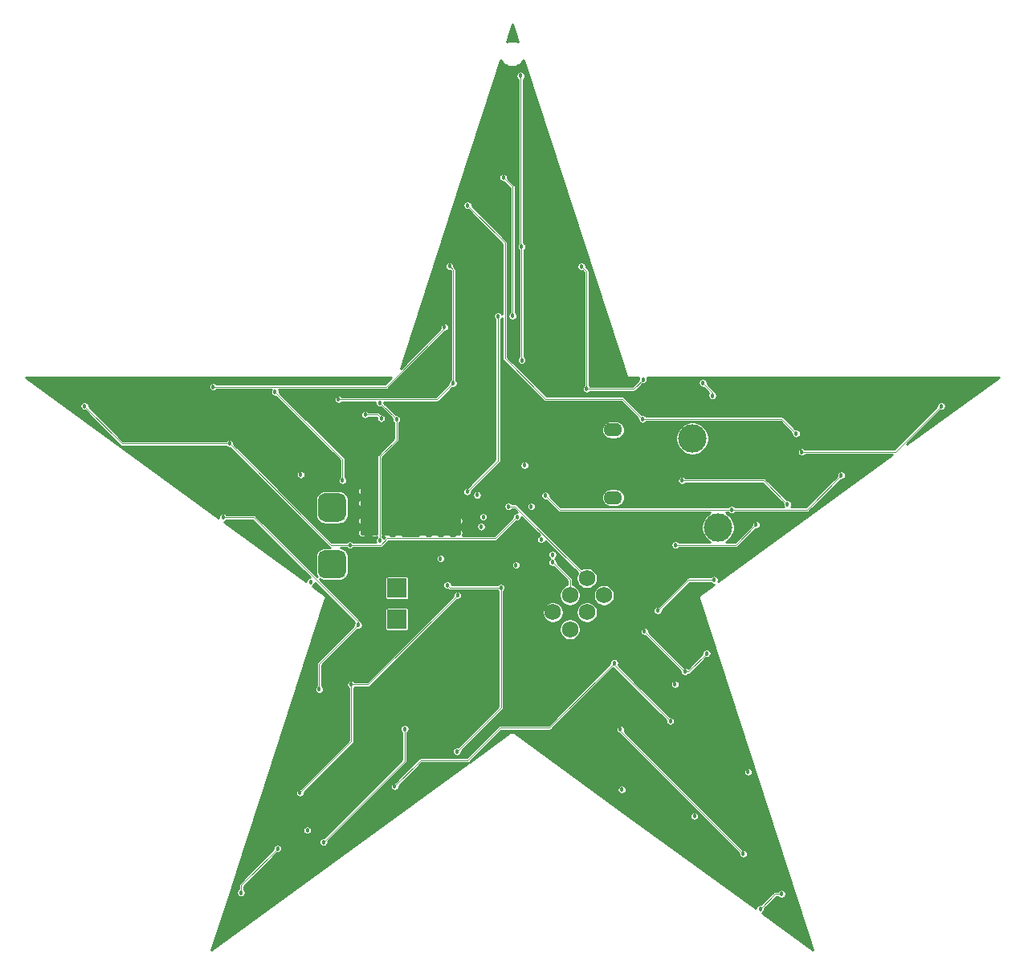
<source format=gbr>
G04 #@! TF.GenerationSoftware,KiCad,Pcbnew,(5.1.9)-1*
G04 #@! TF.CreationDate,2021-01-19T13:28:18-05:00*
G04 #@! TF.ProjectId,Star,53746172-2e6b-4696-9361-645f70636258,rev?*
G04 #@! TF.SameCoordinates,Original*
G04 #@! TF.FileFunction,Copper,L4,Bot*
G04 #@! TF.FilePolarity,Positive*
%FSLAX46Y46*%
G04 Gerber Fmt 4.6, Leading zero omitted, Abs format (unit mm)*
G04 Created by KiCad (PCBNEW (5.1.9)-1) date 2021-01-19 13:28:18*
%MOMM*%
%LPD*%
G01*
G04 APERTURE LIST*
G04 #@! TA.AperFunction,SMDPad,CuDef*
%ADD10C,2.999999*%
G04 #@! TD*
G04 #@! TA.AperFunction,WasherPad*
%ADD11O,1.950000X1.400000*%
G04 #@! TD*
G04 #@! TA.AperFunction,SMDPad,CuDef*
%ADD12C,1.750000*%
G04 #@! TD*
G04 #@! TA.AperFunction,SMDPad,CuDef*
%ADD13R,2.000000X2.000000*%
G04 #@! TD*
G04 #@! TA.AperFunction,ViaPad*
%ADD14C,0.457200*%
G04 #@! TD*
G04 #@! TA.AperFunction,Conductor*
%ADD15C,0.088900*%
G04 #@! TD*
G04 #@! TA.AperFunction,NonConductor*
%ADD16C,0.254000*%
G04 #@! TD*
G04 #@! TA.AperFunction,NonConductor*
%ADD17C,0.100000*%
G04 #@! TD*
G04 #@! TA.AperFunction,Conductor*
%ADD18C,0.254000*%
G04 #@! TD*
G04 #@! TA.AperFunction,Conductor*
%ADD19C,0.100000*%
G04 #@! TD*
G04 APERTURE END LIST*
D10*
X121700000Y-99100000D03*
D11*
X110640000Y-88825000D03*
X110640000Y-95975000D03*
D10*
X119000000Y-89750000D03*
D12*
X109673903Y-106269083D03*
X107877852Y-104473032D03*
X107877852Y-108065135D03*
X106081800Y-106269083D03*
X106081800Y-109861186D03*
X104285749Y-108065135D03*
G04 #@! TA.AperFunction,SMDPad,CuDef*
G36*
G01*
X82500000Y-96250000D02*
X82500000Y-97750000D01*
G75*
G02*
X81750000Y-98500000I-750000J0D01*
G01*
X80250000Y-98500000D01*
G75*
G02*
X79500000Y-97750000I0J750000D01*
G01*
X79500000Y-96250000D01*
G75*
G02*
X80250000Y-95500000I750000J0D01*
G01*
X81750000Y-95500000D01*
G75*
G02*
X82500000Y-96250000I0J-750000D01*
G01*
G37*
G04 #@! TD.AperFunction*
G04 #@! TA.AperFunction,SMDPad,CuDef*
G36*
G01*
X82500000Y-102250000D02*
X82500000Y-103750000D01*
G75*
G02*
X81750000Y-104500000I-750000J0D01*
G01*
X80250000Y-104500000D01*
G75*
G02*
X79500000Y-103750000I0J750000D01*
G01*
X79500000Y-102250000D01*
G75*
G02*
X80250000Y-101500000I750000J0D01*
G01*
X81750000Y-101500000D01*
G75*
G02*
X82500000Y-102250000I0J-750000D01*
G01*
G37*
G04 #@! TD.AperFunction*
D13*
X87850000Y-108800000D03*
X87850000Y-105500000D03*
D14*
X82250000Y-103780000D03*
X79930000Y-103990000D03*
X79930000Y-101930000D03*
X100390000Y-103100000D03*
X103050000Y-100400000D03*
X109670000Y-106270000D03*
X92440000Y-102400000D03*
X102000000Y-96900000D03*
X84180000Y-96525000D03*
X84180000Y-95255000D03*
X85450000Y-95255000D03*
X86720000Y-95255000D03*
X93705000Y-96525000D03*
X93705000Y-95255000D03*
X91800000Y-95255000D03*
X89895000Y-97160000D03*
X96724232Y-99036121D03*
X90530000Y-99700000D03*
X91800000Y-99700000D03*
X93070000Y-99700000D03*
X94340000Y-99700000D03*
X94340000Y-98430000D03*
X91800000Y-98430000D03*
X82260000Y-96230000D03*
X79960000Y-98120000D03*
X79960000Y-95950000D03*
X104250000Y-102000000D03*
X87990000Y-99700000D03*
X84180000Y-99700000D03*
X86720000Y-99700000D03*
X85450000Y-99700000D03*
X84180000Y-98430000D03*
X101300000Y-92550000D03*
X134690000Y-93620000D03*
X123140000Y-97240000D03*
X93380000Y-71570000D03*
X93760000Y-83910000D03*
X81690000Y-85610000D03*
X103500000Y-95750000D03*
X124850000Y-124900000D03*
X100880000Y-51480000D03*
X100984249Y-69502767D03*
X101001412Y-81503350D03*
X79660000Y-116190000D03*
X83763281Y-109396719D03*
X69530000Y-98060000D03*
X113930000Y-110080000D03*
X118210000Y-114310000D03*
X120500000Y-112400000D03*
X119200000Y-129550000D03*
X117150000Y-115650000D03*
X54910000Y-86330000D03*
X70190000Y-90280000D03*
X124360000Y-133540000D03*
X111400000Y-120420000D03*
X82880000Y-100960000D03*
X113790000Y-83520000D03*
X107850000Y-84510000D03*
X107300000Y-71600000D03*
X100500000Y-98000000D03*
X78400000Y-131050000D03*
X145230000Y-86330000D03*
X130530000Y-91170000D03*
X128390000Y-137750000D03*
X71410000Y-137620000D03*
X75270000Y-132980000D03*
X98800000Y-105460000D03*
X94170659Y-122740659D03*
X126165975Y-139314245D03*
X129920000Y-89220000D03*
X113739123Y-87690877D03*
X95290000Y-65150000D03*
X75000000Y-84840000D03*
X82099186Y-94150814D03*
X93155945Y-105194055D03*
X80110000Y-132300000D03*
X88670000Y-120370000D03*
X129010000Y-96670000D03*
X117900814Y-94159186D03*
X87800000Y-87700000D03*
X84500000Y-87210000D03*
X86181758Y-87621758D03*
X86021244Y-85971960D03*
X86050000Y-100500000D03*
X68470000Y-84280000D03*
X92860000Y-77980000D03*
X83020000Y-115670000D03*
X77620000Y-127090000D03*
X117210000Y-100960000D03*
X125699055Y-98819055D03*
X94235945Y-106256587D03*
X115340000Y-107890000D03*
X100030000Y-76810000D03*
X99060000Y-62220000D03*
X121260762Y-104638401D03*
X95250000Y-95350000D03*
X98500000Y-76850000D03*
X111550000Y-126750000D03*
X96950000Y-98000000D03*
X78750000Y-104850000D03*
X121100000Y-85230000D03*
X120090000Y-83880000D03*
X116670000Y-119540000D03*
X110760000Y-113400000D03*
X87610000Y-126430000D03*
X96300000Y-95700000D03*
X77700000Y-93550000D03*
X104285749Y-108065135D03*
X104250000Y-102800000D03*
X107850000Y-108050000D03*
X99600000Y-96900000D03*
D15*
X131070000Y-97240000D02*
X123140000Y-97240000D01*
X134690000Y-93620000D02*
X131070000Y-97240000D01*
X93760000Y-71950000D02*
X93760000Y-83910000D01*
X93380000Y-71570000D02*
X93760000Y-71950000D01*
X81690000Y-85610000D02*
X92060000Y-85610000D01*
X92060000Y-85610000D02*
X93760000Y-83910000D01*
X104990000Y-97240000D02*
X103500000Y-95750000D01*
X123140000Y-97240000D02*
X104990000Y-97240000D01*
X100880000Y-69398518D02*
X100984249Y-69502767D01*
X100880000Y-51480000D02*
X100880000Y-69398518D01*
X100984249Y-81486187D02*
X101001412Y-81503350D01*
X100984249Y-69502767D02*
X100984249Y-81486187D01*
X79660000Y-113500000D02*
X83763281Y-109396719D01*
X79660000Y-116190000D02*
X79660000Y-113500000D01*
X118160000Y-114310000D02*
X118210000Y-114310000D01*
X113930000Y-110080000D02*
X118160000Y-114310000D01*
X118590000Y-114310000D02*
X118210000Y-114310000D01*
X120500000Y-112400000D02*
X118590000Y-114310000D01*
X83763281Y-109396719D02*
X83763281Y-109073430D01*
X83763281Y-109073430D02*
X72749851Y-98060000D01*
X72749851Y-98060000D02*
X69853289Y-98060000D01*
X69853289Y-98060000D02*
X69530000Y-98060000D01*
X58860000Y-90280000D02*
X70190000Y-90280000D01*
X54910000Y-86330000D02*
X58860000Y-90280000D01*
X111400000Y-120580000D02*
X111400000Y-120420000D01*
X124360000Y-133540000D02*
X111400000Y-120580000D01*
X80870000Y-100960000D02*
X82880000Y-100960000D01*
X70190000Y-90280000D02*
X80870000Y-100960000D01*
X112800000Y-84510000D02*
X107850000Y-84510000D01*
X113790000Y-83520000D02*
X112800000Y-84510000D01*
X107850000Y-72150000D02*
X107850000Y-84510000D01*
X107300000Y-71600000D02*
X107850000Y-72150000D01*
X98233360Y-100266640D02*
X100271401Y-98228599D01*
X82880000Y-100960000D02*
X86125690Y-100960000D01*
X86125690Y-100960000D02*
X86819050Y-100266640D01*
X86819050Y-100266640D02*
X98233360Y-100266640D01*
X100271401Y-98228599D02*
X100500000Y-98000000D01*
X140390000Y-91170000D02*
X130530000Y-91170000D01*
X145230000Y-86330000D02*
X140390000Y-91170000D01*
X71410000Y-136840000D02*
X75270000Y-132980000D01*
X71410000Y-137620000D02*
X71410000Y-136840000D01*
X98800000Y-118111318D02*
X94170659Y-122740659D01*
X98800000Y-105460000D02*
X98800000Y-118111318D01*
X127730220Y-137750000D02*
X126165975Y-139314245D01*
X128390000Y-137750000D02*
X127730220Y-137750000D01*
X128390877Y-87690877D02*
X113739123Y-87690877D01*
X129920000Y-89220000D02*
X128390877Y-87690877D01*
X95290000Y-65150000D02*
X99230000Y-69090000D01*
X99230000Y-69090000D02*
X99230000Y-81290000D01*
X111609890Y-85561644D02*
X113739123Y-87690877D01*
X103501644Y-85561644D02*
X111609890Y-85561644D01*
X99230000Y-81290000D02*
X103501644Y-85561644D01*
X82099186Y-91939186D02*
X82099186Y-94150814D01*
X75000000Y-84840000D02*
X82099186Y-91939186D01*
X98800000Y-105460000D02*
X93421890Y-105460000D01*
X93421890Y-105460000D02*
X93155945Y-105194055D01*
X88670000Y-123740000D02*
X88670000Y-120370000D01*
X80110000Y-132300000D02*
X88670000Y-123740000D01*
X126499186Y-94159186D02*
X117900814Y-94159186D01*
X129010000Y-96670000D02*
X126499186Y-94159186D01*
X85770000Y-87210000D02*
X86181758Y-87621758D01*
X84500000Y-87210000D02*
X85770000Y-87210000D01*
X87800000Y-87700000D02*
X86071960Y-85971960D01*
X86071960Y-85971960D02*
X86021244Y-85971960D01*
X87800000Y-89885688D02*
X86050000Y-91635688D01*
X87800000Y-87700000D02*
X87800000Y-89885688D01*
X86050000Y-91635688D02*
X86050000Y-100500000D01*
X92860000Y-78110956D02*
X92860000Y-77980000D01*
X86690956Y-84280000D02*
X92860000Y-78110956D01*
X68470000Y-84280000D02*
X86690956Y-84280000D01*
X83020000Y-121690000D02*
X83020000Y-115670000D01*
X77620000Y-127090000D02*
X83020000Y-121690000D01*
X123558110Y-100960000D02*
X125699055Y-98819055D01*
X117210000Y-100960000D02*
X123558110Y-100960000D01*
X84822532Y-115670000D02*
X94235945Y-106256587D01*
X83020000Y-115670000D02*
X84822532Y-115670000D01*
X100030000Y-63190000D02*
X99060000Y-62220000D01*
X100030000Y-76810000D02*
X100030000Y-63190000D01*
X118591599Y-104638401D02*
X121260762Y-104638401D01*
X115340000Y-107890000D02*
X118591599Y-104638401D01*
X98500000Y-92100000D02*
X98500000Y-76850000D01*
X95250000Y-95350000D02*
X98500000Y-92100000D01*
X121100000Y-85230000D02*
X121100000Y-84890000D01*
X121100000Y-84890000D02*
X120090000Y-83880000D01*
X110760000Y-113630000D02*
X110760000Y-113400000D01*
X116670000Y-119540000D02*
X110760000Y-113630000D01*
X87610000Y-126430000D02*
X90370000Y-123670000D01*
X90370000Y-123670000D02*
X95280000Y-123670000D01*
X95280000Y-123670000D02*
X98720000Y-120230000D01*
X103930000Y-120230000D02*
X110760000Y-113400000D01*
X98720000Y-120230000D02*
X103930000Y-120230000D01*
X106081800Y-104631800D02*
X104250000Y-102800000D01*
X106081800Y-106269083D02*
X106081800Y-104631800D01*
X107865135Y-108065135D02*
X107850000Y-108050000D01*
X107877852Y-108065135D02*
X107865135Y-108065135D01*
X100304820Y-96900000D02*
X99600000Y-96900000D01*
X107877852Y-104473032D02*
X100304820Y-96900000D01*
D16*
X98779718Y-49822254D02*
X98930414Y-50047787D01*
X99122213Y-50239586D01*
X99347746Y-50390282D01*
X99598344Y-50494083D01*
X99864377Y-50547000D01*
X100135623Y-50547000D01*
X100401656Y-50494083D01*
X100652254Y-50390282D01*
X100877787Y-50239586D01*
X101069586Y-50047787D01*
X101220282Y-49822254D01*
X101220623Y-49821431D01*
X112033686Y-83101153D01*
X112042125Y-83128976D01*
X112051302Y-83146147D01*
X112059115Y-83164009D01*
X112066551Y-83174677D01*
X112072673Y-83186133D01*
X112085026Y-83201186D01*
X112096171Y-83217177D01*
X112105545Y-83226190D01*
X112113784Y-83236230D01*
X112128834Y-83248582D01*
X112142888Y-83262095D01*
X112153841Y-83269106D01*
X112163879Y-83277345D01*
X112181053Y-83286526D01*
X112197469Y-83297034D01*
X112209574Y-83301772D01*
X112221032Y-83307897D01*
X112239670Y-83313552D01*
X112257818Y-83320655D01*
X112270613Y-83322940D01*
X112283049Y-83326713D01*
X112302441Y-83328624D01*
X112321616Y-83332048D01*
X112350714Y-83331477D01*
X113345710Y-83331516D01*
X113325946Y-83379231D01*
X113307400Y-83472468D01*
X113307400Y-83567532D01*
X113309556Y-83578372D01*
X112676379Y-84211550D01*
X108231000Y-84211550D01*
X108224860Y-84202360D01*
X108157640Y-84135140D01*
X108148450Y-84129000D01*
X108148450Y-72164651D01*
X108149893Y-72149999D01*
X108148450Y-72135347D01*
X108148450Y-72135338D01*
X108144132Y-72091494D01*
X108127066Y-72035236D01*
X108099353Y-71983388D01*
X108099352Y-71983386D01*
X108071403Y-71949331D01*
X108062057Y-71937943D01*
X108050670Y-71928598D01*
X107780444Y-71658372D01*
X107782600Y-71647532D01*
X107782600Y-71552468D01*
X107764054Y-71459231D01*
X107727674Y-71371403D01*
X107674860Y-71292360D01*
X107607640Y-71225140D01*
X107528597Y-71172326D01*
X107440769Y-71135946D01*
X107347532Y-71117400D01*
X107252468Y-71117400D01*
X107159231Y-71135946D01*
X107071403Y-71172326D01*
X106992360Y-71225140D01*
X106925140Y-71292360D01*
X106872326Y-71371403D01*
X106835946Y-71459231D01*
X106817400Y-71552468D01*
X106817400Y-71647532D01*
X106835946Y-71740769D01*
X106872326Y-71828597D01*
X106925140Y-71907640D01*
X106992360Y-71974860D01*
X107071403Y-72027674D01*
X107159231Y-72064054D01*
X107252468Y-72082600D01*
X107347532Y-72082600D01*
X107358372Y-72080444D01*
X107551550Y-72273622D01*
X107551551Y-84128999D01*
X107542360Y-84135140D01*
X107475140Y-84202360D01*
X107422326Y-84281403D01*
X107385946Y-84369231D01*
X107367400Y-84462468D01*
X107367400Y-84557532D01*
X107385946Y-84650769D01*
X107422326Y-84738597D01*
X107475140Y-84817640D01*
X107542360Y-84884860D01*
X107621403Y-84937674D01*
X107709231Y-84974054D01*
X107802468Y-84992600D01*
X107897532Y-84992600D01*
X107990769Y-84974054D01*
X108078597Y-84937674D01*
X108157640Y-84884860D01*
X108224860Y-84817640D01*
X108231000Y-84808450D01*
X112785348Y-84808450D01*
X112800000Y-84809893D01*
X112814652Y-84808450D01*
X112814662Y-84808450D01*
X112858506Y-84804132D01*
X112914764Y-84787066D01*
X112966612Y-84759353D01*
X113012057Y-84722057D01*
X113021407Y-84710664D01*
X113731628Y-84000444D01*
X113742468Y-84002600D01*
X113837532Y-84002600D01*
X113930769Y-83984054D01*
X114018597Y-83947674D01*
X114097640Y-83894860D01*
X114160032Y-83832468D01*
X119607400Y-83832468D01*
X119607400Y-83927532D01*
X119625946Y-84020769D01*
X119662326Y-84108597D01*
X119715140Y-84187640D01*
X119782360Y-84254860D01*
X119861403Y-84307674D01*
X119949231Y-84344054D01*
X120042468Y-84362600D01*
X120137532Y-84362600D01*
X120148372Y-84360444D01*
X120719191Y-84931263D01*
X120672326Y-85001403D01*
X120635946Y-85089231D01*
X120617400Y-85182468D01*
X120617400Y-85277532D01*
X120635946Y-85370769D01*
X120672326Y-85458597D01*
X120725140Y-85537640D01*
X120792360Y-85604860D01*
X120871403Y-85657674D01*
X120959231Y-85694054D01*
X121052468Y-85712600D01*
X121147532Y-85712600D01*
X121240769Y-85694054D01*
X121328597Y-85657674D01*
X121407640Y-85604860D01*
X121474860Y-85537640D01*
X121527674Y-85458597D01*
X121564054Y-85370769D01*
X121582600Y-85277532D01*
X121582600Y-85182468D01*
X121564054Y-85089231D01*
X121527674Y-85001403D01*
X121474860Y-84922360D01*
X121407640Y-84855140D01*
X121395673Y-84847144D01*
X121394132Y-84831494D01*
X121377066Y-84775236D01*
X121349353Y-84723388D01*
X121312057Y-84677943D01*
X121300669Y-84668597D01*
X120570444Y-83938372D01*
X120572600Y-83927532D01*
X120572600Y-83832468D01*
X120554054Y-83739231D01*
X120517674Y-83651403D01*
X120464860Y-83572360D01*
X120397640Y-83505140D01*
X120318597Y-83452326D01*
X120230769Y-83415946D01*
X120137532Y-83397400D01*
X120042468Y-83397400D01*
X119949231Y-83415946D01*
X119861403Y-83452326D01*
X119782360Y-83505140D01*
X119715140Y-83572360D01*
X119662326Y-83651403D01*
X119625946Y-83739231D01*
X119607400Y-83832468D01*
X114160032Y-83832468D01*
X114164860Y-83827640D01*
X114217674Y-83748597D01*
X114254054Y-83660769D01*
X114272600Y-83567532D01*
X114272600Y-83472468D01*
X114254054Y-83379231D01*
X114234304Y-83331552D01*
X151295675Y-83333024D01*
X141615136Y-90366935D01*
X145171628Y-86810444D01*
X145182468Y-86812600D01*
X145277532Y-86812600D01*
X145370769Y-86794054D01*
X145458597Y-86757674D01*
X145537640Y-86704860D01*
X145604860Y-86637640D01*
X145657674Y-86558597D01*
X145694054Y-86470769D01*
X145712600Y-86377532D01*
X145712600Y-86282468D01*
X145694054Y-86189231D01*
X145657674Y-86101403D01*
X145604860Y-86022360D01*
X145537640Y-85955140D01*
X145458597Y-85902326D01*
X145370769Y-85865946D01*
X145277532Y-85847400D01*
X145182468Y-85847400D01*
X145089231Y-85865946D01*
X145001403Y-85902326D01*
X144922360Y-85955140D01*
X144855140Y-86022360D01*
X144802326Y-86101403D01*
X144765946Y-86189231D01*
X144747400Y-86282468D01*
X144747400Y-86377532D01*
X144749556Y-86388372D01*
X140266379Y-90871550D01*
X130911000Y-90871550D01*
X130904860Y-90862360D01*
X130837640Y-90795140D01*
X130758597Y-90742326D01*
X130670769Y-90705946D01*
X130577532Y-90687400D01*
X130482468Y-90687400D01*
X130389231Y-90705946D01*
X130301403Y-90742326D01*
X130222360Y-90795140D01*
X130155140Y-90862360D01*
X130102326Y-90941403D01*
X130065946Y-91029231D01*
X130047400Y-91122468D01*
X130047400Y-91217532D01*
X130065946Y-91310769D01*
X130102326Y-91398597D01*
X130155140Y-91477640D01*
X130222360Y-91544860D01*
X130301403Y-91597674D01*
X130389231Y-91634054D01*
X130482468Y-91652600D01*
X130577532Y-91652600D01*
X130670769Y-91634054D01*
X130758597Y-91597674D01*
X130837640Y-91544860D01*
X130904860Y-91477640D01*
X130911000Y-91468450D01*
X140099158Y-91468450D01*
X121701033Y-104836587D01*
X121724816Y-104779170D01*
X121743362Y-104685933D01*
X121743362Y-104590869D01*
X121724816Y-104497632D01*
X121688436Y-104409804D01*
X121635622Y-104330761D01*
X121568402Y-104263541D01*
X121489359Y-104210727D01*
X121401531Y-104174347D01*
X121308294Y-104155801D01*
X121213230Y-104155801D01*
X121119993Y-104174347D01*
X121032165Y-104210727D01*
X120953122Y-104263541D01*
X120885902Y-104330761D01*
X120879762Y-104339951D01*
X118606250Y-104339951D01*
X118591598Y-104338508D01*
X118576946Y-104339951D01*
X118576937Y-104339951D01*
X118533093Y-104344269D01*
X118476835Y-104361335D01*
X118476833Y-104361336D01*
X118424985Y-104389049D01*
X118408805Y-104402328D01*
X118379542Y-104426344D01*
X118370196Y-104437732D01*
X115398373Y-107409556D01*
X115387532Y-107407400D01*
X115292468Y-107407400D01*
X115199231Y-107425946D01*
X115111403Y-107462326D01*
X115032360Y-107515140D01*
X114965140Y-107582360D01*
X114912326Y-107661403D01*
X114875946Y-107749231D01*
X114857400Y-107842468D01*
X114857400Y-107937532D01*
X114875946Y-108030769D01*
X114912326Y-108118597D01*
X114965140Y-108197640D01*
X115032360Y-108264860D01*
X115111403Y-108317674D01*
X115199231Y-108354054D01*
X115292468Y-108372600D01*
X115387532Y-108372600D01*
X115480769Y-108354054D01*
X115568597Y-108317674D01*
X115647640Y-108264860D01*
X115714860Y-108197640D01*
X115767674Y-108118597D01*
X115804054Y-108030769D01*
X115822600Y-107937532D01*
X115822600Y-107842468D01*
X115820444Y-107831627D01*
X118715221Y-104936851D01*
X120879762Y-104936851D01*
X120885902Y-104946041D01*
X120953122Y-105013261D01*
X121032165Y-105066075D01*
X121119993Y-105102455D01*
X121213230Y-105121001D01*
X121308294Y-105121001D01*
X121310097Y-105120642D01*
X119789470Y-106225535D01*
X119765572Y-106242191D01*
X119752069Y-106256236D01*
X119737506Y-106269177D01*
X119729663Y-106279539D01*
X119720655Y-106288908D01*
X119710150Y-106305319D01*
X119698393Y-106320852D01*
X119692722Y-106332545D01*
X119685716Y-106343490D01*
X119678616Y-106361631D01*
X119670113Y-106379163D01*
X119666832Y-106391737D01*
X119662096Y-106403839D01*
X119658671Y-106423021D01*
X119653753Y-106441871D01*
X119652988Y-106454844D01*
X119650704Y-106467637D01*
X119651086Y-106487114D01*
X119649940Y-106506564D01*
X119651721Y-106519436D01*
X119651976Y-106532431D01*
X119656153Y-106551467D01*
X119658822Y-106570760D01*
X119668358Y-106598255D01*
X131702406Y-143634658D01*
X126362418Y-139755238D01*
X126394572Y-139741919D01*
X126473615Y-139689105D01*
X126540835Y-139621885D01*
X126593649Y-139542842D01*
X126630029Y-139455014D01*
X126648575Y-139361777D01*
X126648575Y-139266713D01*
X126646419Y-139255872D01*
X127853842Y-138048450D01*
X128009000Y-138048450D01*
X128015140Y-138057640D01*
X128082360Y-138124860D01*
X128161403Y-138177674D01*
X128249231Y-138214054D01*
X128342468Y-138232600D01*
X128437532Y-138232600D01*
X128530769Y-138214054D01*
X128618597Y-138177674D01*
X128697640Y-138124860D01*
X128764860Y-138057640D01*
X128817674Y-137978597D01*
X128854054Y-137890769D01*
X128872600Y-137797532D01*
X128872600Y-137702468D01*
X128854054Y-137609231D01*
X128817674Y-137521403D01*
X128764860Y-137442360D01*
X128697640Y-137375140D01*
X128618597Y-137322326D01*
X128530769Y-137285946D01*
X128437532Y-137267400D01*
X128342468Y-137267400D01*
X128249231Y-137285946D01*
X128161403Y-137322326D01*
X128082360Y-137375140D01*
X128015140Y-137442360D01*
X128009000Y-137451550D01*
X127744871Y-137451550D01*
X127730219Y-137450107D01*
X127715567Y-137451550D01*
X127715558Y-137451550D01*
X127671714Y-137455868D01*
X127615456Y-137472934D01*
X127615454Y-137472935D01*
X127563606Y-137500648D01*
X127538317Y-137521403D01*
X127518163Y-137537943D01*
X127508817Y-137549331D01*
X126224348Y-138833801D01*
X126213507Y-138831645D01*
X126118443Y-138831645D01*
X126025206Y-138850191D01*
X125937378Y-138886571D01*
X125858335Y-138939385D01*
X125791115Y-139006605D01*
X125738301Y-139085648D01*
X125701921Y-139173476D01*
X125684207Y-139262529D01*
X112249567Y-129502468D01*
X118717400Y-129502468D01*
X118717400Y-129597532D01*
X118735946Y-129690769D01*
X118772326Y-129778597D01*
X118825140Y-129857640D01*
X118892360Y-129924860D01*
X118971403Y-129977674D01*
X119059231Y-130014054D01*
X119152468Y-130032600D01*
X119247532Y-130032600D01*
X119340769Y-130014054D01*
X119428597Y-129977674D01*
X119507640Y-129924860D01*
X119574860Y-129857640D01*
X119627674Y-129778597D01*
X119664054Y-129690769D01*
X119682600Y-129597532D01*
X119682600Y-129502468D01*
X119664054Y-129409231D01*
X119627674Y-129321403D01*
X119574860Y-129242360D01*
X119507640Y-129175140D01*
X119428597Y-129122326D01*
X119340769Y-129085946D01*
X119247532Y-129067400D01*
X119152468Y-129067400D01*
X119059231Y-129085946D01*
X118971403Y-129122326D01*
X118892360Y-129175140D01*
X118825140Y-129242360D01*
X118772326Y-129321403D01*
X118735946Y-129409231D01*
X118717400Y-129502468D01*
X112249567Y-129502468D01*
X108395391Y-126702468D01*
X111067400Y-126702468D01*
X111067400Y-126797532D01*
X111085946Y-126890769D01*
X111122326Y-126978597D01*
X111175140Y-127057640D01*
X111242360Y-127124860D01*
X111321403Y-127177674D01*
X111409231Y-127214054D01*
X111502468Y-127232600D01*
X111597532Y-127232600D01*
X111690769Y-127214054D01*
X111778597Y-127177674D01*
X111857640Y-127124860D01*
X111924860Y-127057640D01*
X111977674Y-126978597D01*
X112014054Y-126890769D01*
X112032600Y-126797532D01*
X112032600Y-126702468D01*
X112014054Y-126609231D01*
X111977674Y-126521403D01*
X111924860Y-126442360D01*
X111857640Y-126375140D01*
X111778597Y-126322326D01*
X111690769Y-126285946D01*
X111597532Y-126267400D01*
X111502468Y-126267400D01*
X111409231Y-126285946D01*
X111321403Y-126322326D01*
X111242360Y-126375140D01*
X111175140Y-126442360D01*
X111122326Y-126521403D01*
X111085946Y-126609231D01*
X111067400Y-126702468D01*
X108395391Y-126702468D01*
X100195957Y-120745705D01*
X100172743Y-120728132D01*
X100155213Y-120719628D01*
X100138393Y-120709771D01*
X100126120Y-120705516D01*
X100114434Y-120699847D01*
X100095575Y-120694925D01*
X100077162Y-120688541D01*
X100064295Y-120686762D01*
X100051728Y-120683482D01*
X100032273Y-120682334D01*
X100012965Y-120679664D01*
X100000000Y-120680429D01*
X99987034Y-120679664D01*
X99967726Y-120682334D01*
X99948272Y-120683482D01*
X99935706Y-120686762D01*
X99922837Y-120688541D01*
X99904421Y-120694926D01*
X99885566Y-120699847D01*
X99873883Y-120705514D01*
X99861606Y-120709771D01*
X99844784Y-120719630D01*
X99827257Y-120728132D01*
X99804069Y-120745686D01*
X95499699Y-123872745D01*
X95501407Y-123870664D01*
X98843622Y-120528450D01*
X103915348Y-120528450D01*
X103930000Y-120529893D01*
X103944652Y-120528450D01*
X103944662Y-120528450D01*
X103988506Y-120524132D01*
X104044764Y-120507066D01*
X104096612Y-120479353D01*
X104142057Y-120442057D01*
X104151407Y-120430664D01*
X104209603Y-120372468D01*
X110917400Y-120372468D01*
X110917400Y-120467532D01*
X110935946Y-120560769D01*
X110972326Y-120648597D01*
X111025140Y-120727640D01*
X111092360Y-120794860D01*
X111171403Y-120847674D01*
X111259231Y-120884054D01*
X111287632Y-120889703D01*
X123879556Y-133481628D01*
X123877400Y-133492468D01*
X123877400Y-133587532D01*
X123895946Y-133680769D01*
X123932326Y-133768597D01*
X123985140Y-133847640D01*
X124052360Y-133914860D01*
X124131403Y-133967674D01*
X124219231Y-134004054D01*
X124312468Y-134022600D01*
X124407532Y-134022600D01*
X124500769Y-134004054D01*
X124588597Y-133967674D01*
X124667640Y-133914860D01*
X124734860Y-133847640D01*
X124787674Y-133768597D01*
X124824054Y-133680769D01*
X124842600Y-133587532D01*
X124842600Y-133492468D01*
X124824054Y-133399231D01*
X124787674Y-133311403D01*
X124734860Y-133232360D01*
X124667640Y-133165140D01*
X124588597Y-133112326D01*
X124500769Y-133075946D01*
X124407532Y-133057400D01*
X124312468Y-133057400D01*
X124301628Y-133059556D01*
X116094540Y-124852468D01*
X124367400Y-124852468D01*
X124367400Y-124947532D01*
X124385946Y-125040769D01*
X124422326Y-125128597D01*
X124475140Y-125207640D01*
X124542360Y-125274860D01*
X124621403Y-125327674D01*
X124709231Y-125364054D01*
X124802468Y-125382600D01*
X124897532Y-125382600D01*
X124990769Y-125364054D01*
X125078597Y-125327674D01*
X125157640Y-125274860D01*
X125224860Y-125207640D01*
X125277674Y-125128597D01*
X125314054Y-125040769D01*
X125332600Y-124947532D01*
X125332600Y-124852468D01*
X125314054Y-124759231D01*
X125277674Y-124671403D01*
X125224860Y-124592360D01*
X125157640Y-124525140D01*
X125078597Y-124472326D01*
X124990769Y-124435946D01*
X124897532Y-124417400D01*
X124802468Y-124417400D01*
X124709231Y-124435946D01*
X124621403Y-124472326D01*
X124542360Y-124525140D01*
X124475140Y-124592360D01*
X124422326Y-124671403D01*
X124385946Y-124759231D01*
X124367400Y-124852468D01*
X116094540Y-124852468D01*
X111846125Y-120604054D01*
X111864054Y-120560769D01*
X111882600Y-120467532D01*
X111882600Y-120372468D01*
X111864054Y-120279231D01*
X111827674Y-120191403D01*
X111774860Y-120112360D01*
X111707640Y-120045140D01*
X111628597Y-119992326D01*
X111540769Y-119955946D01*
X111447532Y-119937400D01*
X111352468Y-119937400D01*
X111259231Y-119955946D01*
X111171403Y-119992326D01*
X111092360Y-120045140D01*
X111025140Y-120112360D01*
X110972326Y-120191403D01*
X110935946Y-120279231D01*
X110917400Y-120372468D01*
X104209603Y-120372468D01*
X110645000Y-113937071D01*
X116189556Y-119481628D01*
X116187400Y-119492468D01*
X116187400Y-119587532D01*
X116205946Y-119680769D01*
X116242326Y-119768597D01*
X116295140Y-119847640D01*
X116362360Y-119914860D01*
X116441403Y-119967674D01*
X116529231Y-120004054D01*
X116622468Y-120022600D01*
X116717532Y-120022600D01*
X116810769Y-120004054D01*
X116898597Y-119967674D01*
X116977640Y-119914860D01*
X117044860Y-119847640D01*
X117097674Y-119768597D01*
X117134054Y-119680769D01*
X117152600Y-119587532D01*
X117152600Y-119492468D01*
X117134054Y-119399231D01*
X117097674Y-119311403D01*
X117044860Y-119232360D01*
X116977640Y-119165140D01*
X116898597Y-119112326D01*
X116810769Y-119075946D01*
X116717532Y-119057400D01*
X116622468Y-119057400D01*
X116611628Y-119059556D01*
X113154540Y-115602468D01*
X116667400Y-115602468D01*
X116667400Y-115697532D01*
X116685946Y-115790769D01*
X116722326Y-115878597D01*
X116775140Y-115957640D01*
X116842360Y-116024860D01*
X116921403Y-116077674D01*
X117009231Y-116114054D01*
X117102468Y-116132600D01*
X117197532Y-116132600D01*
X117290769Y-116114054D01*
X117378597Y-116077674D01*
X117457640Y-116024860D01*
X117524860Y-115957640D01*
X117577674Y-115878597D01*
X117614054Y-115790769D01*
X117632600Y-115697532D01*
X117632600Y-115602468D01*
X117614054Y-115509231D01*
X117577674Y-115421403D01*
X117524860Y-115342360D01*
X117457640Y-115275140D01*
X117378597Y-115222326D01*
X117290769Y-115185946D01*
X117197532Y-115167400D01*
X117102468Y-115167400D01*
X117009231Y-115185946D01*
X116921403Y-115222326D01*
X116842360Y-115275140D01*
X116775140Y-115342360D01*
X116722326Y-115421403D01*
X116685946Y-115509231D01*
X116667400Y-115602468D01*
X113154540Y-115602468D01*
X111184868Y-113632797D01*
X111187674Y-113628597D01*
X111224054Y-113540769D01*
X111242600Y-113447532D01*
X111242600Y-113352468D01*
X111224054Y-113259231D01*
X111187674Y-113171403D01*
X111134860Y-113092360D01*
X111067640Y-113025140D01*
X110988597Y-112972326D01*
X110900769Y-112935946D01*
X110807532Y-112917400D01*
X110712468Y-112917400D01*
X110619231Y-112935946D01*
X110531403Y-112972326D01*
X110452360Y-113025140D01*
X110385140Y-113092360D01*
X110332326Y-113171403D01*
X110295946Y-113259231D01*
X110277400Y-113352468D01*
X110277400Y-113447532D01*
X110279556Y-113458372D01*
X103806379Y-119931550D01*
X98734659Y-119931550D01*
X98720000Y-119930106D01*
X98705340Y-119931550D01*
X98705338Y-119931550D01*
X98661494Y-119935868D01*
X98605236Y-119952934D01*
X98553388Y-119980647D01*
X98507943Y-120017943D01*
X98498597Y-120029331D01*
X95156379Y-123371550D01*
X90384651Y-123371550D01*
X90369999Y-123370107D01*
X90355347Y-123371550D01*
X90355338Y-123371550D01*
X90311494Y-123375868D01*
X90255236Y-123392934D01*
X90255234Y-123392935D01*
X90203386Y-123420648D01*
X90179676Y-123440107D01*
X90157943Y-123457943D01*
X90148597Y-123469331D01*
X87668373Y-125949556D01*
X87657532Y-125947400D01*
X87562468Y-125947400D01*
X87469231Y-125965946D01*
X87381403Y-126002326D01*
X87302360Y-126055140D01*
X87235140Y-126122360D01*
X87182326Y-126201403D01*
X87145946Y-126289231D01*
X87127400Y-126382468D01*
X87127400Y-126477532D01*
X87145946Y-126570769D01*
X87182326Y-126658597D01*
X87235140Y-126737640D01*
X87302360Y-126804860D01*
X87381403Y-126857674D01*
X87469231Y-126894054D01*
X87562468Y-126912600D01*
X87657532Y-126912600D01*
X87750769Y-126894054D01*
X87838597Y-126857674D01*
X87917640Y-126804860D01*
X87984860Y-126737640D01*
X88037674Y-126658597D01*
X88074054Y-126570769D01*
X88092600Y-126477532D01*
X88092600Y-126382468D01*
X88090444Y-126371627D01*
X90493622Y-123968450D01*
X95265348Y-123968450D01*
X95280000Y-123969893D01*
X95294652Y-123968450D01*
X95294662Y-123968450D01*
X95338506Y-123964132D01*
X95394764Y-123947066D01*
X95404728Y-123941740D01*
X68297592Y-143634660D01*
X70267349Y-137572468D01*
X70927400Y-137572468D01*
X70927400Y-137667532D01*
X70945946Y-137760769D01*
X70982326Y-137848597D01*
X71035140Y-137927640D01*
X71102360Y-137994860D01*
X71181403Y-138047674D01*
X71269231Y-138084054D01*
X71362468Y-138102600D01*
X71457532Y-138102600D01*
X71550769Y-138084054D01*
X71638597Y-138047674D01*
X71717640Y-137994860D01*
X71784860Y-137927640D01*
X71837674Y-137848597D01*
X71874054Y-137760769D01*
X71892600Y-137667532D01*
X71892600Y-137572468D01*
X71874054Y-137479231D01*
X71837674Y-137391403D01*
X71784860Y-137312360D01*
X71717640Y-137245140D01*
X71708450Y-137239000D01*
X71708450Y-136963621D01*
X75211628Y-133460444D01*
X75222468Y-133462600D01*
X75317532Y-133462600D01*
X75410769Y-133444054D01*
X75498597Y-133407674D01*
X75577640Y-133354860D01*
X75644860Y-133287640D01*
X75697674Y-133208597D01*
X75734054Y-133120769D01*
X75752600Y-133027532D01*
X75752600Y-132932468D01*
X75734054Y-132839231D01*
X75697674Y-132751403D01*
X75644860Y-132672360D01*
X75577640Y-132605140D01*
X75498597Y-132552326D01*
X75410769Y-132515946D01*
X75317532Y-132497400D01*
X75222468Y-132497400D01*
X75129231Y-132515946D01*
X75041403Y-132552326D01*
X74962360Y-132605140D01*
X74895140Y-132672360D01*
X74842326Y-132751403D01*
X74805946Y-132839231D01*
X74787400Y-132932468D01*
X74787400Y-133027532D01*
X74789556Y-133038372D01*
X71209332Y-136618597D01*
X71197944Y-136627943D01*
X71188598Y-136639331D01*
X71188597Y-136639332D01*
X71160648Y-136673388D01*
X71132935Y-136725236D01*
X71115869Y-136781494D01*
X71110107Y-136840000D01*
X71111551Y-136854662D01*
X71111550Y-137238999D01*
X71102360Y-137245140D01*
X71035140Y-137312360D01*
X70982326Y-137391403D01*
X70945946Y-137479231D01*
X70927400Y-137572468D01*
X70267349Y-137572468D01*
X71995948Y-132252468D01*
X79627400Y-132252468D01*
X79627400Y-132347532D01*
X79645946Y-132440769D01*
X79682326Y-132528597D01*
X79735140Y-132607640D01*
X79802360Y-132674860D01*
X79881403Y-132727674D01*
X79969231Y-132764054D01*
X80062468Y-132782600D01*
X80157532Y-132782600D01*
X80250769Y-132764054D01*
X80338597Y-132727674D01*
X80417640Y-132674860D01*
X80484860Y-132607640D01*
X80537674Y-132528597D01*
X80574054Y-132440769D01*
X80592600Y-132347532D01*
X80592600Y-132252468D01*
X80590444Y-132241627D01*
X88870670Y-123961402D01*
X88882057Y-123952057D01*
X88919353Y-123906612D01*
X88947066Y-123854764D01*
X88964132Y-123798506D01*
X88968450Y-123754662D01*
X88968450Y-123754653D01*
X88969893Y-123740001D01*
X88968450Y-123725349D01*
X88968450Y-120751000D01*
X88977640Y-120744860D01*
X89044860Y-120677640D01*
X89097674Y-120598597D01*
X89134054Y-120510769D01*
X89152600Y-120417532D01*
X89152600Y-120322468D01*
X89134054Y-120229231D01*
X89097674Y-120141403D01*
X89044860Y-120062360D01*
X88977640Y-119995140D01*
X88898597Y-119942326D01*
X88810769Y-119905946D01*
X88717532Y-119887400D01*
X88622468Y-119887400D01*
X88529231Y-119905946D01*
X88441403Y-119942326D01*
X88362360Y-119995140D01*
X88295140Y-120062360D01*
X88242326Y-120141403D01*
X88205946Y-120229231D01*
X88187400Y-120322468D01*
X88187400Y-120417532D01*
X88205946Y-120510769D01*
X88242326Y-120598597D01*
X88295140Y-120677640D01*
X88362360Y-120744860D01*
X88371551Y-120751001D01*
X88371550Y-123616378D01*
X80168373Y-131819556D01*
X80157532Y-131817400D01*
X80062468Y-131817400D01*
X79969231Y-131835946D01*
X79881403Y-131872326D01*
X79802360Y-131925140D01*
X79735140Y-131992360D01*
X79682326Y-132071403D01*
X79645946Y-132159231D01*
X79627400Y-132252468D01*
X71995948Y-132252468D01*
X72402105Y-131002468D01*
X77917400Y-131002468D01*
X77917400Y-131097532D01*
X77935946Y-131190769D01*
X77972326Y-131278597D01*
X78025140Y-131357640D01*
X78092360Y-131424860D01*
X78171403Y-131477674D01*
X78259231Y-131514054D01*
X78352468Y-131532600D01*
X78447532Y-131532600D01*
X78540769Y-131514054D01*
X78628597Y-131477674D01*
X78707640Y-131424860D01*
X78774860Y-131357640D01*
X78827674Y-131278597D01*
X78864054Y-131190769D01*
X78882600Y-131097532D01*
X78882600Y-131002468D01*
X78864054Y-130909231D01*
X78827674Y-130821403D01*
X78774860Y-130742360D01*
X78707640Y-130675140D01*
X78628597Y-130622326D01*
X78540769Y-130585946D01*
X78447532Y-130567400D01*
X78352468Y-130567400D01*
X78259231Y-130585946D01*
X78171403Y-130622326D01*
X78092360Y-130675140D01*
X78025140Y-130742360D01*
X77972326Y-130821403D01*
X77935946Y-130909231D01*
X77917400Y-131002468D01*
X72402105Y-131002468D01*
X73688808Y-127042468D01*
X77137400Y-127042468D01*
X77137400Y-127137532D01*
X77155946Y-127230769D01*
X77192326Y-127318597D01*
X77245140Y-127397640D01*
X77312360Y-127464860D01*
X77391403Y-127517674D01*
X77479231Y-127554054D01*
X77572468Y-127572600D01*
X77667532Y-127572600D01*
X77760769Y-127554054D01*
X77848597Y-127517674D01*
X77927640Y-127464860D01*
X77994860Y-127397640D01*
X78047674Y-127318597D01*
X78084054Y-127230769D01*
X78102600Y-127137532D01*
X78102600Y-127042468D01*
X78100444Y-127031627D01*
X83220670Y-121911402D01*
X83232057Y-121902057D01*
X83269353Y-121856612D01*
X83297066Y-121804764D01*
X83314132Y-121748506D01*
X83318450Y-121704662D01*
X83318450Y-121704653D01*
X83319893Y-121690001D01*
X83318450Y-121675349D01*
X83318450Y-116051000D01*
X83327640Y-116044860D01*
X83394860Y-115977640D01*
X83401000Y-115968450D01*
X84807880Y-115968450D01*
X84822532Y-115969893D01*
X84837184Y-115968450D01*
X84837194Y-115968450D01*
X84881038Y-115964132D01*
X84937296Y-115947066D01*
X84989144Y-115919353D01*
X85034589Y-115882057D01*
X85043939Y-115870664D01*
X94177573Y-106737031D01*
X94188413Y-106739187D01*
X94283477Y-106739187D01*
X94376714Y-106720641D01*
X94464542Y-106684261D01*
X94543585Y-106631447D01*
X94610805Y-106564227D01*
X94663619Y-106485184D01*
X94699999Y-106397356D01*
X94718545Y-106304119D01*
X94718545Y-106209055D01*
X94699999Y-106115818D01*
X94663619Y-106027990D01*
X94610805Y-105948947D01*
X94543585Y-105881727D01*
X94464542Y-105828913D01*
X94376714Y-105792533D01*
X94283477Y-105773987D01*
X94188413Y-105773987D01*
X94095176Y-105792533D01*
X94007348Y-105828913D01*
X93928305Y-105881727D01*
X93861085Y-105948947D01*
X93808271Y-106027990D01*
X93771891Y-106115818D01*
X93753345Y-106209055D01*
X93753345Y-106304119D01*
X93755501Y-106314959D01*
X84698911Y-115371550D01*
X83401000Y-115371550D01*
X83394860Y-115362360D01*
X83327640Y-115295140D01*
X83248597Y-115242326D01*
X83160769Y-115205946D01*
X83067532Y-115187400D01*
X82972468Y-115187400D01*
X82879231Y-115205946D01*
X82791403Y-115242326D01*
X82712360Y-115295140D01*
X82645140Y-115362360D01*
X82592326Y-115441403D01*
X82555946Y-115529231D01*
X82537400Y-115622468D01*
X82537400Y-115717532D01*
X82555946Y-115810769D01*
X82592326Y-115898597D01*
X82645140Y-115977640D01*
X82712360Y-116044860D01*
X82721551Y-116051001D01*
X82721550Y-121566378D01*
X77678373Y-126609556D01*
X77667532Y-126607400D01*
X77572468Y-126607400D01*
X77479231Y-126625946D01*
X77391403Y-126662326D01*
X77312360Y-126715140D01*
X77245140Y-126782360D01*
X77192326Y-126861403D01*
X77155946Y-126949231D01*
X77137400Y-127042468D01*
X73688808Y-127042468D01*
X80331632Y-106598286D01*
X80341178Y-106570760D01*
X80343848Y-106551465D01*
X80348024Y-106532432D01*
X80348279Y-106519435D01*
X80350060Y-106506564D01*
X80348914Y-106487114D01*
X80349296Y-106467637D01*
X80347012Y-106454844D01*
X80346247Y-106441870D01*
X80341329Y-106423018D01*
X80337904Y-106403839D01*
X80333168Y-106391739D01*
X80329887Y-106379162D01*
X80321382Y-106361626D01*
X80314284Y-106343490D01*
X80307281Y-106332551D01*
X80301607Y-106320851D01*
X80289840Y-106305305D01*
X80279344Y-106288909D01*
X80270345Y-106279550D01*
X80262494Y-106269177D01*
X80247915Y-106256221D01*
X80234427Y-106242192D01*
X80210596Y-106225582D01*
X78932373Y-105296821D01*
X78978597Y-105277674D01*
X79057640Y-105224860D01*
X79124860Y-105157640D01*
X79177674Y-105078597D01*
X79214054Y-104990769D01*
X79221436Y-104953657D01*
X83375779Y-109108000D01*
X83335607Y-109168122D01*
X83299227Y-109255950D01*
X83280681Y-109349187D01*
X83280681Y-109444251D01*
X83282837Y-109455091D01*
X79459332Y-113278597D01*
X79447944Y-113287943D01*
X79438598Y-113299331D01*
X79438597Y-113299332D01*
X79410648Y-113333388D01*
X79382935Y-113385236D01*
X79365869Y-113441494D01*
X79360107Y-113500000D01*
X79361551Y-113514662D01*
X79361550Y-115808999D01*
X79352360Y-115815140D01*
X79285140Y-115882360D01*
X79232326Y-115961403D01*
X79195946Y-116049231D01*
X79177400Y-116142468D01*
X79177400Y-116237532D01*
X79195946Y-116330769D01*
X79232326Y-116418597D01*
X79285140Y-116497640D01*
X79352360Y-116564860D01*
X79431403Y-116617674D01*
X79519231Y-116654054D01*
X79612468Y-116672600D01*
X79707532Y-116672600D01*
X79800769Y-116654054D01*
X79888597Y-116617674D01*
X79967640Y-116564860D01*
X80034860Y-116497640D01*
X80087674Y-116418597D01*
X80124054Y-116330769D01*
X80142600Y-116237532D01*
X80142600Y-116142468D01*
X80124054Y-116049231D01*
X80087674Y-115961403D01*
X80034860Y-115882360D01*
X79967640Y-115815140D01*
X79958450Y-115809000D01*
X79958450Y-113623621D01*
X83704909Y-109877163D01*
X83715749Y-109879319D01*
X83810813Y-109879319D01*
X83904050Y-109860773D01*
X83991878Y-109824393D01*
X84070921Y-109771579D01*
X84138141Y-109704359D01*
X84190955Y-109625316D01*
X84227335Y-109537488D01*
X84245881Y-109444251D01*
X84245881Y-109349187D01*
X84227335Y-109255950D01*
X84190955Y-109168122D01*
X84138141Y-109089079D01*
X84070921Y-109021859D01*
X84056618Y-109012302D01*
X84040347Y-108958666D01*
X84012634Y-108906818D01*
X83975338Y-108861373D01*
X83963950Y-108852027D01*
X82911923Y-107800000D01*
X86594772Y-107800000D01*
X86594772Y-109800000D01*
X86599676Y-109849793D01*
X86614200Y-109897672D01*
X86637786Y-109941797D01*
X86669527Y-109980473D01*
X86708203Y-110012214D01*
X86752328Y-110035800D01*
X86800207Y-110050324D01*
X86850000Y-110055228D01*
X88850000Y-110055228D01*
X88899793Y-110050324D01*
X88947672Y-110035800D01*
X88991797Y-110012214D01*
X89030473Y-109980473D01*
X89062214Y-109941797D01*
X89085800Y-109897672D01*
X89100324Y-109849793D01*
X89105228Y-109800000D01*
X89105228Y-107800000D01*
X89100324Y-107750207D01*
X89085800Y-107702328D01*
X89062214Y-107658203D01*
X89030473Y-107619527D01*
X88991797Y-107587786D01*
X88947672Y-107564200D01*
X88899793Y-107549676D01*
X88850000Y-107544772D01*
X86850000Y-107544772D01*
X86800207Y-107549676D01*
X86752328Y-107564200D01*
X86708203Y-107587786D01*
X86669527Y-107619527D01*
X86637786Y-107658203D01*
X86614200Y-107702328D01*
X86599676Y-107750207D01*
X86594772Y-107800000D01*
X82911923Y-107800000D01*
X79704876Y-104592953D01*
X79865316Y-104678710D01*
X80053890Y-104735913D01*
X80250000Y-104755228D01*
X81750000Y-104755228D01*
X81946110Y-104735913D01*
X82134684Y-104678710D01*
X82308475Y-104585817D01*
X82413043Y-104500000D01*
X86594772Y-104500000D01*
X86594772Y-106500000D01*
X86599676Y-106549793D01*
X86614200Y-106597672D01*
X86637786Y-106641797D01*
X86669527Y-106680473D01*
X86708203Y-106712214D01*
X86752328Y-106735800D01*
X86800207Y-106750324D01*
X86850000Y-106755228D01*
X88850000Y-106755228D01*
X88899793Y-106750324D01*
X88947672Y-106735800D01*
X88991797Y-106712214D01*
X89030473Y-106680473D01*
X89062214Y-106641797D01*
X89085800Y-106597672D01*
X89100324Y-106549793D01*
X89105228Y-106500000D01*
X89105228Y-105146523D01*
X92673345Y-105146523D01*
X92673345Y-105241587D01*
X92691891Y-105334824D01*
X92728271Y-105422652D01*
X92781085Y-105501695D01*
X92848305Y-105568915D01*
X92927348Y-105621729D01*
X93015176Y-105658109D01*
X93108413Y-105676655D01*
X93203477Y-105676655D01*
X93213103Y-105674740D01*
X93255278Y-105709353D01*
X93307126Y-105737066D01*
X93363384Y-105754132D01*
X93407228Y-105758450D01*
X93407237Y-105758450D01*
X93421889Y-105759893D01*
X93436541Y-105758450D01*
X98419000Y-105758450D01*
X98425140Y-105767640D01*
X98492360Y-105834860D01*
X98501550Y-105841000D01*
X98501551Y-117987695D01*
X94229032Y-122260215D01*
X94218191Y-122258059D01*
X94123127Y-122258059D01*
X94029890Y-122276605D01*
X93942062Y-122312985D01*
X93863019Y-122365799D01*
X93795799Y-122433019D01*
X93742985Y-122512062D01*
X93706605Y-122599890D01*
X93688059Y-122693127D01*
X93688059Y-122788191D01*
X93706605Y-122881428D01*
X93742985Y-122969256D01*
X93795799Y-123048299D01*
X93863019Y-123115519D01*
X93942062Y-123168333D01*
X94029890Y-123204713D01*
X94123127Y-123223259D01*
X94218191Y-123223259D01*
X94311428Y-123204713D01*
X94399256Y-123168333D01*
X94478299Y-123115519D01*
X94545519Y-123048299D01*
X94598333Y-122969256D01*
X94634713Y-122881428D01*
X94653259Y-122788191D01*
X94653259Y-122693127D01*
X94651103Y-122682286D01*
X99000669Y-118332721D01*
X99012057Y-118323375D01*
X99049353Y-118277930D01*
X99077066Y-118226082D01*
X99094132Y-118169824D01*
X99098450Y-118125980D01*
X99098450Y-118125978D01*
X99099894Y-118111318D01*
X99098450Y-118096659D01*
X99098450Y-109749989D01*
X104952800Y-109749989D01*
X104952800Y-109972383D01*
X104996187Y-110190503D01*
X105081293Y-110395968D01*
X105204848Y-110580882D01*
X105362104Y-110738138D01*
X105547018Y-110861693D01*
X105752483Y-110946799D01*
X105970603Y-110990186D01*
X106192997Y-110990186D01*
X106411117Y-110946799D01*
X106616582Y-110861693D01*
X106801496Y-110738138D01*
X106958752Y-110580882D01*
X107082307Y-110395968D01*
X107167413Y-110190503D01*
X107198848Y-110032468D01*
X113447400Y-110032468D01*
X113447400Y-110127532D01*
X113465946Y-110220769D01*
X113502326Y-110308597D01*
X113555140Y-110387640D01*
X113622360Y-110454860D01*
X113701403Y-110507674D01*
X113789231Y-110544054D01*
X113882468Y-110562600D01*
X113977532Y-110562600D01*
X113988373Y-110560444D01*
X117727400Y-114299472D01*
X117727400Y-114357532D01*
X117745946Y-114450769D01*
X117782326Y-114538597D01*
X117835140Y-114617640D01*
X117902360Y-114684860D01*
X117981403Y-114737674D01*
X118069231Y-114774054D01*
X118162468Y-114792600D01*
X118257532Y-114792600D01*
X118350769Y-114774054D01*
X118438597Y-114737674D01*
X118517640Y-114684860D01*
X118584860Y-114617640D01*
X118590039Y-114609889D01*
X118604652Y-114608450D01*
X118604662Y-114608450D01*
X118648506Y-114604132D01*
X118704764Y-114587066D01*
X118756612Y-114559353D01*
X118802057Y-114522057D01*
X118811407Y-114510664D01*
X120441628Y-112880444D01*
X120452468Y-112882600D01*
X120547532Y-112882600D01*
X120640769Y-112864054D01*
X120728597Y-112827674D01*
X120807640Y-112774860D01*
X120874860Y-112707640D01*
X120927674Y-112628597D01*
X120964054Y-112540769D01*
X120982600Y-112447532D01*
X120982600Y-112352468D01*
X120964054Y-112259231D01*
X120927674Y-112171403D01*
X120874860Y-112092360D01*
X120807640Y-112025140D01*
X120728597Y-111972326D01*
X120640769Y-111935946D01*
X120547532Y-111917400D01*
X120452468Y-111917400D01*
X120359231Y-111935946D01*
X120271403Y-111972326D01*
X120192360Y-112025140D01*
X120125140Y-112092360D01*
X120072326Y-112171403D01*
X120035946Y-112259231D01*
X120017400Y-112352468D01*
X120017400Y-112447532D01*
X120019556Y-112458372D01*
X118530214Y-113947714D01*
X118517640Y-113935140D01*
X118438597Y-113882326D01*
X118350769Y-113845946D01*
X118257532Y-113827400D01*
X118162468Y-113827400D01*
X118109924Y-113837852D01*
X114410444Y-110138373D01*
X114412600Y-110127532D01*
X114412600Y-110032468D01*
X114394054Y-109939231D01*
X114357674Y-109851403D01*
X114304860Y-109772360D01*
X114237640Y-109705140D01*
X114158597Y-109652326D01*
X114070769Y-109615946D01*
X113977532Y-109597400D01*
X113882468Y-109597400D01*
X113789231Y-109615946D01*
X113701403Y-109652326D01*
X113622360Y-109705140D01*
X113555140Y-109772360D01*
X113502326Y-109851403D01*
X113465946Y-109939231D01*
X113447400Y-110032468D01*
X107198848Y-110032468D01*
X107210800Y-109972383D01*
X107210800Y-109749989D01*
X107167413Y-109531869D01*
X107082307Y-109326404D01*
X106958752Y-109141490D01*
X106801496Y-108984234D01*
X106616582Y-108860679D01*
X106411117Y-108775573D01*
X106192997Y-108732186D01*
X105970603Y-108732186D01*
X105752483Y-108775573D01*
X105547018Y-108860679D01*
X105362104Y-108984234D01*
X105204848Y-109141490D01*
X105081293Y-109326404D01*
X104996187Y-109531869D01*
X104952800Y-109749989D01*
X99098450Y-109749989D01*
X99098450Y-107953938D01*
X103156749Y-107953938D01*
X103156749Y-108176332D01*
X103200136Y-108394452D01*
X103285242Y-108599917D01*
X103408797Y-108784831D01*
X103566053Y-108942087D01*
X103750967Y-109065642D01*
X103956432Y-109150748D01*
X104174552Y-109194135D01*
X104396946Y-109194135D01*
X104615066Y-109150748D01*
X104820531Y-109065642D01*
X105005445Y-108942087D01*
X105162701Y-108784831D01*
X105286256Y-108599917D01*
X105371362Y-108394452D01*
X105414749Y-108176332D01*
X105414749Y-107953938D01*
X106748852Y-107953938D01*
X106748852Y-108176332D01*
X106792239Y-108394452D01*
X106877345Y-108599917D01*
X107000900Y-108784831D01*
X107158156Y-108942087D01*
X107343070Y-109065642D01*
X107548535Y-109150748D01*
X107766655Y-109194135D01*
X107989049Y-109194135D01*
X108207169Y-109150748D01*
X108412634Y-109065642D01*
X108597548Y-108942087D01*
X108754804Y-108784831D01*
X108878359Y-108599917D01*
X108963465Y-108394452D01*
X109006852Y-108176332D01*
X109006852Y-107953938D01*
X108963465Y-107735818D01*
X108878359Y-107530353D01*
X108754804Y-107345439D01*
X108597548Y-107188183D01*
X108412634Y-107064628D01*
X108207169Y-106979522D01*
X107989049Y-106936135D01*
X107766655Y-106936135D01*
X107548535Y-106979522D01*
X107343070Y-107064628D01*
X107158156Y-107188183D01*
X107000900Y-107345439D01*
X106877345Y-107530353D01*
X106792239Y-107735818D01*
X106748852Y-107953938D01*
X105414749Y-107953938D01*
X105371362Y-107735818D01*
X105286256Y-107530353D01*
X105162701Y-107345439D01*
X105005445Y-107188183D01*
X104820531Y-107064628D01*
X104615066Y-106979522D01*
X104396946Y-106936135D01*
X104174552Y-106936135D01*
X103956432Y-106979522D01*
X103750967Y-107064628D01*
X103566053Y-107188183D01*
X103408797Y-107345439D01*
X103285242Y-107530353D01*
X103200136Y-107735818D01*
X103156749Y-107953938D01*
X99098450Y-107953938D01*
X99098450Y-105841000D01*
X99107640Y-105834860D01*
X99174860Y-105767640D01*
X99227674Y-105688597D01*
X99264054Y-105600769D01*
X99282600Y-105507532D01*
X99282600Y-105412468D01*
X99264054Y-105319231D01*
X99227674Y-105231403D01*
X99174860Y-105152360D01*
X99107640Y-105085140D01*
X99028597Y-105032326D01*
X98940769Y-104995946D01*
X98847532Y-104977400D01*
X98752468Y-104977400D01*
X98659231Y-104995946D01*
X98571403Y-105032326D01*
X98492360Y-105085140D01*
X98425140Y-105152360D01*
X98419000Y-105161550D01*
X93638545Y-105161550D01*
X93638545Y-105146523D01*
X93619999Y-105053286D01*
X93583619Y-104965458D01*
X93530805Y-104886415D01*
X93463585Y-104819195D01*
X93384542Y-104766381D01*
X93296714Y-104730001D01*
X93203477Y-104711455D01*
X93108413Y-104711455D01*
X93015176Y-104730001D01*
X92927348Y-104766381D01*
X92848305Y-104819195D01*
X92781085Y-104886415D01*
X92728271Y-104965458D01*
X92691891Y-105053286D01*
X92673345Y-105146523D01*
X89105228Y-105146523D01*
X89105228Y-104500000D01*
X89100324Y-104450207D01*
X89085800Y-104402328D01*
X89062214Y-104358203D01*
X89030473Y-104319527D01*
X88991797Y-104287786D01*
X88947672Y-104264200D01*
X88899793Y-104249676D01*
X88850000Y-104244772D01*
X86850000Y-104244772D01*
X86800207Y-104249676D01*
X86752328Y-104264200D01*
X86708203Y-104287786D01*
X86669527Y-104319527D01*
X86637786Y-104358203D01*
X86614200Y-104402328D01*
X86599676Y-104450207D01*
X86594772Y-104500000D01*
X82413043Y-104500000D01*
X82460804Y-104460804D01*
X82585817Y-104308475D01*
X82678710Y-104134684D01*
X82735913Y-103946110D01*
X82755228Y-103750000D01*
X82755228Y-103052468D01*
X99907400Y-103052468D01*
X99907400Y-103147532D01*
X99925946Y-103240769D01*
X99962326Y-103328597D01*
X100015140Y-103407640D01*
X100082360Y-103474860D01*
X100161403Y-103527674D01*
X100249231Y-103564054D01*
X100342468Y-103582600D01*
X100437532Y-103582600D01*
X100530769Y-103564054D01*
X100618597Y-103527674D01*
X100697640Y-103474860D01*
X100764860Y-103407640D01*
X100817674Y-103328597D01*
X100854054Y-103240769D01*
X100872600Y-103147532D01*
X100872600Y-103052468D01*
X100854054Y-102959231D01*
X100817674Y-102871403D01*
X100764860Y-102792360D01*
X100697640Y-102725140D01*
X100618597Y-102672326D01*
X100530769Y-102635946D01*
X100437532Y-102617400D01*
X100342468Y-102617400D01*
X100249231Y-102635946D01*
X100161403Y-102672326D01*
X100082360Y-102725140D01*
X100015140Y-102792360D01*
X99962326Y-102871403D01*
X99925946Y-102959231D01*
X99907400Y-103052468D01*
X82755228Y-103052468D01*
X82755228Y-102352468D01*
X91957400Y-102352468D01*
X91957400Y-102447532D01*
X91975946Y-102540769D01*
X92012326Y-102628597D01*
X92065140Y-102707640D01*
X92132360Y-102774860D01*
X92211403Y-102827674D01*
X92299231Y-102864054D01*
X92392468Y-102882600D01*
X92487532Y-102882600D01*
X92580769Y-102864054D01*
X92668597Y-102827674D01*
X92747640Y-102774860D01*
X92814860Y-102707640D01*
X92867674Y-102628597D01*
X92904054Y-102540769D01*
X92922600Y-102447532D01*
X92922600Y-102352468D01*
X92904054Y-102259231D01*
X92867674Y-102171403D01*
X92814860Y-102092360D01*
X92747640Y-102025140D01*
X92668597Y-101972326D01*
X92620657Y-101952468D01*
X103767400Y-101952468D01*
X103767400Y-102047532D01*
X103785946Y-102140769D01*
X103822326Y-102228597D01*
X103875140Y-102307640D01*
X103942360Y-102374860D01*
X103979985Y-102400000D01*
X103942360Y-102425140D01*
X103875140Y-102492360D01*
X103822326Y-102571403D01*
X103785946Y-102659231D01*
X103767400Y-102752468D01*
X103767400Y-102847532D01*
X103785946Y-102940769D01*
X103822326Y-103028597D01*
X103875140Y-103107640D01*
X103942360Y-103174860D01*
X104021403Y-103227674D01*
X104109231Y-103264054D01*
X104202468Y-103282600D01*
X104297532Y-103282600D01*
X104308373Y-103280444D01*
X105783351Y-104755423D01*
X105783351Y-105177330D01*
X105752483Y-105183470D01*
X105547018Y-105268576D01*
X105362104Y-105392131D01*
X105204848Y-105549387D01*
X105081293Y-105734301D01*
X104996187Y-105939766D01*
X104952800Y-106157886D01*
X104952800Y-106380280D01*
X104996187Y-106598400D01*
X105081293Y-106803865D01*
X105204848Y-106988779D01*
X105362104Y-107146035D01*
X105547018Y-107269590D01*
X105752483Y-107354696D01*
X105970603Y-107398083D01*
X106192997Y-107398083D01*
X106411117Y-107354696D01*
X106616582Y-107269590D01*
X106801496Y-107146035D01*
X106958752Y-106988779D01*
X107082307Y-106803865D01*
X107167413Y-106598400D01*
X107210800Y-106380280D01*
X107210800Y-106157886D01*
X108544903Y-106157886D01*
X108544903Y-106380280D01*
X108588290Y-106598400D01*
X108673396Y-106803865D01*
X108796951Y-106988779D01*
X108954207Y-107146035D01*
X109139121Y-107269590D01*
X109344586Y-107354696D01*
X109562706Y-107398083D01*
X109785100Y-107398083D01*
X110003220Y-107354696D01*
X110208685Y-107269590D01*
X110393599Y-107146035D01*
X110550855Y-106988779D01*
X110674410Y-106803865D01*
X110759516Y-106598400D01*
X110802903Y-106380280D01*
X110802903Y-106157886D01*
X110759516Y-105939766D01*
X110674410Y-105734301D01*
X110550855Y-105549387D01*
X110393599Y-105392131D01*
X110208685Y-105268576D01*
X110003220Y-105183470D01*
X109785100Y-105140083D01*
X109562706Y-105140083D01*
X109344586Y-105183470D01*
X109139121Y-105268576D01*
X108954207Y-105392131D01*
X108796951Y-105549387D01*
X108673396Y-105734301D01*
X108588290Y-105939766D01*
X108544903Y-106157886D01*
X107210800Y-106157886D01*
X107167413Y-105939766D01*
X107082307Y-105734301D01*
X106958752Y-105549387D01*
X106801496Y-105392131D01*
X106616582Y-105268576D01*
X106411117Y-105183470D01*
X106380250Y-105177330D01*
X106380250Y-104646451D01*
X106381693Y-104631799D01*
X106380250Y-104617147D01*
X106380250Y-104617138D01*
X106375932Y-104573294D01*
X106358866Y-104517036D01*
X106349760Y-104500000D01*
X106331152Y-104465186D01*
X106303203Y-104431131D01*
X106293857Y-104419743D01*
X106282469Y-104410397D01*
X104730444Y-102858373D01*
X104732600Y-102847532D01*
X104732600Y-102752468D01*
X104714054Y-102659231D01*
X104677674Y-102571403D01*
X104624860Y-102492360D01*
X104557640Y-102425140D01*
X104520015Y-102400000D01*
X104557640Y-102374860D01*
X104624860Y-102307640D01*
X104677674Y-102228597D01*
X104714054Y-102140769D01*
X104732600Y-102047532D01*
X104732600Y-101952468D01*
X104714054Y-101859231D01*
X104677674Y-101771403D01*
X104624860Y-101692360D01*
X104557640Y-101625140D01*
X104478597Y-101572326D01*
X104390769Y-101535946D01*
X104297532Y-101517400D01*
X104202468Y-101517400D01*
X104109231Y-101535946D01*
X104021403Y-101572326D01*
X103942360Y-101625140D01*
X103875140Y-101692360D01*
X103822326Y-101771403D01*
X103785946Y-101859231D01*
X103767400Y-101952468D01*
X92620657Y-101952468D01*
X92580769Y-101935946D01*
X92487532Y-101917400D01*
X92392468Y-101917400D01*
X92299231Y-101935946D01*
X92211403Y-101972326D01*
X92132360Y-102025140D01*
X92065140Y-102092360D01*
X92012326Y-102171403D01*
X91975946Y-102259231D01*
X91957400Y-102352468D01*
X82755228Y-102352468D01*
X82755228Y-102250000D01*
X82735913Y-102053890D01*
X82678710Y-101865316D01*
X82585817Y-101691525D01*
X82460804Y-101539196D01*
X82308475Y-101414183D01*
X82134684Y-101321290D01*
X81946110Y-101264087D01*
X81888876Y-101258450D01*
X82499000Y-101258450D01*
X82505140Y-101267640D01*
X82572360Y-101334860D01*
X82651403Y-101387674D01*
X82739231Y-101424054D01*
X82832468Y-101442600D01*
X82927532Y-101442600D01*
X83020769Y-101424054D01*
X83108597Y-101387674D01*
X83187640Y-101334860D01*
X83254860Y-101267640D01*
X83261000Y-101258450D01*
X86111038Y-101258450D01*
X86125690Y-101259893D01*
X86140342Y-101258450D01*
X86140352Y-101258450D01*
X86184196Y-101254132D01*
X86240454Y-101237066D01*
X86292302Y-101209353D01*
X86337747Y-101172057D01*
X86347097Y-101160664D01*
X86942672Y-100565090D01*
X98218708Y-100565090D01*
X98233360Y-100566533D01*
X98248012Y-100565090D01*
X98248022Y-100565090D01*
X98291866Y-100560772D01*
X98348124Y-100543706D01*
X98399972Y-100515993D01*
X98445417Y-100478697D01*
X98454767Y-100467304D01*
X100441628Y-98480444D01*
X100452468Y-98482600D01*
X100547532Y-98482600D01*
X100640769Y-98464054D01*
X100728597Y-98427674D01*
X100807640Y-98374860D01*
X100874860Y-98307640D01*
X100927674Y-98228597D01*
X100964054Y-98140769D01*
X100982600Y-98047532D01*
X100982600Y-97999851D01*
X102917125Y-99934376D01*
X102909231Y-99935946D01*
X102821403Y-99972326D01*
X102742360Y-100025140D01*
X102675140Y-100092360D01*
X102622326Y-100171403D01*
X102585946Y-100259231D01*
X102567400Y-100352468D01*
X102567400Y-100447532D01*
X102585946Y-100540769D01*
X102622326Y-100628597D01*
X102675140Y-100707640D01*
X102742360Y-100774860D01*
X102821403Y-100827674D01*
X102909231Y-100864054D01*
X103002468Y-100882600D01*
X103097532Y-100882600D01*
X103190769Y-100864054D01*
X103278597Y-100827674D01*
X103357640Y-100774860D01*
X103424860Y-100707640D01*
X103477674Y-100628597D01*
X103514054Y-100540769D01*
X103515624Y-100532876D01*
X106894830Y-103912082D01*
X106877345Y-103938250D01*
X106792239Y-104143715D01*
X106748852Y-104361835D01*
X106748852Y-104584229D01*
X106792239Y-104802349D01*
X106877345Y-105007814D01*
X107000900Y-105192728D01*
X107158156Y-105349984D01*
X107343070Y-105473539D01*
X107548535Y-105558645D01*
X107766655Y-105602032D01*
X107989049Y-105602032D01*
X108207169Y-105558645D01*
X108412634Y-105473539D01*
X108597548Y-105349984D01*
X108754804Y-105192728D01*
X108878359Y-105007814D01*
X108963465Y-104802349D01*
X109006852Y-104584229D01*
X109006852Y-104361835D01*
X108963465Y-104143715D01*
X108878359Y-103938250D01*
X108754804Y-103753336D01*
X108597548Y-103596080D01*
X108412634Y-103472525D01*
X108207169Y-103387419D01*
X107989049Y-103344032D01*
X107766655Y-103344032D01*
X107548535Y-103387419D01*
X107343070Y-103472525D01*
X107316902Y-103490010D01*
X100679360Y-96852468D01*
X101517400Y-96852468D01*
X101517400Y-96947532D01*
X101535946Y-97040769D01*
X101572326Y-97128597D01*
X101625140Y-97207640D01*
X101692360Y-97274860D01*
X101771403Y-97327674D01*
X101859231Y-97364054D01*
X101952468Y-97382600D01*
X102047532Y-97382600D01*
X102140769Y-97364054D01*
X102228597Y-97327674D01*
X102307640Y-97274860D01*
X102374860Y-97207640D01*
X102427674Y-97128597D01*
X102464054Y-97040769D01*
X102482600Y-96947532D01*
X102482600Y-96852468D01*
X102464054Y-96759231D01*
X102427674Y-96671403D01*
X102374860Y-96592360D01*
X102307640Y-96525140D01*
X102228597Y-96472326D01*
X102140769Y-96435946D01*
X102047532Y-96417400D01*
X101952468Y-96417400D01*
X101859231Y-96435946D01*
X101771403Y-96472326D01*
X101692360Y-96525140D01*
X101625140Y-96592360D01*
X101572326Y-96671403D01*
X101535946Y-96759231D01*
X101517400Y-96852468D01*
X100679360Y-96852468D01*
X100526227Y-96699336D01*
X100516877Y-96687943D01*
X100471432Y-96650647D01*
X100419584Y-96622934D01*
X100363326Y-96605868D01*
X100319482Y-96601550D01*
X100319472Y-96601550D01*
X100304820Y-96600107D01*
X100290168Y-96601550D01*
X99981000Y-96601550D01*
X99974860Y-96592360D01*
X99907640Y-96525140D01*
X99828597Y-96472326D01*
X99740769Y-96435946D01*
X99647532Y-96417400D01*
X99552468Y-96417400D01*
X99459231Y-96435946D01*
X99371403Y-96472326D01*
X99292360Y-96525140D01*
X99225140Y-96592360D01*
X99172326Y-96671403D01*
X99135946Y-96759231D01*
X99117400Y-96852468D01*
X99117400Y-96947532D01*
X99135946Y-97040769D01*
X99172326Y-97128597D01*
X99225140Y-97207640D01*
X99292360Y-97274860D01*
X99371403Y-97327674D01*
X99459231Y-97364054D01*
X99552468Y-97382600D01*
X99647532Y-97382600D01*
X99740769Y-97364054D01*
X99828597Y-97327674D01*
X99907640Y-97274860D01*
X99974860Y-97207640D01*
X99981000Y-97198450D01*
X100181199Y-97198450D01*
X100500149Y-97517400D01*
X100452468Y-97517400D01*
X100359231Y-97535946D01*
X100271403Y-97572326D01*
X100192360Y-97625140D01*
X100125140Y-97692360D01*
X100072326Y-97771403D01*
X100035946Y-97859231D01*
X100017400Y-97952468D01*
X100017400Y-98047532D01*
X100019556Y-98058372D01*
X98109739Y-99968190D01*
X94741219Y-99968190D01*
X94767674Y-99928597D01*
X94804054Y-99840769D01*
X94822600Y-99747532D01*
X94822600Y-99652468D01*
X94804054Y-99559231D01*
X94767674Y-99471403D01*
X94714860Y-99392360D01*
X94647640Y-99325140D01*
X94568597Y-99272326D01*
X94480769Y-99235946D01*
X94387532Y-99217400D01*
X94292468Y-99217400D01*
X94199231Y-99235946D01*
X94111403Y-99272326D01*
X94032360Y-99325140D01*
X93965140Y-99392360D01*
X93912326Y-99471403D01*
X93875946Y-99559231D01*
X93857400Y-99652468D01*
X93857400Y-99747532D01*
X93875946Y-99840769D01*
X93912326Y-99928597D01*
X93938781Y-99968190D01*
X93471219Y-99968190D01*
X93497674Y-99928597D01*
X93534054Y-99840769D01*
X93552600Y-99747532D01*
X93552600Y-99652468D01*
X93534054Y-99559231D01*
X93497674Y-99471403D01*
X93444860Y-99392360D01*
X93377640Y-99325140D01*
X93298597Y-99272326D01*
X93210769Y-99235946D01*
X93117532Y-99217400D01*
X93022468Y-99217400D01*
X92929231Y-99235946D01*
X92841403Y-99272326D01*
X92762360Y-99325140D01*
X92695140Y-99392360D01*
X92642326Y-99471403D01*
X92605946Y-99559231D01*
X92587400Y-99652468D01*
X92587400Y-99747532D01*
X92605946Y-99840769D01*
X92642326Y-99928597D01*
X92668781Y-99968190D01*
X92201219Y-99968190D01*
X92227674Y-99928597D01*
X92264054Y-99840769D01*
X92282600Y-99747532D01*
X92282600Y-99652468D01*
X92264054Y-99559231D01*
X92227674Y-99471403D01*
X92174860Y-99392360D01*
X92107640Y-99325140D01*
X92028597Y-99272326D01*
X91940769Y-99235946D01*
X91847532Y-99217400D01*
X91752468Y-99217400D01*
X91659231Y-99235946D01*
X91571403Y-99272326D01*
X91492360Y-99325140D01*
X91425140Y-99392360D01*
X91372326Y-99471403D01*
X91335946Y-99559231D01*
X91317400Y-99652468D01*
X91317400Y-99747532D01*
X91335946Y-99840769D01*
X91372326Y-99928597D01*
X91398781Y-99968190D01*
X90931219Y-99968190D01*
X90957674Y-99928597D01*
X90994054Y-99840769D01*
X91012600Y-99747532D01*
X91012600Y-99652468D01*
X90994054Y-99559231D01*
X90957674Y-99471403D01*
X90904860Y-99392360D01*
X90837640Y-99325140D01*
X90758597Y-99272326D01*
X90670769Y-99235946D01*
X90577532Y-99217400D01*
X90482468Y-99217400D01*
X90389231Y-99235946D01*
X90301403Y-99272326D01*
X90222360Y-99325140D01*
X90155140Y-99392360D01*
X90102326Y-99471403D01*
X90065946Y-99559231D01*
X90047400Y-99652468D01*
X90047400Y-99747532D01*
X90065946Y-99840769D01*
X90102326Y-99928597D01*
X90128781Y-99968190D01*
X88391219Y-99968190D01*
X88417674Y-99928597D01*
X88454054Y-99840769D01*
X88472600Y-99747532D01*
X88472600Y-99652468D01*
X88454054Y-99559231D01*
X88417674Y-99471403D01*
X88364860Y-99392360D01*
X88297640Y-99325140D01*
X88218597Y-99272326D01*
X88130769Y-99235946D01*
X88037532Y-99217400D01*
X87942468Y-99217400D01*
X87849231Y-99235946D01*
X87761403Y-99272326D01*
X87682360Y-99325140D01*
X87615140Y-99392360D01*
X87562326Y-99471403D01*
X87525946Y-99559231D01*
X87507400Y-99652468D01*
X87507400Y-99747532D01*
X87525946Y-99840769D01*
X87562326Y-99928597D01*
X87588781Y-99968190D01*
X87121219Y-99968190D01*
X87147674Y-99928597D01*
X87184054Y-99840769D01*
X87202600Y-99747532D01*
X87202600Y-99652468D01*
X87184054Y-99559231D01*
X87147674Y-99471403D01*
X87094860Y-99392360D01*
X87027640Y-99325140D01*
X86948597Y-99272326D01*
X86860769Y-99235946D01*
X86767532Y-99217400D01*
X86672468Y-99217400D01*
X86579231Y-99235946D01*
X86491403Y-99272326D01*
X86412360Y-99325140D01*
X86348450Y-99389050D01*
X86348450Y-98988589D01*
X96241632Y-98988589D01*
X96241632Y-99083653D01*
X96260178Y-99176890D01*
X96296558Y-99264718D01*
X96349372Y-99343761D01*
X96416592Y-99410981D01*
X96495635Y-99463795D01*
X96583463Y-99500175D01*
X96676700Y-99518721D01*
X96771764Y-99518721D01*
X96865001Y-99500175D01*
X96952829Y-99463795D01*
X97031872Y-99410981D01*
X97099092Y-99343761D01*
X97151906Y-99264718D01*
X97188286Y-99176890D01*
X97206832Y-99083653D01*
X97206832Y-98988589D01*
X97188286Y-98895352D01*
X97151906Y-98807524D01*
X97099092Y-98728481D01*
X97031872Y-98661261D01*
X96952829Y-98608447D01*
X96865001Y-98572067D01*
X96771764Y-98553521D01*
X96676700Y-98553521D01*
X96583463Y-98572067D01*
X96495635Y-98608447D01*
X96416592Y-98661261D01*
X96349372Y-98728481D01*
X96296558Y-98807524D01*
X96260178Y-98895352D01*
X96241632Y-98988589D01*
X86348450Y-98988589D01*
X86348450Y-98382468D01*
X91317400Y-98382468D01*
X91317400Y-98477532D01*
X91335946Y-98570769D01*
X91372326Y-98658597D01*
X91425140Y-98737640D01*
X91492360Y-98804860D01*
X91571403Y-98857674D01*
X91659231Y-98894054D01*
X91752468Y-98912600D01*
X91847532Y-98912600D01*
X91940769Y-98894054D01*
X92028597Y-98857674D01*
X92107640Y-98804860D01*
X92174860Y-98737640D01*
X92227674Y-98658597D01*
X92264054Y-98570769D01*
X92282600Y-98477532D01*
X92282600Y-98382468D01*
X93857400Y-98382468D01*
X93857400Y-98477532D01*
X93875946Y-98570769D01*
X93912326Y-98658597D01*
X93965140Y-98737640D01*
X94032360Y-98804860D01*
X94111403Y-98857674D01*
X94199231Y-98894054D01*
X94292468Y-98912600D01*
X94387532Y-98912600D01*
X94480769Y-98894054D01*
X94568597Y-98857674D01*
X94647640Y-98804860D01*
X94714860Y-98737640D01*
X94767674Y-98658597D01*
X94804054Y-98570769D01*
X94822600Y-98477532D01*
X94822600Y-98382468D01*
X94804054Y-98289231D01*
X94767674Y-98201403D01*
X94714860Y-98122360D01*
X94647640Y-98055140D01*
X94568597Y-98002326D01*
X94480769Y-97965946D01*
X94413011Y-97952468D01*
X96467400Y-97952468D01*
X96467400Y-98047532D01*
X96485946Y-98140769D01*
X96522326Y-98228597D01*
X96575140Y-98307640D01*
X96642360Y-98374860D01*
X96721403Y-98427674D01*
X96809231Y-98464054D01*
X96902468Y-98482600D01*
X96997532Y-98482600D01*
X97090769Y-98464054D01*
X97178597Y-98427674D01*
X97257640Y-98374860D01*
X97324860Y-98307640D01*
X97377674Y-98228597D01*
X97414054Y-98140769D01*
X97432600Y-98047532D01*
X97432600Y-97952468D01*
X97414054Y-97859231D01*
X97377674Y-97771403D01*
X97324860Y-97692360D01*
X97257640Y-97625140D01*
X97178597Y-97572326D01*
X97090769Y-97535946D01*
X96997532Y-97517400D01*
X96902468Y-97517400D01*
X96809231Y-97535946D01*
X96721403Y-97572326D01*
X96642360Y-97625140D01*
X96575140Y-97692360D01*
X96522326Y-97771403D01*
X96485946Y-97859231D01*
X96467400Y-97952468D01*
X94413011Y-97952468D01*
X94387532Y-97947400D01*
X94292468Y-97947400D01*
X94199231Y-97965946D01*
X94111403Y-98002326D01*
X94032360Y-98055140D01*
X93965140Y-98122360D01*
X93912326Y-98201403D01*
X93875946Y-98289231D01*
X93857400Y-98382468D01*
X92282600Y-98382468D01*
X92264054Y-98289231D01*
X92227674Y-98201403D01*
X92174860Y-98122360D01*
X92107640Y-98055140D01*
X92028597Y-98002326D01*
X91940769Y-97965946D01*
X91847532Y-97947400D01*
X91752468Y-97947400D01*
X91659231Y-97965946D01*
X91571403Y-98002326D01*
X91492360Y-98055140D01*
X91425140Y-98122360D01*
X91372326Y-98201403D01*
X91335946Y-98289231D01*
X91317400Y-98382468D01*
X86348450Y-98382468D01*
X86348450Y-97112468D01*
X89412400Y-97112468D01*
X89412400Y-97207532D01*
X89430946Y-97300769D01*
X89467326Y-97388597D01*
X89520140Y-97467640D01*
X89587360Y-97534860D01*
X89666403Y-97587674D01*
X89754231Y-97624054D01*
X89847468Y-97642600D01*
X89942532Y-97642600D01*
X90035769Y-97624054D01*
X90123597Y-97587674D01*
X90202640Y-97534860D01*
X90269860Y-97467640D01*
X90322674Y-97388597D01*
X90359054Y-97300769D01*
X90377600Y-97207532D01*
X90377600Y-97112468D01*
X90359054Y-97019231D01*
X90322674Y-96931403D01*
X90269860Y-96852360D01*
X90202640Y-96785140D01*
X90123597Y-96732326D01*
X90035769Y-96695946D01*
X89942532Y-96677400D01*
X89847468Y-96677400D01*
X89754231Y-96695946D01*
X89666403Y-96732326D01*
X89587360Y-96785140D01*
X89520140Y-96852360D01*
X89467326Y-96931403D01*
X89430946Y-97019231D01*
X89412400Y-97112468D01*
X86348450Y-97112468D01*
X86348450Y-96477468D01*
X93222400Y-96477468D01*
X93222400Y-96572532D01*
X93240946Y-96665769D01*
X93277326Y-96753597D01*
X93330140Y-96832640D01*
X93397360Y-96899860D01*
X93476403Y-96952674D01*
X93564231Y-96989054D01*
X93657468Y-97007600D01*
X93752532Y-97007600D01*
X93845769Y-96989054D01*
X93933597Y-96952674D01*
X94012640Y-96899860D01*
X94079860Y-96832640D01*
X94132674Y-96753597D01*
X94169054Y-96665769D01*
X94187600Y-96572532D01*
X94187600Y-96477468D01*
X94169054Y-96384231D01*
X94132674Y-96296403D01*
X94079860Y-96217360D01*
X94012640Y-96150140D01*
X93933597Y-96097326D01*
X93845769Y-96060946D01*
X93752532Y-96042400D01*
X93657468Y-96042400D01*
X93564231Y-96060946D01*
X93476403Y-96097326D01*
X93397360Y-96150140D01*
X93330140Y-96217360D01*
X93277326Y-96296403D01*
X93240946Y-96384231D01*
X93222400Y-96477468D01*
X86348450Y-96477468D01*
X86348450Y-95565950D01*
X86412360Y-95629860D01*
X86491403Y-95682674D01*
X86579231Y-95719054D01*
X86672468Y-95737600D01*
X86767532Y-95737600D01*
X86860769Y-95719054D01*
X86948597Y-95682674D01*
X87027640Y-95629860D01*
X87094860Y-95562640D01*
X87147674Y-95483597D01*
X87184054Y-95395769D01*
X87202600Y-95302532D01*
X87202600Y-95207468D01*
X91317400Y-95207468D01*
X91317400Y-95302532D01*
X91335946Y-95395769D01*
X91372326Y-95483597D01*
X91425140Y-95562640D01*
X91492360Y-95629860D01*
X91571403Y-95682674D01*
X91659231Y-95719054D01*
X91752468Y-95737600D01*
X91847532Y-95737600D01*
X91940769Y-95719054D01*
X92028597Y-95682674D01*
X92107640Y-95629860D01*
X92174860Y-95562640D01*
X92227674Y-95483597D01*
X92264054Y-95395769D01*
X92282600Y-95302532D01*
X92282600Y-95207468D01*
X93222400Y-95207468D01*
X93222400Y-95302532D01*
X93240946Y-95395769D01*
X93277326Y-95483597D01*
X93330140Y-95562640D01*
X93397360Y-95629860D01*
X93476403Y-95682674D01*
X93564231Y-95719054D01*
X93657468Y-95737600D01*
X93752532Y-95737600D01*
X93845769Y-95719054D01*
X93933597Y-95682674D01*
X94012640Y-95629860D01*
X94079860Y-95562640D01*
X94132674Y-95483597D01*
X94169054Y-95395769D01*
X94187600Y-95302532D01*
X94187600Y-95302468D01*
X94767400Y-95302468D01*
X94767400Y-95397532D01*
X94785946Y-95490769D01*
X94822326Y-95578597D01*
X94875140Y-95657640D01*
X94942360Y-95724860D01*
X95021403Y-95777674D01*
X95109231Y-95814054D01*
X95202468Y-95832600D01*
X95297532Y-95832600D01*
X95390769Y-95814054D01*
X95478597Y-95777674D01*
X95557640Y-95724860D01*
X95624860Y-95657640D01*
X95628315Y-95652468D01*
X95817400Y-95652468D01*
X95817400Y-95747532D01*
X95835946Y-95840769D01*
X95872326Y-95928597D01*
X95925140Y-96007640D01*
X95992360Y-96074860D01*
X96071403Y-96127674D01*
X96159231Y-96164054D01*
X96252468Y-96182600D01*
X96347532Y-96182600D01*
X96440769Y-96164054D01*
X96528597Y-96127674D01*
X96607640Y-96074860D01*
X96674860Y-96007640D01*
X96727674Y-95928597D01*
X96764054Y-95840769D01*
X96782600Y-95747532D01*
X96782600Y-95702468D01*
X103017400Y-95702468D01*
X103017400Y-95797532D01*
X103035946Y-95890769D01*
X103072326Y-95978597D01*
X103125140Y-96057640D01*
X103192360Y-96124860D01*
X103271403Y-96177674D01*
X103359231Y-96214054D01*
X103452468Y-96232600D01*
X103547532Y-96232600D01*
X103558373Y-96230444D01*
X104768597Y-97440669D01*
X104777943Y-97452057D01*
X104823388Y-97489353D01*
X104875236Y-97517066D01*
X104931494Y-97534132D01*
X104975338Y-97538450D01*
X104975347Y-97538450D01*
X104989999Y-97539893D01*
X105004651Y-97538450D01*
X120886494Y-97538450D01*
X120869170Y-97545626D01*
X120581891Y-97737580D01*
X120337580Y-97981891D01*
X120145626Y-98269170D01*
X120013406Y-98588377D01*
X119946001Y-98927246D01*
X119946001Y-99272754D01*
X120013406Y-99611623D01*
X120145626Y-99930830D01*
X120337580Y-100218109D01*
X120581891Y-100462420D01*
X120869170Y-100654374D01*
X120886494Y-100661550D01*
X117591000Y-100661550D01*
X117584860Y-100652360D01*
X117517640Y-100585140D01*
X117438597Y-100532326D01*
X117350769Y-100495946D01*
X117257532Y-100477400D01*
X117162468Y-100477400D01*
X117069231Y-100495946D01*
X116981403Y-100532326D01*
X116902360Y-100585140D01*
X116835140Y-100652360D01*
X116782326Y-100731403D01*
X116745946Y-100819231D01*
X116727400Y-100912468D01*
X116727400Y-101007532D01*
X116745946Y-101100769D01*
X116782326Y-101188597D01*
X116835140Y-101267640D01*
X116902360Y-101334860D01*
X116981403Y-101387674D01*
X117069231Y-101424054D01*
X117162468Y-101442600D01*
X117257532Y-101442600D01*
X117350769Y-101424054D01*
X117438597Y-101387674D01*
X117517640Y-101334860D01*
X117584860Y-101267640D01*
X117591000Y-101258450D01*
X123543458Y-101258450D01*
X123558110Y-101259893D01*
X123572762Y-101258450D01*
X123572772Y-101258450D01*
X123616616Y-101254132D01*
X123672874Y-101237066D01*
X123724722Y-101209353D01*
X123770167Y-101172057D01*
X123779517Y-101160664D01*
X125640683Y-99299499D01*
X125651523Y-99301655D01*
X125746587Y-99301655D01*
X125839824Y-99283109D01*
X125927652Y-99246729D01*
X126006695Y-99193915D01*
X126073915Y-99126695D01*
X126126729Y-99047652D01*
X126163109Y-98959824D01*
X126181655Y-98866587D01*
X126181655Y-98771523D01*
X126163109Y-98678286D01*
X126126729Y-98590458D01*
X126073915Y-98511415D01*
X126006695Y-98444195D01*
X125927652Y-98391381D01*
X125839824Y-98355001D01*
X125746587Y-98336455D01*
X125651523Y-98336455D01*
X125558286Y-98355001D01*
X125470458Y-98391381D01*
X125391415Y-98444195D01*
X125324195Y-98511415D01*
X125271381Y-98590458D01*
X125235001Y-98678286D01*
X125216455Y-98771523D01*
X125216455Y-98866587D01*
X125218611Y-98877427D01*
X123434489Y-100661550D01*
X122513506Y-100661550D01*
X122530830Y-100654374D01*
X122818109Y-100462420D01*
X123062420Y-100218109D01*
X123254374Y-99930830D01*
X123386594Y-99611623D01*
X123453999Y-99272754D01*
X123453999Y-98927246D01*
X123386594Y-98588377D01*
X123254374Y-98269170D01*
X123062420Y-97981891D01*
X122818109Y-97737580D01*
X122530830Y-97545626D01*
X122513506Y-97538450D01*
X122759000Y-97538450D01*
X122765140Y-97547640D01*
X122832360Y-97614860D01*
X122911403Y-97667674D01*
X122999231Y-97704054D01*
X123092468Y-97722600D01*
X123187532Y-97722600D01*
X123280769Y-97704054D01*
X123368597Y-97667674D01*
X123447640Y-97614860D01*
X123514860Y-97547640D01*
X123521000Y-97538450D01*
X131055348Y-97538450D01*
X131070000Y-97539893D01*
X131084652Y-97538450D01*
X131084662Y-97538450D01*
X131128506Y-97534132D01*
X131184764Y-97517066D01*
X131236612Y-97489353D01*
X131282057Y-97452057D01*
X131291407Y-97440664D01*
X134631628Y-94100444D01*
X134642468Y-94102600D01*
X134737532Y-94102600D01*
X134830769Y-94084054D01*
X134918597Y-94047674D01*
X134997640Y-93994860D01*
X135064860Y-93927640D01*
X135117674Y-93848597D01*
X135154054Y-93760769D01*
X135172600Y-93667532D01*
X135172600Y-93572468D01*
X135154054Y-93479231D01*
X135117674Y-93391403D01*
X135064860Y-93312360D01*
X134997640Y-93245140D01*
X134918597Y-93192326D01*
X134830769Y-93155946D01*
X134737532Y-93137400D01*
X134642468Y-93137400D01*
X134549231Y-93155946D01*
X134461403Y-93192326D01*
X134382360Y-93245140D01*
X134315140Y-93312360D01*
X134262326Y-93391403D01*
X134225946Y-93479231D01*
X134207400Y-93572468D01*
X134207400Y-93667532D01*
X134209556Y-93678372D01*
X130946379Y-96941550D01*
X129408974Y-96941550D01*
X129437674Y-96898597D01*
X129474054Y-96810769D01*
X129492600Y-96717532D01*
X129492600Y-96622468D01*
X129474054Y-96529231D01*
X129437674Y-96441403D01*
X129384860Y-96362360D01*
X129317640Y-96295140D01*
X129238597Y-96242326D01*
X129150769Y-96205946D01*
X129057532Y-96187400D01*
X128962468Y-96187400D01*
X128951628Y-96189556D01*
X126720593Y-93958522D01*
X126711243Y-93947129D01*
X126665798Y-93909833D01*
X126613950Y-93882120D01*
X126557692Y-93865054D01*
X126513848Y-93860736D01*
X126513838Y-93860736D01*
X126499186Y-93859293D01*
X126484534Y-93860736D01*
X118281814Y-93860736D01*
X118275674Y-93851546D01*
X118208454Y-93784326D01*
X118129411Y-93731512D01*
X118041583Y-93695132D01*
X117948346Y-93676586D01*
X117853282Y-93676586D01*
X117760045Y-93695132D01*
X117672217Y-93731512D01*
X117593174Y-93784326D01*
X117525954Y-93851546D01*
X117473140Y-93930589D01*
X117436760Y-94018417D01*
X117418214Y-94111654D01*
X117418214Y-94206718D01*
X117436760Y-94299955D01*
X117473140Y-94387783D01*
X117525954Y-94466826D01*
X117593174Y-94534046D01*
X117672217Y-94586860D01*
X117760045Y-94623240D01*
X117853282Y-94641786D01*
X117948346Y-94641786D01*
X118041583Y-94623240D01*
X118129411Y-94586860D01*
X118208454Y-94534046D01*
X118275674Y-94466826D01*
X118281814Y-94457636D01*
X126375565Y-94457636D01*
X128529556Y-96611628D01*
X128527400Y-96622468D01*
X128527400Y-96717532D01*
X128545946Y-96810769D01*
X128582326Y-96898597D01*
X128611026Y-96941550D01*
X123521000Y-96941550D01*
X123514860Y-96932360D01*
X123447640Y-96865140D01*
X123368597Y-96812326D01*
X123280769Y-96775946D01*
X123187532Y-96757400D01*
X123092468Y-96757400D01*
X122999231Y-96775946D01*
X122911403Y-96812326D01*
X122832360Y-96865140D01*
X122765140Y-96932360D01*
X122759000Y-96941550D01*
X105113622Y-96941550D01*
X104147072Y-95975000D01*
X109406385Y-95975000D01*
X109424805Y-96162017D01*
X109479355Y-96341846D01*
X109567941Y-96507578D01*
X109687157Y-96652843D01*
X109832422Y-96772059D01*
X109998154Y-96860645D01*
X110177983Y-96915195D01*
X110318144Y-96929000D01*
X110961856Y-96929000D01*
X111102017Y-96915195D01*
X111281846Y-96860645D01*
X111447578Y-96772059D01*
X111592843Y-96652843D01*
X111712059Y-96507578D01*
X111800645Y-96341846D01*
X111855195Y-96162017D01*
X111873615Y-95975000D01*
X111855195Y-95787983D01*
X111800645Y-95608154D01*
X111712059Y-95442422D01*
X111592843Y-95297157D01*
X111447578Y-95177941D01*
X111281846Y-95089355D01*
X111102017Y-95034805D01*
X110961856Y-95021000D01*
X110318144Y-95021000D01*
X110177983Y-95034805D01*
X109998154Y-95089355D01*
X109832422Y-95177941D01*
X109687157Y-95297157D01*
X109567941Y-95442422D01*
X109479355Y-95608154D01*
X109424805Y-95787983D01*
X109406385Y-95975000D01*
X104147072Y-95975000D01*
X103980444Y-95808373D01*
X103982600Y-95797532D01*
X103982600Y-95702468D01*
X103964054Y-95609231D01*
X103927674Y-95521403D01*
X103874860Y-95442360D01*
X103807640Y-95375140D01*
X103728597Y-95322326D01*
X103640769Y-95285946D01*
X103547532Y-95267400D01*
X103452468Y-95267400D01*
X103359231Y-95285946D01*
X103271403Y-95322326D01*
X103192360Y-95375140D01*
X103125140Y-95442360D01*
X103072326Y-95521403D01*
X103035946Y-95609231D01*
X103017400Y-95702468D01*
X96782600Y-95702468D01*
X96782600Y-95652468D01*
X96764054Y-95559231D01*
X96727674Y-95471403D01*
X96674860Y-95392360D01*
X96607640Y-95325140D01*
X96528597Y-95272326D01*
X96440769Y-95235946D01*
X96347532Y-95217400D01*
X96252468Y-95217400D01*
X96159231Y-95235946D01*
X96071403Y-95272326D01*
X95992360Y-95325140D01*
X95925140Y-95392360D01*
X95872326Y-95471403D01*
X95835946Y-95559231D01*
X95817400Y-95652468D01*
X95628315Y-95652468D01*
X95677674Y-95578597D01*
X95714054Y-95490769D01*
X95732600Y-95397532D01*
X95732600Y-95302468D01*
X95730444Y-95291627D01*
X98519603Y-92502468D01*
X100817400Y-92502468D01*
X100817400Y-92597532D01*
X100835946Y-92690769D01*
X100872326Y-92778597D01*
X100925140Y-92857640D01*
X100992360Y-92924860D01*
X101071403Y-92977674D01*
X101159231Y-93014054D01*
X101252468Y-93032600D01*
X101347532Y-93032600D01*
X101440769Y-93014054D01*
X101528597Y-92977674D01*
X101607640Y-92924860D01*
X101674860Y-92857640D01*
X101727674Y-92778597D01*
X101764054Y-92690769D01*
X101782600Y-92597532D01*
X101782600Y-92502468D01*
X101764054Y-92409231D01*
X101727674Y-92321403D01*
X101674860Y-92242360D01*
X101607640Y-92175140D01*
X101528597Y-92122326D01*
X101440769Y-92085946D01*
X101347532Y-92067400D01*
X101252468Y-92067400D01*
X101159231Y-92085946D01*
X101071403Y-92122326D01*
X100992360Y-92175140D01*
X100925140Y-92242360D01*
X100872326Y-92321403D01*
X100835946Y-92409231D01*
X100817400Y-92502468D01*
X98519603Y-92502468D01*
X98700670Y-92321402D01*
X98712057Y-92312057D01*
X98749353Y-92266612D01*
X98777066Y-92214764D01*
X98794132Y-92158506D01*
X98798450Y-92114662D01*
X98798450Y-92114653D01*
X98799893Y-92100001D01*
X98798450Y-92085349D01*
X98798450Y-88825000D01*
X109406385Y-88825000D01*
X109424805Y-89012017D01*
X109479355Y-89191846D01*
X109567941Y-89357578D01*
X109687157Y-89502843D01*
X109832422Y-89622059D01*
X109998154Y-89710645D01*
X110177983Y-89765195D01*
X110318144Y-89779000D01*
X110961856Y-89779000D01*
X111102017Y-89765195D01*
X111281846Y-89710645D01*
X111447578Y-89622059D01*
X111502182Y-89577246D01*
X117246001Y-89577246D01*
X117246001Y-89922754D01*
X117313406Y-90261623D01*
X117445626Y-90580830D01*
X117637580Y-90868109D01*
X117881891Y-91112420D01*
X118169170Y-91304374D01*
X118488377Y-91436594D01*
X118827246Y-91503999D01*
X119172754Y-91503999D01*
X119511623Y-91436594D01*
X119830830Y-91304374D01*
X120118109Y-91112420D01*
X120362420Y-90868109D01*
X120554374Y-90580830D01*
X120686594Y-90261623D01*
X120753999Y-89922754D01*
X120753999Y-89577246D01*
X120686594Y-89238377D01*
X120554374Y-88919170D01*
X120362420Y-88631891D01*
X120118109Y-88387580D01*
X119830830Y-88195626D01*
X119511623Y-88063406D01*
X119172754Y-87996001D01*
X118827246Y-87996001D01*
X118488377Y-88063406D01*
X118169170Y-88195626D01*
X117881891Y-88387580D01*
X117637580Y-88631891D01*
X117445626Y-88919170D01*
X117313406Y-89238377D01*
X117246001Y-89577246D01*
X111502182Y-89577246D01*
X111592843Y-89502843D01*
X111712059Y-89357578D01*
X111800645Y-89191846D01*
X111855195Y-89012017D01*
X111873615Y-88825000D01*
X111855195Y-88637983D01*
X111800645Y-88458154D01*
X111712059Y-88292422D01*
X111592843Y-88147157D01*
X111447578Y-88027941D01*
X111281846Y-87939355D01*
X111102017Y-87884805D01*
X110961856Y-87871000D01*
X110318144Y-87871000D01*
X110177983Y-87884805D01*
X109998154Y-87939355D01*
X109832422Y-88027941D01*
X109687157Y-88147157D01*
X109567941Y-88292422D01*
X109479355Y-88458154D01*
X109424805Y-88637983D01*
X109406385Y-88825000D01*
X98798450Y-88825000D01*
X98798450Y-77231000D01*
X98807640Y-77224860D01*
X98874860Y-77157640D01*
X98927674Y-77078597D01*
X98931551Y-77069238D01*
X98931551Y-81275338D01*
X98930107Y-81290000D01*
X98931551Y-81304662D01*
X98935869Y-81348506D01*
X98952935Y-81404764D01*
X98980648Y-81456612D01*
X99017944Y-81502057D01*
X99029332Y-81511403D01*
X103280240Y-85762312D01*
X103289587Y-85773701D01*
X103335032Y-85810997D01*
X103386880Y-85838710D01*
X103443138Y-85855776D01*
X103486982Y-85860094D01*
X103486992Y-85860094D01*
X103501644Y-85861537D01*
X103516296Y-85860094D01*
X111486269Y-85860094D01*
X113258679Y-87632505D01*
X113256523Y-87643345D01*
X113256523Y-87738409D01*
X113275069Y-87831646D01*
X113311449Y-87919474D01*
X113364263Y-87998517D01*
X113431483Y-88065737D01*
X113510526Y-88118551D01*
X113598354Y-88154931D01*
X113691591Y-88173477D01*
X113786655Y-88173477D01*
X113879892Y-88154931D01*
X113967720Y-88118551D01*
X114046763Y-88065737D01*
X114113983Y-87998517D01*
X114120123Y-87989327D01*
X128267256Y-87989327D01*
X129439556Y-89161628D01*
X129437400Y-89172468D01*
X129437400Y-89267532D01*
X129455946Y-89360769D01*
X129492326Y-89448597D01*
X129545140Y-89527640D01*
X129612360Y-89594860D01*
X129691403Y-89647674D01*
X129779231Y-89684054D01*
X129872468Y-89702600D01*
X129967532Y-89702600D01*
X130060769Y-89684054D01*
X130148597Y-89647674D01*
X130227640Y-89594860D01*
X130294860Y-89527640D01*
X130347674Y-89448597D01*
X130384054Y-89360769D01*
X130402600Y-89267532D01*
X130402600Y-89172468D01*
X130384054Y-89079231D01*
X130347674Y-88991403D01*
X130294860Y-88912360D01*
X130227640Y-88845140D01*
X130148597Y-88792326D01*
X130060769Y-88755946D01*
X129967532Y-88737400D01*
X129872468Y-88737400D01*
X129861628Y-88739556D01*
X128612284Y-87490213D01*
X128602934Y-87478820D01*
X128557489Y-87441524D01*
X128505641Y-87413811D01*
X128449383Y-87396745D01*
X128405539Y-87392427D01*
X128405529Y-87392427D01*
X128390877Y-87390984D01*
X128376225Y-87392427D01*
X114120123Y-87392427D01*
X114113983Y-87383237D01*
X114046763Y-87316017D01*
X113967720Y-87263203D01*
X113879892Y-87226823D01*
X113786655Y-87208277D01*
X113691591Y-87208277D01*
X113680751Y-87210433D01*
X111831297Y-85360980D01*
X111821947Y-85349587D01*
X111776502Y-85312291D01*
X111724654Y-85284578D01*
X111668396Y-85267512D01*
X111624552Y-85263194D01*
X111624542Y-85263194D01*
X111609890Y-85261751D01*
X111595238Y-85263194D01*
X103625266Y-85263194D01*
X99528450Y-81166379D01*
X99528450Y-69104651D01*
X99529893Y-69089999D01*
X99528450Y-69075347D01*
X99528450Y-69075338D01*
X99524132Y-69031494D01*
X99507066Y-68975236D01*
X99479353Y-68923388D01*
X99479352Y-68923386D01*
X99451403Y-68889331D01*
X99442057Y-68877943D01*
X99430670Y-68868598D01*
X95770444Y-65208373D01*
X95772600Y-65197532D01*
X95772600Y-65102468D01*
X95754054Y-65009231D01*
X95717674Y-64921403D01*
X95664860Y-64842360D01*
X95597640Y-64775140D01*
X95518597Y-64722326D01*
X95430769Y-64685946D01*
X95337532Y-64667400D01*
X95242468Y-64667400D01*
X95149231Y-64685946D01*
X95061403Y-64722326D01*
X94982360Y-64775140D01*
X94915140Y-64842360D01*
X94862326Y-64921403D01*
X94825946Y-65009231D01*
X94807400Y-65102468D01*
X94807400Y-65197532D01*
X94825946Y-65290769D01*
X94862326Y-65378597D01*
X94915140Y-65457640D01*
X94982360Y-65524860D01*
X95061403Y-65577674D01*
X95149231Y-65614054D01*
X95242468Y-65632600D01*
X95337532Y-65632600D01*
X95348373Y-65630444D01*
X98931550Y-69213622D01*
X98931551Y-76630762D01*
X98927674Y-76621403D01*
X98874860Y-76542360D01*
X98807640Y-76475140D01*
X98728597Y-76422326D01*
X98640769Y-76385946D01*
X98547532Y-76367400D01*
X98452468Y-76367400D01*
X98359231Y-76385946D01*
X98271403Y-76422326D01*
X98192360Y-76475140D01*
X98125140Y-76542360D01*
X98072326Y-76621403D01*
X98035946Y-76709231D01*
X98017400Y-76802468D01*
X98017400Y-76897532D01*
X98035946Y-76990769D01*
X98072326Y-77078597D01*
X98125140Y-77157640D01*
X98192360Y-77224860D01*
X98201551Y-77231001D01*
X98201550Y-91976378D01*
X95308373Y-94869556D01*
X95297532Y-94867400D01*
X95202468Y-94867400D01*
X95109231Y-94885946D01*
X95021403Y-94922326D01*
X94942360Y-94975140D01*
X94875140Y-95042360D01*
X94822326Y-95121403D01*
X94785946Y-95209231D01*
X94767400Y-95302468D01*
X94187600Y-95302468D01*
X94187600Y-95207468D01*
X94169054Y-95114231D01*
X94132674Y-95026403D01*
X94079860Y-94947360D01*
X94012640Y-94880140D01*
X93933597Y-94827326D01*
X93845769Y-94790946D01*
X93752532Y-94772400D01*
X93657468Y-94772400D01*
X93564231Y-94790946D01*
X93476403Y-94827326D01*
X93397360Y-94880140D01*
X93330140Y-94947360D01*
X93277326Y-95026403D01*
X93240946Y-95114231D01*
X93222400Y-95207468D01*
X92282600Y-95207468D01*
X92264054Y-95114231D01*
X92227674Y-95026403D01*
X92174860Y-94947360D01*
X92107640Y-94880140D01*
X92028597Y-94827326D01*
X91940769Y-94790946D01*
X91847532Y-94772400D01*
X91752468Y-94772400D01*
X91659231Y-94790946D01*
X91571403Y-94827326D01*
X91492360Y-94880140D01*
X91425140Y-94947360D01*
X91372326Y-95026403D01*
X91335946Y-95114231D01*
X91317400Y-95207468D01*
X87202600Y-95207468D01*
X87184054Y-95114231D01*
X87147674Y-95026403D01*
X87094860Y-94947360D01*
X87027640Y-94880140D01*
X86948597Y-94827326D01*
X86860769Y-94790946D01*
X86767532Y-94772400D01*
X86672468Y-94772400D01*
X86579231Y-94790946D01*
X86491403Y-94827326D01*
X86412360Y-94880140D01*
X86348450Y-94944050D01*
X86348450Y-91759309D01*
X88000669Y-90107091D01*
X88012057Y-90097745D01*
X88049353Y-90052300D01*
X88077066Y-90000452D01*
X88094132Y-89944194D01*
X88098450Y-89900350D01*
X88098450Y-89900348D01*
X88099894Y-89885688D01*
X88098450Y-89871029D01*
X88098450Y-88081000D01*
X88107640Y-88074860D01*
X88174860Y-88007640D01*
X88227674Y-87928597D01*
X88264054Y-87840769D01*
X88282600Y-87747532D01*
X88282600Y-87652468D01*
X88264054Y-87559231D01*
X88227674Y-87471403D01*
X88174860Y-87392360D01*
X88107640Y-87325140D01*
X88028597Y-87272326D01*
X87940769Y-87235946D01*
X87847532Y-87217400D01*
X87752468Y-87217400D01*
X87741628Y-87219556D01*
X86503844Y-85981773D01*
X86503844Y-85924428D01*
X86500666Y-85908450D01*
X92045348Y-85908450D01*
X92060000Y-85909893D01*
X92074652Y-85908450D01*
X92074662Y-85908450D01*
X92118506Y-85904132D01*
X92174764Y-85887066D01*
X92226612Y-85859353D01*
X92272057Y-85822057D01*
X92281407Y-85810664D01*
X93701628Y-84390444D01*
X93712468Y-84392600D01*
X93807532Y-84392600D01*
X93900769Y-84374054D01*
X93988597Y-84337674D01*
X94067640Y-84284860D01*
X94134860Y-84217640D01*
X94187674Y-84138597D01*
X94224054Y-84050769D01*
X94242600Y-83957532D01*
X94242600Y-83862468D01*
X94224054Y-83769231D01*
X94187674Y-83681403D01*
X94134860Y-83602360D01*
X94067640Y-83535140D01*
X94058450Y-83529000D01*
X94058450Y-71964651D01*
X94059893Y-71949999D01*
X94058450Y-71935347D01*
X94058450Y-71935338D01*
X94054132Y-71891494D01*
X94037066Y-71835236D01*
X94009353Y-71783388D01*
X93972057Y-71737943D01*
X93960670Y-71728598D01*
X93860444Y-71628372D01*
X93862600Y-71617532D01*
X93862600Y-71522468D01*
X93844054Y-71429231D01*
X93807674Y-71341403D01*
X93754860Y-71262360D01*
X93687640Y-71195140D01*
X93608597Y-71142326D01*
X93520769Y-71105946D01*
X93427532Y-71087400D01*
X93332468Y-71087400D01*
X93239231Y-71105946D01*
X93151403Y-71142326D01*
X93072360Y-71195140D01*
X93005140Y-71262360D01*
X92952326Y-71341403D01*
X92915946Y-71429231D01*
X92897400Y-71522468D01*
X92897400Y-71617532D01*
X92915946Y-71710769D01*
X92952326Y-71798597D01*
X93005140Y-71877640D01*
X93072360Y-71944860D01*
X93151403Y-71997674D01*
X93239231Y-72034054D01*
X93332468Y-72052600D01*
X93427532Y-72052600D01*
X93438372Y-72050444D01*
X93461550Y-72073622D01*
X93461551Y-83528999D01*
X93452360Y-83535140D01*
X93385140Y-83602360D01*
X93332326Y-83681403D01*
X93295946Y-83769231D01*
X93277400Y-83862468D01*
X93277400Y-83957532D01*
X93279556Y-83968372D01*
X91936379Y-85311550D01*
X82071000Y-85311550D01*
X82064860Y-85302360D01*
X81997640Y-85235140D01*
X81918597Y-85182326D01*
X81830769Y-85145946D01*
X81737532Y-85127400D01*
X81642468Y-85127400D01*
X81549231Y-85145946D01*
X81461403Y-85182326D01*
X81382360Y-85235140D01*
X81315140Y-85302360D01*
X81262326Y-85381403D01*
X81225946Y-85469231D01*
X81207400Y-85562468D01*
X81207400Y-85657532D01*
X81225946Y-85750769D01*
X81262326Y-85838597D01*
X81315140Y-85917640D01*
X81382360Y-85984860D01*
X81461403Y-86037674D01*
X81549231Y-86074054D01*
X81642468Y-86092600D01*
X81737532Y-86092600D01*
X81830769Y-86074054D01*
X81918597Y-86037674D01*
X81997640Y-85984860D01*
X82064860Y-85917640D01*
X82071000Y-85908450D01*
X85541822Y-85908450D01*
X85538644Y-85924428D01*
X85538644Y-86019492D01*
X85557190Y-86112729D01*
X85593570Y-86200557D01*
X85646384Y-86279600D01*
X85713604Y-86346820D01*
X85792647Y-86399634D01*
X85880475Y-86436014D01*
X85973712Y-86454560D01*
X86068776Y-86454560D01*
X86121918Y-86443989D01*
X87319556Y-87641628D01*
X87317400Y-87652468D01*
X87317400Y-87747532D01*
X87335946Y-87840769D01*
X87372326Y-87928597D01*
X87425140Y-88007640D01*
X87492360Y-88074860D01*
X87501550Y-88081001D01*
X87501551Y-89762065D01*
X85849336Y-91414281D01*
X85837943Y-91423631D01*
X85800647Y-91469077D01*
X85772934Y-91520925D01*
X85755868Y-91577183D01*
X85751550Y-91621027D01*
X85751550Y-91621036D01*
X85750107Y-91635688D01*
X85751550Y-91650340D01*
X85751550Y-94876071D01*
X85678597Y-94827326D01*
X85590769Y-94790946D01*
X85497532Y-94772400D01*
X85402468Y-94772400D01*
X85309231Y-94790946D01*
X85221403Y-94827326D01*
X85142360Y-94880140D01*
X85075140Y-94947360D01*
X85022326Y-95026403D01*
X84985946Y-95114231D01*
X84967400Y-95207468D01*
X84967400Y-95302532D01*
X84985946Y-95395769D01*
X85022326Y-95483597D01*
X85075140Y-95562640D01*
X85142360Y-95629860D01*
X85221403Y-95682674D01*
X85309231Y-95719054D01*
X85402468Y-95737600D01*
X85497532Y-95737600D01*
X85590769Y-95719054D01*
X85678597Y-95682674D01*
X85751550Y-95633929D01*
X85751551Y-99321071D01*
X85678597Y-99272326D01*
X85590769Y-99235946D01*
X85497532Y-99217400D01*
X85402468Y-99217400D01*
X85309231Y-99235946D01*
X85221403Y-99272326D01*
X85142360Y-99325140D01*
X85075140Y-99392360D01*
X85022326Y-99471403D01*
X84985946Y-99559231D01*
X84967400Y-99652468D01*
X84967400Y-99747532D01*
X84985946Y-99840769D01*
X85022326Y-99928597D01*
X85075140Y-100007640D01*
X85142360Y-100074860D01*
X85221403Y-100127674D01*
X85309231Y-100164054D01*
X85402468Y-100182600D01*
X85497532Y-100182600D01*
X85590769Y-100164054D01*
X85678597Y-100127674D01*
X85751551Y-100078929D01*
X85751551Y-100118999D01*
X85742360Y-100125140D01*
X85675140Y-100192360D01*
X85622326Y-100271403D01*
X85585946Y-100359231D01*
X85567400Y-100452468D01*
X85567400Y-100547532D01*
X85585946Y-100640769D01*
X85594554Y-100661550D01*
X83261000Y-100661550D01*
X83254860Y-100652360D01*
X83187640Y-100585140D01*
X83108597Y-100532326D01*
X83020769Y-100495946D01*
X82927532Y-100477400D01*
X82832468Y-100477400D01*
X82739231Y-100495946D01*
X82651403Y-100532326D01*
X82572360Y-100585140D01*
X82505140Y-100652360D01*
X82499000Y-100661550D01*
X80993622Y-100661550D01*
X79984540Y-99652468D01*
X83697400Y-99652468D01*
X83697400Y-99747532D01*
X83715946Y-99840769D01*
X83752326Y-99928597D01*
X83805140Y-100007640D01*
X83872360Y-100074860D01*
X83951403Y-100127674D01*
X84039231Y-100164054D01*
X84132468Y-100182600D01*
X84227532Y-100182600D01*
X84320769Y-100164054D01*
X84408597Y-100127674D01*
X84487640Y-100074860D01*
X84554860Y-100007640D01*
X84607674Y-99928597D01*
X84644054Y-99840769D01*
X84662600Y-99747532D01*
X84662600Y-99652468D01*
X84644054Y-99559231D01*
X84607674Y-99471403D01*
X84554860Y-99392360D01*
X84487640Y-99325140D01*
X84408597Y-99272326D01*
X84320769Y-99235946D01*
X84227532Y-99217400D01*
X84132468Y-99217400D01*
X84039231Y-99235946D01*
X83951403Y-99272326D01*
X83872360Y-99325140D01*
X83805140Y-99392360D01*
X83752326Y-99471403D01*
X83715946Y-99559231D01*
X83697400Y-99652468D01*
X79984540Y-99652468D01*
X76582072Y-96250000D01*
X79244772Y-96250000D01*
X79244772Y-97750000D01*
X79264087Y-97946110D01*
X79321290Y-98134684D01*
X79414183Y-98308475D01*
X79539196Y-98460804D01*
X79691525Y-98585817D01*
X79865316Y-98678710D01*
X80053890Y-98735913D01*
X80250000Y-98755228D01*
X81750000Y-98755228D01*
X81946110Y-98735913D01*
X82134684Y-98678710D01*
X82308475Y-98585817D01*
X82460804Y-98460804D01*
X82525092Y-98382468D01*
X83697400Y-98382468D01*
X83697400Y-98477532D01*
X83715946Y-98570769D01*
X83752326Y-98658597D01*
X83805140Y-98737640D01*
X83872360Y-98804860D01*
X83951403Y-98857674D01*
X84039231Y-98894054D01*
X84132468Y-98912600D01*
X84227532Y-98912600D01*
X84320769Y-98894054D01*
X84408597Y-98857674D01*
X84487640Y-98804860D01*
X84554860Y-98737640D01*
X84607674Y-98658597D01*
X84644054Y-98570769D01*
X84662600Y-98477532D01*
X84662600Y-98382468D01*
X84644054Y-98289231D01*
X84607674Y-98201403D01*
X84554860Y-98122360D01*
X84487640Y-98055140D01*
X84408597Y-98002326D01*
X84320769Y-97965946D01*
X84227532Y-97947400D01*
X84132468Y-97947400D01*
X84039231Y-97965946D01*
X83951403Y-98002326D01*
X83872360Y-98055140D01*
X83805140Y-98122360D01*
X83752326Y-98201403D01*
X83715946Y-98289231D01*
X83697400Y-98382468D01*
X82525092Y-98382468D01*
X82585817Y-98308475D01*
X82678710Y-98134684D01*
X82735913Y-97946110D01*
X82755228Y-97750000D01*
X82755228Y-96477468D01*
X83697400Y-96477468D01*
X83697400Y-96572532D01*
X83715946Y-96665769D01*
X83752326Y-96753597D01*
X83805140Y-96832640D01*
X83872360Y-96899860D01*
X83951403Y-96952674D01*
X84039231Y-96989054D01*
X84132468Y-97007600D01*
X84227532Y-97007600D01*
X84320769Y-96989054D01*
X84408597Y-96952674D01*
X84487640Y-96899860D01*
X84554860Y-96832640D01*
X84607674Y-96753597D01*
X84644054Y-96665769D01*
X84662600Y-96572532D01*
X84662600Y-96477468D01*
X84644054Y-96384231D01*
X84607674Y-96296403D01*
X84554860Y-96217360D01*
X84487640Y-96150140D01*
X84408597Y-96097326D01*
X84320769Y-96060946D01*
X84227532Y-96042400D01*
X84132468Y-96042400D01*
X84039231Y-96060946D01*
X83951403Y-96097326D01*
X83872360Y-96150140D01*
X83805140Y-96217360D01*
X83752326Y-96296403D01*
X83715946Y-96384231D01*
X83697400Y-96477468D01*
X82755228Y-96477468D01*
X82755228Y-96250000D01*
X82735913Y-96053890D01*
X82678710Y-95865316D01*
X82585817Y-95691525D01*
X82460804Y-95539196D01*
X82308475Y-95414183D01*
X82134684Y-95321290D01*
X81946110Y-95264087D01*
X81750000Y-95244772D01*
X80250000Y-95244772D01*
X80053890Y-95264087D01*
X79865316Y-95321290D01*
X79691525Y-95414183D01*
X79539196Y-95539196D01*
X79414183Y-95691525D01*
X79321290Y-95865316D01*
X79264087Y-96053890D01*
X79244772Y-96250000D01*
X76582072Y-96250000D01*
X75539540Y-95207468D01*
X83697400Y-95207468D01*
X83697400Y-95302532D01*
X83715946Y-95395769D01*
X83752326Y-95483597D01*
X83805140Y-95562640D01*
X83872360Y-95629860D01*
X83951403Y-95682674D01*
X84039231Y-95719054D01*
X84132468Y-95737600D01*
X84227532Y-95737600D01*
X84320769Y-95719054D01*
X84408597Y-95682674D01*
X84487640Y-95629860D01*
X84554860Y-95562640D01*
X84607674Y-95483597D01*
X84644054Y-95395769D01*
X84662600Y-95302532D01*
X84662600Y-95207468D01*
X84644054Y-95114231D01*
X84607674Y-95026403D01*
X84554860Y-94947360D01*
X84487640Y-94880140D01*
X84408597Y-94827326D01*
X84320769Y-94790946D01*
X84227532Y-94772400D01*
X84132468Y-94772400D01*
X84039231Y-94790946D01*
X83951403Y-94827326D01*
X83872360Y-94880140D01*
X83805140Y-94947360D01*
X83752326Y-95026403D01*
X83715946Y-95114231D01*
X83697400Y-95207468D01*
X75539540Y-95207468D01*
X73834540Y-93502468D01*
X77217400Y-93502468D01*
X77217400Y-93597532D01*
X77235946Y-93690769D01*
X77272326Y-93778597D01*
X77325140Y-93857640D01*
X77392360Y-93924860D01*
X77471403Y-93977674D01*
X77559231Y-94014054D01*
X77652468Y-94032600D01*
X77747532Y-94032600D01*
X77840769Y-94014054D01*
X77928597Y-93977674D01*
X78007640Y-93924860D01*
X78074860Y-93857640D01*
X78127674Y-93778597D01*
X78164054Y-93690769D01*
X78182600Y-93597532D01*
X78182600Y-93502468D01*
X78164054Y-93409231D01*
X78127674Y-93321403D01*
X78074860Y-93242360D01*
X78007640Y-93175140D01*
X77928597Y-93122326D01*
X77840769Y-93085946D01*
X77747532Y-93067400D01*
X77652468Y-93067400D01*
X77559231Y-93085946D01*
X77471403Y-93122326D01*
X77392360Y-93175140D01*
X77325140Y-93242360D01*
X77272326Y-93321403D01*
X77235946Y-93409231D01*
X77217400Y-93502468D01*
X73834540Y-93502468D01*
X70670444Y-90338373D01*
X70672600Y-90327532D01*
X70672600Y-90232468D01*
X70654054Y-90139231D01*
X70617674Y-90051403D01*
X70564860Y-89972360D01*
X70497640Y-89905140D01*
X70418597Y-89852326D01*
X70330769Y-89815946D01*
X70237532Y-89797400D01*
X70142468Y-89797400D01*
X70049231Y-89815946D01*
X69961403Y-89852326D01*
X69882360Y-89905140D01*
X69815140Y-89972360D01*
X69809000Y-89981550D01*
X58983622Y-89981550D01*
X55390444Y-86388373D01*
X55392600Y-86377532D01*
X55392600Y-86282468D01*
X55374054Y-86189231D01*
X55337674Y-86101403D01*
X55284860Y-86022360D01*
X55217640Y-85955140D01*
X55138597Y-85902326D01*
X55050769Y-85865946D01*
X54957532Y-85847400D01*
X54862468Y-85847400D01*
X54769231Y-85865946D01*
X54681403Y-85902326D01*
X54602360Y-85955140D01*
X54535140Y-86022360D01*
X54482326Y-86101403D01*
X54445946Y-86189231D01*
X54427400Y-86282468D01*
X54427400Y-86377532D01*
X54445946Y-86470769D01*
X54482326Y-86558597D01*
X54535140Y-86637640D01*
X54602360Y-86704860D01*
X54681403Y-86757674D01*
X54769231Y-86794054D01*
X54862468Y-86812600D01*
X54957532Y-86812600D01*
X54968373Y-86810444D01*
X58638596Y-90480668D01*
X58647943Y-90492057D01*
X58659331Y-90501403D01*
X58693387Y-90529353D01*
X58721100Y-90544165D01*
X58745236Y-90557066D01*
X58801494Y-90574132D01*
X58845338Y-90578450D01*
X58845340Y-90578450D01*
X58860000Y-90579894D01*
X58874660Y-90578450D01*
X69809000Y-90578450D01*
X69815140Y-90587640D01*
X69882360Y-90654860D01*
X69961403Y-90707674D01*
X70049231Y-90744054D01*
X70142468Y-90762600D01*
X70237532Y-90762600D01*
X70248373Y-90760444D01*
X80648597Y-101160669D01*
X80657943Y-101172057D01*
X80703388Y-101209353D01*
X80755236Y-101237066D01*
X80780639Y-101244772D01*
X80250000Y-101244772D01*
X80053890Y-101264087D01*
X79865316Y-101321290D01*
X79691525Y-101414183D01*
X79539196Y-101539196D01*
X79414183Y-101691525D01*
X79321290Y-101865316D01*
X79264087Y-102053890D01*
X79244772Y-102250000D01*
X79244772Y-103750000D01*
X79264087Y-103946110D01*
X79321290Y-104134684D01*
X79407047Y-104295124D01*
X72971258Y-97859336D01*
X72961908Y-97847943D01*
X72916463Y-97810647D01*
X72864615Y-97782934D01*
X72808357Y-97765868D01*
X72764513Y-97761550D01*
X72764503Y-97761550D01*
X72749851Y-97760107D01*
X72735199Y-97761550D01*
X69911000Y-97761550D01*
X69904860Y-97752360D01*
X69837640Y-97685140D01*
X69758597Y-97632326D01*
X69670769Y-97595946D01*
X69577532Y-97577400D01*
X69482468Y-97577400D01*
X69389231Y-97595946D01*
X69301403Y-97632326D01*
X69222360Y-97685140D01*
X69155140Y-97752360D01*
X69102326Y-97831403D01*
X69065946Y-97919231D01*
X69047400Y-98012468D01*
X69047400Y-98107532D01*
X69048990Y-98115523D01*
X48704324Y-83333024D01*
X87217391Y-83331494D01*
X86567335Y-83981550D01*
X68851000Y-83981550D01*
X68844860Y-83972360D01*
X68777640Y-83905140D01*
X68698597Y-83852326D01*
X68610769Y-83815946D01*
X68517532Y-83797400D01*
X68422468Y-83797400D01*
X68329231Y-83815946D01*
X68241403Y-83852326D01*
X68162360Y-83905140D01*
X68095140Y-83972360D01*
X68042326Y-84051403D01*
X68005946Y-84139231D01*
X67987400Y-84232468D01*
X67987400Y-84327532D01*
X68005946Y-84420769D01*
X68042326Y-84508597D01*
X68095140Y-84587640D01*
X68162360Y-84654860D01*
X68241403Y-84707674D01*
X68329231Y-84744054D01*
X68422468Y-84762600D01*
X68517532Y-84762600D01*
X68610769Y-84744054D01*
X68698597Y-84707674D01*
X68777640Y-84654860D01*
X68844860Y-84587640D01*
X68851000Y-84578450D01*
X74594344Y-84578450D01*
X74572326Y-84611403D01*
X74535946Y-84699231D01*
X74517400Y-84792468D01*
X74517400Y-84887532D01*
X74535946Y-84980769D01*
X74572326Y-85068597D01*
X74625140Y-85147640D01*
X74692360Y-85214860D01*
X74771403Y-85267674D01*
X74859231Y-85304054D01*
X74952468Y-85322600D01*
X75047532Y-85322600D01*
X75058373Y-85320444D01*
X81800736Y-92062808D01*
X81800737Y-93769813D01*
X81791546Y-93775954D01*
X81724326Y-93843174D01*
X81671512Y-93922217D01*
X81635132Y-94010045D01*
X81616586Y-94103282D01*
X81616586Y-94198346D01*
X81635132Y-94291583D01*
X81671512Y-94379411D01*
X81724326Y-94458454D01*
X81791546Y-94525674D01*
X81870589Y-94578488D01*
X81958417Y-94614868D01*
X82051654Y-94633414D01*
X82146718Y-94633414D01*
X82239955Y-94614868D01*
X82327783Y-94578488D01*
X82406826Y-94525674D01*
X82474046Y-94458454D01*
X82526860Y-94379411D01*
X82563240Y-94291583D01*
X82581786Y-94198346D01*
X82581786Y-94103282D01*
X82563240Y-94010045D01*
X82526860Y-93922217D01*
X82474046Y-93843174D01*
X82406826Y-93775954D01*
X82397636Y-93769814D01*
X82397636Y-91953837D01*
X82399079Y-91939185D01*
X82397636Y-91924533D01*
X82397636Y-91924524D01*
X82393318Y-91880680D01*
X82376252Y-91824422D01*
X82348539Y-91772574D01*
X82311243Y-91727129D01*
X82299856Y-91717784D01*
X77744540Y-87162468D01*
X84017400Y-87162468D01*
X84017400Y-87257532D01*
X84035946Y-87350769D01*
X84072326Y-87438597D01*
X84125140Y-87517640D01*
X84192360Y-87584860D01*
X84271403Y-87637674D01*
X84359231Y-87674054D01*
X84452468Y-87692600D01*
X84547532Y-87692600D01*
X84640769Y-87674054D01*
X84728597Y-87637674D01*
X84807640Y-87584860D01*
X84874860Y-87517640D01*
X84881000Y-87508450D01*
X85646379Y-87508450D01*
X85701314Y-87563386D01*
X85699158Y-87574226D01*
X85699158Y-87669290D01*
X85717704Y-87762527D01*
X85754084Y-87850355D01*
X85806898Y-87929398D01*
X85874118Y-87996618D01*
X85953161Y-88049432D01*
X86040989Y-88085812D01*
X86134226Y-88104358D01*
X86229290Y-88104358D01*
X86322527Y-88085812D01*
X86410355Y-88049432D01*
X86489398Y-87996618D01*
X86556618Y-87929398D01*
X86609432Y-87850355D01*
X86645812Y-87762527D01*
X86664358Y-87669290D01*
X86664358Y-87574226D01*
X86645812Y-87480989D01*
X86609432Y-87393161D01*
X86556618Y-87314118D01*
X86489398Y-87246898D01*
X86410355Y-87194084D01*
X86322527Y-87157704D01*
X86229290Y-87139158D01*
X86134226Y-87139158D01*
X86123386Y-87141314D01*
X85991407Y-87009336D01*
X85982057Y-86997943D01*
X85936612Y-86960647D01*
X85884764Y-86932934D01*
X85828506Y-86915868D01*
X85784662Y-86911550D01*
X85784652Y-86911550D01*
X85770000Y-86910107D01*
X85755348Y-86911550D01*
X84881000Y-86911550D01*
X84874860Y-86902360D01*
X84807640Y-86835140D01*
X84728597Y-86782326D01*
X84640769Y-86745946D01*
X84547532Y-86727400D01*
X84452468Y-86727400D01*
X84359231Y-86745946D01*
X84271403Y-86782326D01*
X84192360Y-86835140D01*
X84125140Y-86902360D01*
X84072326Y-86981403D01*
X84035946Y-87069231D01*
X84017400Y-87162468D01*
X77744540Y-87162468D01*
X75480444Y-84898373D01*
X75482600Y-84887532D01*
X75482600Y-84792468D01*
X75464054Y-84699231D01*
X75427674Y-84611403D01*
X75405656Y-84578450D01*
X86676304Y-84578450D01*
X86690956Y-84579893D01*
X86705608Y-84578450D01*
X86705618Y-84578450D01*
X86749462Y-84574132D01*
X86805720Y-84557066D01*
X86857568Y-84529353D01*
X86903013Y-84492057D01*
X86912363Y-84480664D01*
X92936113Y-78456915D01*
X93000769Y-78444054D01*
X93088597Y-78407674D01*
X93167640Y-78354860D01*
X93234860Y-78287640D01*
X93287674Y-78208597D01*
X93324054Y-78120769D01*
X93342600Y-78027532D01*
X93342600Y-77932468D01*
X93324054Y-77839231D01*
X93287674Y-77751403D01*
X93234860Y-77672360D01*
X93167640Y-77605140D01*
X93088597Y-77552326D01*
X93000769Y-77515946D01*
X92907532Y-77497400D01*
X92812468Y-77497400D01*
X92719231Y-77515946D01*
X92631403Y-77552326D01*
X92552360Y-77605140D01*
X92485140Y-77672360D01*
X92432326Y-77751403D01*
X92395946Y-77839231D01*
X92377400Y-77932468D01*
X92377400Y-78027532D01*
X92395946Y-78120769D01*
X92405368Y-78143516D01*
X88213109Y-82335775D01*
X94765481Y-62172468D01*
X98577400Y-62172468D01*
X98577400Y-62267532D01*
X98595946Y-62360769D01*
X98632326Y-62448597D01*
X98685140Y-62527640D01*
X98752360Y-62594860D01*
X98831403Y-62647674D01*
X98919231Y-62684054D01*
X99012468Y-62702600D01*
X99107532Y-62702600D01*
X99118372Y-62700444D01*
X99731551Y-63313623D01*
X99731550Y-76429000D01*
X99722360Y-76435140D01*
X99655140Y-76502360D01*
X99602326Y-76581403D01*
X99565946Y-76669231D01*
X99547400Y-76762468D01*
X99547400Y-76857532D01*
X99565946Y-76950769D01*
X99602326Y-77038597D01*
X99655140Y-77117640D01*
X99722360Y-77184860D01*
X99801403Y-77237674D01*
X99889231Y-77274054D01*
X99982468Y-77292600D01*
X100077532Y-77292600D01*
X100170769Y-77274054D01*
X100258597Y-77237674D01*
X100337640Y-77184860D01*
X100404860Y-77117640D01*
X100457674Y-77038597D01*
X100494054Y-76950769D01*
X100512600Y-76857532D01*
X100512600Y-76762468D01*
X100494054Y-76669231D01*
X100457674Y-76581403D01*
X100404860Y-76502360D01*
X100337640Y-76435140D01*
X100328450Y-76429000D01*
X100328450Y-63204651D01*
X100329893Y-63189999D01*
X100328450Y-63175347D01*
X100328450Y-63175338D01*
X100324132Y-63131494D01*
X100307066Y-63075236D01*
X100279353Y-63023388D01*
X100242057Y-62977943D01*
X100230669Y-62968597D01*
X99540444Y-62278372D01*
X99542600Y-62267532D01*
X99542600Y-62172468D01*
X99524054Y-62079231D01*
X99487674Y-61991403D01*
X99434860Y-61912360D01*
X99367640Y-61845140D01*
X99288597Y-61792326D01*
X99200769Y-61755946D01*
X99107532Y-61737400D01*
X99012468Y-61737400D01*
X98919231Y-61755946D01*
X98831403Y-61792326D01*
X98752360Y-61845140D01*
X98685140Y-61912360D01*
X98632326Y-61991403D01*
X98595946Y-62079231D01*
X98577400Y-62172468D01*
X94765481Y-62172468D01*
X98255607Y-51432468D01*
X100397400Y-51432468D01*
X100397400Y-51527532D01*
X100415946Y-51620769D01*
X100452326Y-51708597D01*
X100505140Y-51787640D01*
X100572360Y-51854860D01*
X100581550Y-51861000D01*
X100581551Y-69236790D01*
X100556575Y-69274170D01*
X100520195Y-69361998D01*
X100501649Y-69455235D01*
X100501649Y-69550299D01*
X100520195Y-69643536D01*
X100556575Y-69731364D01*
X100609389Y-69810407D01*
X100676609Y-69877627D01*
X100685799Y-69883767D01*
X100685800Y-81136462D01*
X100626552Y-81195710D01*
X100573738Y-81274753D01*
X100537358Y-81362581D01*
X100518812Y-81455818D01*
X100518812Y-81550882D01*
X100537358Y-81644119D01*
X100573738Y-81731947D01*
X100626552Y-81810990D01*
X100693772Y-81878210D01*
X100772815Y-81931024D01*
X100860643Y-81967404D01*
X100953880Y-81985950D01*
X101048944Y-81985950D01*
X101142181Y-81967404D01*
X101230009Y-81931024D01*
X101309052Y-81878210D01*
X101376272Y-81810990D01*
X101429086Y-81731947D01*
X101465466Y-81644119D01*
X101484012Y-81550882D01*
X101484012Y-81455818D01*
X101465466Y-81362581D01*
X101429086Y-81274753D01*
X101376272Y-81195710D01*
X101309052Y-81128490D01*
X101282699Y-81110882D01*
X101282699Y-69883767D01*
X101291889Y-69877627D01*
X101359109Y-69810407D01*
X101411923Y-69731364D01*
X101448303Y-69643536D01*
X101466849Y-69550299D01*
X101466849Y-69455235D01*
X101448303Y-69361998D01*
X101411923Y-69274170D01*
X101359109Y-69195127D01*
X101291889Y-69127907D01*
X101212846Y-69075093D01*
X101178450Y-69060846D01*
X101178450Y-51861000D01*
X101187640Y-51854860D01*
X101254860Y-51787640D01*
X101307674Y-51708597D01*
X101344054Y-51620769D01*
X101362600Y-51527532D01*
X101362600Y-51432468D01*
X101344054Y-51339231D01*
X101307674Y-51251403D01*
X101254860Y-51172360D01*
X101187640Y-51105140D01*
X101108597Y-51052326D01*
X101020769Y-51015946D01*
X100927532Y-50997400D01*
X100832468Y-50997400D01*
X100739231Y-51015946D01*
X100651403Y-51052326D01*
X100572360Y-51105140D01*
X100505140Y-51172360D01*
X100452326Y-51251403D01*
X100415946Y-51339231D01*
X100397400Y-51432468D01*
X98255607Y-51432468D01*
X98779243Y-49821108D01*
X98779718Y-49822254D01*
G04 #@! TA.AperFunction,NonConductor*
D17*
G36*
X98779718Y-49822254D02*
G01*
X98930414Y-50047787D01*
X99122213Y-50239586D01*
X99347746Y-50390282D01*
X99598344Y-50494083D01*
X99864377Y-50547000D01*
X100135623Y-50547000D01*
X100401656Y-50494083D01*
X100652254Y-50390282D01*
X100877787Y-50239586D01*
X101069586Y-50047787D01*
X101220282Y-49822254D01*
X101220623Y-49821431D01*
X112033686Y-83101153D01*
X112042125Y-83128976D01*
X112051302Y-83146147D01*
X112059115Y-83164009D01*
X112066551Y-83174677D01*
X112072673Y-83186133D01*
X112085026Y-83201186D01*
X112096171Y-83217177D01*
X112105545Y-83226190D01*
X112113784Y-83236230D01*
X112128834Y-83248582D01*
X112142888Y-83262095D01*
X112153841Y-83269106D01*
X112163879Y-83277345D01*
X112181053Y-83286526D01*
X112197469Y-83297034D01*
X112209574Y-83301772D01*
X112221032Y-83307897D01*
X112239670Y-83313552D01*
X112257818Y-83320655D01*
X112270613Y-83322940D01*
X112283049Y-83326713D01*
X112302441Y-83328624D01*
X112321616Y-83332048D01*
X112350714Y-83331477D01*
X113345710Y-83331516D01*
X113325946Y-83379231D01*
X113307400Y-83472468D01*
X113307400Y-83567532D01*
X113309556Y-83578372D01*
X112676379Y-84211550D01*
X108231000Y-84211550D01*
X108224860Y-84202360D01*
X108157640Y-84135140D01*
X108148450Y-84129000D01*
X108148450Y-72164651D01*
X108149893Y-72149999D01*
X108148450Y-72135347D01*
X108148450Y-72135338D01*
X108144132Y-72091494D01*
X108127066Y-72035236D01*
X108099353Y-71983388D01*
X108099352Y-71983386D01*
X108071403Y-71949331D01*
X108062057Y-71937943D01*
X108050670Y-71928598D01*
X107780444Y-71658372D01*
X107782600Y-71647532D01*
X107782600Y-71552468D01*
X107764054Y-71459231D01*
X107727674Y-71371403D01*
X107674860Y-71292360D01*
X107607640Y-71225140D01*
X107528597Y-71172326D01*
X107440769Y-71135946D01*
X107347532Y-71117400D01*
X107252468Y-71117400D01*
X107159231Y-71135946D01*
X107071403Y-71172326D01*
X106992360Y-71225140D01*
X106925140Y-71292360D01*
X106872326Y-71371403D01*
X106835946Y-71459231D01*
X106817400Y-71552468D01*
X106817400Y-71647532D01*
X106835946Y-71740769D01*
X106872326Y-71828597D01*
X106925140Y-71907640D01*
X106992360Y-71974860D01*
X107071403Y-72027674D01*
X107159231Y-72064054D01*
X107252468Y-72082600D01*
X107347532Y-72082600D01*
X107358372Y-72080444D01*
X107551550Y-72273622D01*
X107551551Y-84128999D01*
X107542360Y-84135140D01*
X107475140Y-84202360D01*
X107422326Y-84281403D01*
X107385946Y-84369231D01*
X107367400Y-84462468D01*
X107367400Y-84557532D01*
X107385946Y-84650769D01*
X107422326Y-84738597D01*
X107475140Y-84817640D01*
X107542360Y-84884860D01*
X107621403Y-84937674D01*
X107709231Y-84974054D01*
X107802468Y-84992600D01*
X107897532Y-84992600D01*
X107990769Y-84974054D01*
X108078597Y-84937674D01*
X108157640Y-84884860D01*
X108224860Y-84817640D01*
X108231000Y-84808450D01*
X112785348Y-84808450D01*
X112800000Y-84809893D01*
X112814652Y-84808450D01*
X112814662Y-84808450D01*
X112858506Y-84804132D01*
X112914764Y-84787066D01*
X112966612Y-84759353D01*
X113012057Y-84722057D01*
X113021407Y-84710664D01*
X113731628Y-84000444D01*
X113742468Y-84002600D01*
X113837532Y-84002600D01*
X113930769Y-83984054D01*
X114018597Y-83947674D01*
X114097640Y-83894860D01*
X114160032Y-83832468D01*
X119607400Y-83832468D01*
X119607400Y-83927532D01*
X119625946Y-84020769D01*
X119662326Y-84108597D01*
X119715140Y-84187640D01*
X119782360Y-84254860D01*
X119861403Y-84307674D01*
X119949231Y-84344054D01*
X120042468Y-84362600D01*
X120137532Y-84362600D01*
X120148372Y-84360444D01*
X120719191Y-84931263D01*
X120672326Y-85001403D01*
X120635946Y-85089231D01*
X120617400Y-85182468D01*
X120617400Y-85277532D01*
X120635946Y-85370769D01*
X120672326Y-85458597D01*
X120725140Y-85537640D01*
X120792360Y-85604860D01*
X120871403Y-85657674D01*
X120959231Y-85694054D01*
X121052468Y-85712600D01*
X121147532Y-85712600D01*
X121240769Y-85694054D01*
X121328597Y-85657674D01*
X121407640Y-85604860D01*
X121474860Y-85537640D01*
X121527674Y-85458597D01*
X121564054Y-85370769D01*
X121582600Y-85277532D01*
X121582600Y-85182468D01*
X121564054Y-85089231D01*
X121527674Y-85001403D01*
X121474860Y-84922360D01*
X121407640Y-84855140D01*
X121395673Y-84847144D01*
X121394132Y-84831494D01*
X121377066Y-84775236D01*
X121349353Y-84723388D01*
X121312057Y-84677943D01*
X121300669Y-84668597D01*
X120570444Y-83938372D01*
X120572600Y-83927532D01*
X120572600Y-83832468D01*
X120554054Y-83739231D01*
X120517674Y-83651403D01*
X120464860Y-83572360D01*
X120397640Y-83505140D01*
X120318597Y-83452326D01*
X120230769Y-83415946D01*
X120137532Y-83397400D01*
X120042468Y-83397400D01*
X119949231Y-83415946D01*
X119861403Y-83452326D01*
X119782360Y-83505140D01*
X119715140Y-83572360D01*
X119662326Y-83651403D01*
X119625946Y-83739231D01*
X119607400Y-83832468D01*
X114160032Y-83832468D01*
X114164860Y-83827640D01*
X114217674Y-83748597D01*
X114254054Y-83660769D01*
X114272600Y-83567532D01*
X114272600Y-83472468D01*
X114254054Y-83379231D01*
X114234304Y-83331552D01*
X151295675Y-83333024D01*
X141615136Y-90366935D01*
X145171628Y-86810444D01*
X145182468Y-86812600D01*
X145277532Y-86812600D01*
X145370769Y-86794054D01*
X145458597Y-86757674D01*
X145537640Y-86704860D01*
X145604860Y-86637640D01*
X145657674Y-86558597D01*
X145694054Y-86470769D01*
X145712600Y-86377532D01*
X145712600Y-86282468D01*
X145694054Y-86189231D01*
X145657674Y-86101403D01*
X145604860Y-86022360D01*
X145537640Y-85955140D01*
X145458597Y-85902326D01*
X145370769Y-85865946D01*
X145277532Y-85847400D01*
X145182468Y-85847400D01*
X145089231Y-85865946D01*
X145001403Y-85902326D01*
X144922360Y-85955140D01*
X144855140Y-86022360D01*
X144802326Y-86101403D01*
X144765946Y-86189231D01*
X144747400Y-86282468D01*
X144747400Y-86377532D01*
X144749556Y-86388372D01*
X140266379Y-90871550D01*
X130911000Y-90871550D01*
X130904860Y-90862360D01*
X130837640Y-90795140D01*
X130758597Y-90742326D01*
X130670769Y-90705946D01*
X130577532Y-90687400D01*
X130482468Y-90687400D01*
X130389231Y-90705946D01*
X130301403Y-90742326D01*
X130222360Y-90795140D01*
X130155140Y-90862360D01*
X130102326Y-90941403D01*
X130065946Y-91029231D01*
X130047400Y-91122468D01*
X130047400Y-91217532D01*
X130065946Y-91310769D01*
X130102326Y-91398597D01*
X130155140Y-91477640D01*
X130222360Y-91544860D01*
X130301403Y-91597674D01*
X130389231Y-91634054D01*
X130482468Y-91652600D01*
X130577532Y-91652600D01*
X130670769Y-91634054D01*
X130758597Y-91597674D01*
X130837640Y-91544860D01*
X130904860Y-91477640D01*
X130911000Y-91468450D01*
X140099158Y-91468450D01*
X121701033Y-104836587D01*
X121724816Y-104779170D01*
X121743362Y-104685933D01*
X121743362Y-104590869D01*
X121724816Y-104497632D01*
X121688436Y-104409804D01*
X121635622Y-104330761D01*
X121568402Y-104263541D01*
X121489359Y-104210727D01*
X121401531Y-104174347D01*
X121308294Y-104155801D01*
X121213230Y-104155801D01*
X121119993Y-104174347D01*
X121032165Y-104210727D01*
X120953122Y-104263541D01*
X120885902Y-104330761D01*
X120879762Y-104339951D01*
X118606250Y-104339951D01*
X118591598Y-104338508D01*
X118576946Y-104339951D01*
X118576937Y-104339951D01*
X118533093Y-104344269D01*
X118476835Y-104361335D01*
X118476833Y-104361336D01*
X118424985Y-104389049D01*
X118408805Y-104402328D01*
X118379542Y-104426344D01*
X118370196Y-104437732D01*
X115398373Y-107409556D01*
X115387532Y-107407400D01*
X115292468Y-107407400D01*
X115199231Y-107425946D01*
X115111403Y-107462326D01*
X115032360Y-107515140D01*
X114965140Y-107582360D01*
X114912326Y-107661403D01*
X114875946Y-107749231D01*
X114857400Y-107842468D01*
X114857400Y-107937532D01*
X114875946Y-108030769D01*
X114912326Y-108118597D01*
X114965140Y-108197640D01*
X115032360Y-108264860D01*
X115111403Y-108317674D01*
X115199231Y-108354054D01*
X115292468Y-108372600D01*
X115387532Y-108372600D01*
X115480769Y-108354054D01*
X115568597Y-108317674D01*
X115647640Y-108264860D01*
X115714860Y-108197640D01*
X115767674Y-108118597D01*
X115804054Y-108030769D01*
X115822600Y-107937532D01*
X115822600Y-107842468D01*
X115820444Y-107831627D01*
X118715221Y-104936851D01*
X120879762Y-104936851D01*
X120885902Y-104946041D01*
X120953122Y-105013261D01*
X121032165Y-105066075D01*
X121119993Y-105102455D01*
X121213230Y-105121001D01*
X121308294Y-105121001D01*
X121310097Y-105120642D01*
X119789470Y-106225535D01*
X119765572Y-106242191D01*
X119752069Y-106256236D01*
X119737506Y-106269177D01*
X119729663Y-106279539D01*
X119720655Y-106288908D01*
X119710150Y-106305319D01*
X119698393Y-106320852D01*
X119692722Y-106332545D01*
X119685716Y-106343490D01*
X119678616Y-106361631D01*
X119670113Y-106379163D01*
X119666832Y-106391737D01*
X119662096Y-106403839D01*
X119658671Y-106423021D01*
X119653753Y-106441871D01*
X119652988Y-106454844D01*
X119650704Y-106467637D01*
X119651086Y-106487114D01*
X119649940Y-106506564D01*
X119651721Y-106519436D01*
X119651976Y-106532431D01*
X119656153Y-106551467D01*
X119658822Y-106570760D01*
X119668358Y-106598255D01*
X131702406Y-143634658D01*
X126362418Y-139755238D01*
X126394572Y-139741919D01*
X126473615Y-139689105D01*
X126540835Y-139621885D01*
X126593649Y-139542842D01*
X126630029Y-139455014D01*
X126648575Y-139361777D01*
X126648575Y-139266713D01*
X126646419Y-139255872D01*
X127853842Y-138048450D01*
X128009000Y-138048450D01*
X128015140Y-138057640D01*
X128082360Y-138124860D01*
X128161403Y-138177674D01*
X128249231Y-138214054D01*
X128342468Y-138232600D01*
X128437532Y-138232600D01*
X128530769Y-138214054D01*
X128618597Y-138177674D01*
X128697640Y-138124860D01*
X128764860Y-138057640D01*
X128817674Y-137978597D01*
X128854054Y-137890769D01*
X128872600Y-137797532D01*
X128872600Y-137702468D01*
X128854054Y-137609231D01*
X128817674Y-137521403D01*
X128764860Y-137442360D01*
X128697640Y-137375140D01*
X128618597Y-137322326D01*
X128530769Y-137285946D01*
X128437532Y-137267400D01*
X128342468Y-137267400D01*
X128249231Y-137285946D01*
X128161403Y-137322326D01*
X128082360Y-137375140D01*
X128015140Y-137442360D01*
X128009000Y-137451550D01*
X127744871Y-137451550D01*
X127730219Y-137450107D01*
X127715567Y-137451550D01*
X127715558Y-137451550D01*
X127671714Y-137455868D01*
X127615456Y-137472934D01*
X127615454Y-137472935D01*
X127563606Y-137500648D01*
X127538317Y-137521403D01*
X127518163Y-137537943D01*
X127508817Y-137549331D01*
X126224348Y-138833801D01*
X126213507Y-138831645D01*
X126118443Y-138831645D01*
X126025206Y-138850191D01*
X125937378Y-138886571D01*
X125858335Y-138939385D01*
X125791115Y-139006605D01*
X125738301Y-139085648D01*
X125701921Y-139173476D01*
X125684207Y-139262529D01*
X112249567Y-129502468D01*
X118717400Y-129502468D01*
X118717400Y-129597532D01*
X118735946Y-129690769D01*
X118772326Y-129778597D01*
X118825140Y-129857640D01*
X118892360Y-129924860D01*
X118971403Y-129977674D01*
X119059231Y-130014054D01*
X119152468Y-130032600D01*
X119247532Y-130032600D01*
X119340769Y-130014054D01*
X119428597Y-129977674D01*
X119507640Y-129924860D01*
X119574860Y-129857640D01*
X119627674Y-129778597D01*
X119664054Y-129690769D01*
X119682600Y-129597532D01*
X119682600Y-129502468D01*
X119664054Y-129409231D01*
X119627674Y-129321403D01*
X119574860Y-129242360D01*
X119507640Y-129175140D01*
X119428597Y-129122326D01*
X119340769Y-129085946D01*
X119247532Y-129067400D01*
X119152468Y-129067400D01*
X119059231Y-129085946D01*
X118971403Y-129122326D01*
X118892360Y-129175140D01*
X118825140Y-129242360D01*
X118772326Y-129321403D01*
X118735946Y-129409231D01*
X118717400Y-129502468D01*
X112249567Y-129502468D01*
X108395391Y-126702468D01*
X111067400Y-126702468D01*
X111067400Y-126797532D01*
X111085946Y-126890769D01*
X111122326Y-126978597D01*
X111175140Y-127057640D01*
X111242360Y-127124860D01*
X111321403Y-127177674D01*
X111409231Y-127214054D01*
X111502468Y-127232600D01*
X111597532Y-127232600D01*
X111690769Y-127214054D01*
X111778597Y-127177674D01*
X111857640Y-127124860D01*
X111924860Y-127057640D01*
X111977674Y-126978597D01*
X112014054Y-126890769D01*
X112032600Y-126797532D01*
X112032600Y-126702468D01*
X112014054Y-126609231D01*
X111977674Y-126521403D01*
X111924860Y-126442360D01*
X111857640Y-126375140D01*
X111778597Y-126322326D01*
X111690769Y-126285946D01*
X111597532Y-126267400D01*
X111502468Y-126267400D01*
X111409231Y-126285946D01*
X111321403Y-126322326D01*
X111242360Y-126375140D01*
X111175140Y-126442360D01*
X111122326Y-126521403D01*
X111085946Y-126609231D01*
X111067400Y-126702468D01*
X108395391Y-126702468D01*
X100195957Y-120745705D01*
X100172743Y-120728132D01*
X100155213Y-120719628D01*
X100138393Y-120709771D01*
X100126120Y-120705516D01*
X100114434Y-120699847D01*
X100095575Y-120694925D01*
X100077162Y-120688541D01*
X100064295Y-120686762D01*
X100051728Y-120683482D01*
X100032273Y-120682334D01*
X100012965Y-120679664D01*
X100000000Y-120680429D01*
X99987034Y-120679664D01*
X99967726Y-120682334D01*
X99948272Y-120683482D01*
X99935706Y-120686762D01*
X99922837Y-120688541D01*
X99904421Y-120694926D01*
X99885566Y-120699847D01*
X99873883Y-120705514D01*
X99861606Y-120709771D01*
X99844784Y-120719630D01*
X99827257Y-120728132D01*
X99804069Y-120745686D01*
X95499699Y-123872745D01*
X95501407Y-123870664D01*
X98843622Y-120528450D01*
X103915348Y-120528450D01*
X103930000Y-120529893D01*
X103944652Y-120528450D01*
X103944662Y-120528450D01*
X103988506Y-120524132D01*
X104044764Y-120507066D01*
X104096612Y-120479353D01*
X104142057Y-120442057D01*
X104151407Y-120430664D01*
X104209603Y-120372468D01*
X110917400Y-120372468D01*
X110917400Y-120467532D01*
X110935946Y-120560769D01*
X110972326Y-120648597D01*
X111025140Y-120727640D01*
X111092360Y-120794860D01*
X111171403Y-120847674D01*
X111259231Y-120884054D01*
X111287632Y-120889703D01*
X123879556Y-133481628D01*
X123877400Y-133492468D01*
X123877400Y-133587532D01*
X123895946Y-133680769D01*
X123932326Y-133768597D01*
X123985140Y-133847640D01*
X124052360Y-133914860D01*
X124131403Y-133967674D01*
X124219231Y-134004054D01*
X124312468Y-134022600D01*
X124407532Y-134022600D01*
X124500769Y-134004054D01*
X124588597Y-133967674D01*
X124667640Y-133914860D01*
X124734860Y-133847640D01*
X124787674Y-133768597D01*
X124824054Y-133680769D01*
X124842600Y-133587532D01*
X124842600Y-133492468D01*
X124824054Y-133399231D01*
X124787674Y-133311403D01*
X124734860Y-133232360D01*
X124667640Y-133165140D01*
X124588597Y-133112326D01*
X124500769Y-133075946D01*
X124407532Y-133057400D01*
X124312468Y-133057400D01*
X124301628Y-133059556D01*
X116094540Y-124852468D01*
X124367400Y-124852468D01*
X124367400Y-124947532D01*
X124385946Y-125040769D01*
X124422326Y-125128597D01*
X124475140Y-125207640D01*
X124542360Y-125274860D01*
X124621403Y-125327674D01*
X124709231Y-125364054D01*
X124802468Y-125382600D01*
X124897532Y-125382600D01*
X124990769Y-125364054D01*
X125078597Y-125327674D01*
X125157640Y-125274860D01*
X125224860Y-125207640D01*
X125277674Y-125128597D01*
X125314054Y-125040769D01*
X125332600Y-124947532D01*
X125332600Y-124852468D01*
X125314054Y-124759231D01*
X125277674Y-124671403D01*
X125224860Y-124592360D01*
X125157640Y-124525140D01*
X125078597Y-124472326D01*
X124990769Y-124435946D01*
X124897532Y-124417400D01*
X124802468Y-124417400D01*
X124709231Y-124435946D01*
X124621403Y-124472326D01*
X124542360Y-124525140D01*
X124475140Y-124592360D01*
X124422326Y-124671403D01*
X124385946Y-124759231D01*
X124367400Y-124852468D01*
X116094540Y-124852468D01*
X111846125Y-120604054D01*
X111864054Y-120560769D01*
X111882600Y-120467532D01*
X111882600Y-120372468D01*
X111864054Y-120279231D01*
X111827674Y-120191403D01*
X111774860Y-120112360D01*
X111707640Y-120045140D01*
X111628597Y-119992326D01*
X111540769Y-119955946D01*
X111447532Y-119937400D01*
X111352468Y-119937400D01*
X111259231Y-119955946D01*
X111171403Y-119992326D01*
X111092360Y-120045140D01*
X111025140Y-120112360D01*
X110972326Y-120191403D01*
X110935946Y-120279231D01*
X110917400Y-120372468D01*
X104209603Y-120372468D01*
X110645000Y-113937071D01*
X116189556Y-119481628D01*
X116187400Y-119492468D01*
X116187400Y-119587532D01*
X116205946Y-119680769D01*
X116242326Y-119768597D01*
X116295140Y-119847640D01*
X116362360Y-119914860D01*
X116441403Y-119967674D01*
X116529231Y-120004054D01*
X116622468Y-120022600D01*
X116717532Y-120022600D01*
X116810769Y-120004054D01*
X116898597Y-119967674D01*
X116977640Y-119914860D01*
X117044860Y-119847640D01*
X117097674Y-119768597D01*
X117134054Y-119680769D01*
X117152600Y-119587532D01*
X117152600Y-119492468D01*
X117134054Y-119399231D01*
X117097674Y-119311403D01*
X117044860Y-119232360D01*
X116977640Y-119165140D01*
X116898597Y-119112326D01*
X116810769Y-119075946D01*
X116717532Y-119057400D01*
X116622468Y-119057400D01*
X116611628Y-119059556D01*
X113154540Y-115602468D01*
X116667400Y-115602468D01*
X116667400Y-115697532D01*
X116685946Y-115790769D01*
X116722326Y-115878597D01*
X116775140Y-115957640D01*
X116842360Y-116024860D01*
X116921403Y-116077674D01*
X117009231Y-116114054D01*
X117102468Y-116132600D01*
X117197532Y-116132600D01*
X117290769Y-116114054D01*
X117378597Y-116077674D01*
X117457640Y-116024860D01*
X117524860Y-115957640D01*
X117577674Y-115878597D01*
X117614054Y-115790769D01*
X117632600Y-115697532D01*
X117632600Y-115602468D01*
X117614054Y-115509231D01*
X117577674Y-115421403D01*
X117524860Y-115342360D01*
X117457640Y-115275140D01*
X117378597Y-115222326D01*
X117290769Y-115185946D01*
X117197532Y-115167400D01*
X117102468Y-115167400D01*
X117009231Y-115185946D01*
X116921403Y-115222326D01*
X116842360Y-115275140D01*
X116775140Y-115342360D01*
X116722326Y-115421403D01*
X116685946Y-115509231D01*
X116667400Y-115602468D01*
X113154540Y-115602468D01*
X111184868Y-113632797D01*
X111187674Y-113628597D01*
X111224054Y-113540769D01*
X111242600Y-113447532D01*
X111242600Y-113352468D01*
X111224054Y-113259231D01*
X111187674Y-113171403D01*
X111134860Y-113092360D01*
X111067640Y-113025140D01*
X110988597Y-112972326D01*
X110900769Y-112935946D01*
X110807532Y-112917400D01*
X110712468Y-112917400D01*
X110619231Y-112935946D01*
X110531403Y-112972326D01*
X110452360Y-113025140D01*
X110385140Y-113092360D01*
X110332326Y-113171403D01*
X110295946Y-113259231D01*
X110277400Y-113352468D01*
X110277400Y-113447532D01*
X110279556Y-113458372D01*
X103806379Y-119931550D01*
X98734659Y-119931550D01*
X98720000Y-119930106D01*
X98705340Y-119931550D01*
X98705338Y-119931550D01*
X98661494Y-119935868D01*
X98605236Y-119952934D01*
X98553388Y-119980647D01*
X98507943Y-120017943D01*
X98498597Y-120029331D01*
X95156379Y-123371550D01*
X90384651Y-123371550D01*
X90369999Y-123370107D01*
X90355347Y-123371550D01*
X90355338Y-123371550D01*
X90311494Y-123375868D01*
X90255236Y-123392934D01*
X90255234Y-123392935D01*
X90203386Y-123420648D01*
X90179676Y-123440107D01*
X90157943Y-123457943D01*
X90148597Y-123469331D01*
X87668373Y-125949556D01*
X87657532Y-125947400D01*
X87562468Y-125947400D01*
X87469231Y-125965946D01*
X87381403Y-126002326D01*
X87302360Y-126055140D01*
X87235140Y-126122360D01*
X87182326Y-126201403D01*
X87145946Y-126289231D01*
X87127400Y-126382468D01*
X87127400Y-126477532D01*
X87145946Y-126570769D01*
X87182326Y-126658597D01*
X87235140Y-126737640D01*
X87302360Y-126804860D01*
X87381403Y-126857674D01*
X87469231Y-126894054D01*
X87562468Y-126912600D01*
X87657532Y-126912600D01*
X87750769Y-126894054D01*
X87838597Y-126857674D01*
X87917640Y-126804860D01*
X87984860Y-126737640D01*
X88037674Y-126658597D01*
X88074054Y-126570769D01*
X88092600Y-126477532D01*
X88092600Y-126382468D01*
X88090444Y-126371627D01*
X90493622Y-123968450D01*
X95265348Y-123968450D01*
X95280000Y-123969893D01*
X95294652Y-123968450D01*
X95294662Y-123968450D01*
X95338506Y-123964132D01*
X95394764Y-123947066D01*
X95404728Y-123941740D01*
X68297592Y-143634660D01*
X70267349Y-137572468D01*
X70927400Y-137572468D01*
X70927400Y-137667532D01*
X70945946Y-137760769D01*
X70982326Y-137848597D01*
X71035140Y-137927640D01*
X71102360Y-137994860D01*
X71181403Y-138047674D01*
X71269231Y-138084054D01*
X71362468Y-138102600D01*
X71457532Y-138102600D01*
X71550769Y-138084054D01*
X71638597Y-138047674D01*
X71717640Y-137994860D01*
X71784860Y-137927640D01*
X71837674Y-137848597D01*
X71874054Y-137760769D01*
X71892600Y-137667532D01*
X71892600Y-137572468D01*
X71874054Y-137479231D01*
X71837674Y-137391403D01*
X71784860Y-137312360D01*
X71717640Y-137245140D01*
X71708450Y-137239000D01*
X71708450Y-136963621D01*
X75211628Y-133460444D01*
X75222468Y-133462600D01*
X75317532Y-133462600D01*
X75410769Y-133444054D01*
X75498597Y-133407674D01*
X75577640Y-133354860D01*
X75644860Y-133287640D01*
X75697674Y-133208597D01*
X75734054Y-133120769D01*
X75752600Y-133027532D01*
X75752600Y-132932468D01*
X75734054Y-132839231D01*
X75697674Y-132751403D01*
X75644860Y-132672360D01*
X75577640Y-132605140D01*
X75498597Y-132552326D01*
X75410769Y-132515946D01*
X75317532Y-132497400D01*
X75222468Y-132497400D01*
X75129231Y-132515946D01*
X75041403Y-132552326D01*
X74962360Y-132605140D01*
X74895140Y-132672360D01*
X74842326Y-132751403D01*
X74805946Y-132839231D01*
X74787400Y-132932468D01*
X74787400Y-133027532D01*
X74789556Y-133038372D01*
X71209332Y-136618597D01*
X71197944Y-136627943D01*
X71188598Y-136639331D01*
X71188597Y-136639332D01*
X71160648Y-136673388D01*
X71132935Y-136725236D01*
X71115869Y-136781494D01*
X71110107Y-136840000D01*
X71111551Y-136854662D01*
X71111550Y-137238999D01*
X71102360Y-137245140D01*
X71035140Y-137312360D01*
X70982326Y-137391403D01*
X70945946Y-137479231D01*
X70927400Y-137572468D01*
X70267349Y-137572468D01*
X71995948Y-132252468D01*
X79627400Y-132252468D01*
X79627400Y-132347532D01*
X79645946Y-132440769D01*
X79682326Y-132528597D01*
X79735140Y-132607640D01*
X79802360Y-132674860D01*
X79881403Y-132727674D01*
X79969231Y-132764054D01*
X80062468Y-132782600D01*
X80157532Y-132782600D01*
X80250769Y-132764054D01*
X80338597Y-132727674D01*
X80417640Y-132674860D01*
X80484860Y-132607640D01*
X80537674Y-132528597D01*
X80574054Y-132440769D01*
X80592600Y-132347532D01*
X80592600Y-132252468D01*
X80590444Y-132241627D01*
X88870670Y-123961402D01*
X88882057Y-123952057D01*
X88919353Y-123906612D01*
X88947066Y-123854764D01*
X88964132Y-123798506D01*
X88968450Y-123754662D01*
X88968450Y-123754653D01*
X88969893Y-123740001D01*
X88968450Y-123725349D01*
X88968450Y-120751000D01*
X88977640Y-120744860D01*
X89044860Y-120677640D01*
X89097674Y-120598597D01*
X89134054Y-120510769D01*
X89152600Y-120417532D01*
X89152600Y-120322468D01*
X89134054Y-120229231D01*
X89097674Y-120141403D01*
X89044860Y-120062360D01*
X88977640Y-119995140D01*
X88898597Y-119942326D01*
X88810769Y-119905946D01*
X88717532Y-119887400D01*
X88622468Y-119887400D01*
X88529231Y-119905946D01*
X88441403Y-119942326D01*
X88362360Y-119995140D01*
X88295140Y-120062360D01*
X88242326Y-120141403D01*
X88205946Y-120229231D01*
X88187400Y-120322468D01*
X88187400Y-120417532D01*
X88205946Y-120510769D01*
X88242326Y-120598597D01*
X88295140Y-120677640D01*
X88362360Y-120744860D01*
X88371551Y-120751001D01*
X88371550Y-123616378D01*
X80168373Y-131819556D01*
X80157532Y-131817400D01*
X80062468Y-131817400D01*
X79969231Y-131835946D01*
X79881403Y-131872326D01*
X79802360Y-131925140D01*
X79735140Y-131992360D01*
X79682326Y-132071403D01*
X79645946Y-132159231D01*
X79627400Y-132252468D01*
X71995948Y-132252468D01*
X72402105Y-131002468D01*
X77917400Y-131002468D01*
X77917400Y-131097532D01*
X77935946Y-131190769D01*
X77972326Y-131278597D01*
X78025140Y-131357640D01*
X78092360Y-131424860D01*
X78171403Y-131477674D01*
X78259231Y-131514054D01*
X78352468Y-131532600D01*
X78447532Y-131532600D01*
X78540769Y-131514054D01*
X78628597Y-131477674D01*
X78707640Y-131424860D01*
X78774860Y-131357640D01*
X78827674Y-131278597D01*
X78864054Y-131190769D01*
X78882600Y-131097532D01*
X78882600Y-131002468D01*
X78864054Y-130909231D01*
X78827674Y-130821403D01*
X78774860Y-130742360D01*
X78707640Y-130675140D01*
X78628597Y-130622326D01*
X78540769Y-130585946D01*
X78447532Y-130567400D01*
X78352468Y-130567400D01*
X78259231Y-130585946D01*
X78171403Y-130622326D01*
X78092360Y-130675140D01*
X78025140Y-130742360D01*
X77972326Y-130821403D01*
X77935946Y-130909231D01*
X77917400Y-131002468D01*
X72402105Y-131002468D01*
X73688808Y-127042468D01*
X77137400Y-127042468D01*
X77137400Y-127137532D01*
X77155946Y-127230769D01*
X77192326Y-127318597D01*
X77245140Y-127397640D01*
X77312360Y-127464860D01*
X77391403Y-127517674D01*
X77479231Y-127554054D01*
X77572468Y-127572600D01*
X77667532Y-127572600D01*
X77760769Y-127554054D01*
X77848597Y-127517674D01*
X77927640Y-127464860D01*
X77994860Y-127397640D01*
X78047674Y-127318597D01*
X78084054Y-127230769D01*
X78102600Y-127137532D01*
X78102600Y-127042468D01*
X78100444Y-127031627D01*
X83220670Y-121911402D01*
X83232057Y-121902057D01*
X83269353Y-121856612D01*
X83297066Y-121804764D01*
X83314132Y-121748506D01*
X83318450Y-121704662D01*
X83318450Y-121704653D01*
X83319893Y-121690001D01*
X83318450Y-121675349D01*
X83318450Y-116051000D01*
X83327640Y-116044860D01*
X83394860Y-115977640D01*
X83401000Y-115968450D01*
X84807880Y-115968450D01*
X84822532Y-115969893D01*
X84837184Y-115968450D01*
X84837194Y-115968450D01*
X84881038Y-115964132D01*
X84937296Y-115947066D01*
X84989144Y-115919353D01*
X85034589Y-115882057D01*
X85043939Y-115870664D01*
X94177573Y-106737031D01*
X94188413Y-106739187D01*
X94283477Y-106739187D01*
X94376714Y-106720641D01*
X94464542Y-106684261D01*
X94543585Y-106631447D01*
X94610805Y-106564227D01*
X94663619Y-106485184D01*
X94699999Y-106397356D01*
X94718545Y-106304119D01*
X94718545Y-106209055D01*
X94699999Y-106115818D01*
X94663619Y-106027990D01*
X94610805Y-105948947D01*
X94543585Y-105881727D01*
X94464542Y-105828913D01*
X94376714Y-105792533D01*
X94283477Y-105773987D01*
X94188413Y-105773987D01*
X94095176Y-105792533D01*
X94007348Y-105828913D01*
X93928305Y-105881727D01*
X93861085Y-105948947D01*
X93808271Y-106027990D01*
X93771891Y-106115818D01*
X93753345Y-106209055D01*
X93753345Y-106304119D01*
X93755501Y-106314959D01*
X84698911Y-115371550D01*
X83401000Y-115371550D01*
X83394860Y-115362360D01*
X83327640Y-115295140D01*
X83248597Y-115242326D01*
X83160769Y-115205946D01*
X83067532Y-115187400D01*
X82972468Y-115187400D01*
X82879231Y-115205946D01*
X82791403Y-115242326D01*
X82712360Y-115295140D01*
X82645140Y-115362360D01*
X82592326Y-115441403D01*
X82555946Y-115529231D01*
X82537400Y-115622468D01*
X82537400Y-115717532D01*
X82555946Y-115810769D01*
X82592326Y-115898597D01*
X82645140Y-115977640D01*
X82712360Y-116044860D01*
X82721551Y-116051001D01*
X82721550Y-121566378D01*
X77678373Y-126609556D01*
X77667532Y-126607400D01*
X77572468Y-126607400D01*
X77479231Y-126625946D01*
X77391403Y-126662326D01*
X77312360Y-126715140D01*
X77245140Y-126782360D01*
X77192326Y-126861403D01*
X77155946Y-126949231D01*
X77137400Y-127042468D01*
X73688808Y-127042468D01*
X80331632Y-106598286D01*
X80341178Y-106570760D01*
X80343848Y-106551465D01*
X80348024Y-106532432D01*
X80348279Y-106519435D01*
X80350060Y-106506564D01*
X80348914Y-106487114D01*
X80349296Y-106467637D01*
X80347012Y-106454844D01*
X80346247Y-106441870D01*
X80341329Y-106423018D01*
X80337904Y-106403839D01*
X80333168Y-106391739D01*
X80329887Y-106379162D01*
X80321382Y-106361626D01*
X80314284Y-106343490D01*
X80307281Y-106332551D01*
X80301607Y-106320851D01*
X80289840Y-106305305D01*
X80279344Y-106288909D01*
X80270345Y-106279550D01*
X80262494Y-106269177D01*
X80247915Y-106256221D01*
X80234427Y-106242192D01*
X80210596Y-106225582D01*
X78932373Y-105296821D01*
X78978597Y-105277674D01*
X79057640Y-105224860D01*
X79124860Y-105157640D01*
X79177674Y-105078597D01*
X79214054Y-104990769D01*
X79221436Y-104953657D01*
X83375779Y-109108000D01*
X83335607Y-109168122D01*
X83299227Y-109255950D01*
X83280681Y-109349187D01*
X83280681Y-109444251D01*
X83282837Y-109455091D01*
X79459332Y-113278597D01*
X79447944Y-113287943D01*
X79438598Y-113299331D01*
X79438597Y-113299332D01*
X79410648Y-113333388D01*
X79382935Y-113385236D01*
X79365869Y-113441494D01*
X79360107Y-113500000D01*
X79361551Y-113514662D01*
X79361550Y-115808999D01*
X79352360Y-115815140D01*
X79285140Y-115882360D01*
X79232326Y-115961403D01*
X79195946Y-116049231D01*
X79177400Y-116142468D01*
X79177400Y-116237532D01*
X79195946Y-116330769D01*
X79232326Y-116418597D01*
X79285140Y-116497640D01*
X79352360Y-116564860D01*
X79431403Y-116617674D01*
X79519231Y-116654054D01*
X79612468Y-116672600D01*
X79707532Y-116672600D01*
X79800769Y-116654054D01*
X79888597Y-116617674D01*
X79967640Y-116564860D01*
X80034860Y-116497640D01*
X80087674Y-116418597D01*
X80124054Y-116330769D01*
X80142600Y-116237532D01*
X80142600Y-116142468D01*
X80124054Y-116049231D01*
X80087674Y-115961403D01*
X80034860Y-115882360D01*
X79967640Y-115815140D01*
X79958450Y-115809000D01*
X79958450Y-113623621D01*
X83704909Y-109877163D01*
X83715749Y-109879319D01*
X83810813Y-109879319D01*
X83904050Y-109860773D01*
X83991878Y-109824393D01*
X84070921Y-109771579D01*
X84138141Y-109704359D01*
X84190955Y-109625316D01*
X84227335Y-109537488D01*
X84245881Y-109444251D01*
X84245881Y-109349187D01*
X84227335Y-109255950D01*
X84190955Y-109168122D01*
X84138141Y-109089079D01*
X84070921Y-109021859D01*
X84056618Y-109012302D01*
X84040347Y-108958666D01*
X84012634Y-108906818D01*
X83975338Y-108861373D01*
X83963950Y-108852027D01*
X82911923Y-107800000D01*
X86594772Y-107800000D01*
X86594772Y-109800000D01*
X86599676Y-109849793D01*
X86614200Y-109897672D01*
X86637786Y-109941797D01*
X86669527Y-109980473D01*
X86708203Y-110012214D01*
X86752328Y-110035800D01*
X86800207Y-110050324D01*
X86850000Y-110055228D01*
X88850000Y-110055228D01*
X88899793Y-110050324D01*
X88947672Y-110035800D01*
X88991797Y-110012214D01*
X89030473Y-109980473D01*
X89062214Y-109941797D01*
X89085800Y-109897672D01*
X89100324Y-109849793D01*
X89105228Y-109800000D01*
X89105228Y-107800000D01*
X89100324Y-107750207D01*
X89085800Y-107702328D01*
X89062214Y-107658203D01*
X89030473Y-107619527D01*
X88991797Y-107587786D01*
X88947672Y-107564200D01*
X88899793Y-107549676D01*
X88850000Y-107544772D01*
X86850000Y-107544772D01*
X86800207Y-107549676D01*
X86752328Y-107564200D01*
X86708203Y-107587786D01*
X86669527Y-107619527D01*
X86637786Y-107658203D01*
X86614200Y-107702328D01*
X86599676Y-107750207D01*
X86594772Y-107800000D01*
X82911923Y-107800000D01*
X79704876Y-104592953D01*
X79865316Y-104678710D01*
X80053890Y-104735913D01*
X80250000Y-104755228D01*
X81750000Y-104755228D01*
X81946110Y-104735913D01*
X82134684Y-104678710D01*
X82308475Y-104585817D01*
X82413043Y-104500000D01*
X86594772Y-104500000D01*
X86594772Y-106500000D01*
X86599676Y-106549793D01*
X86614200Y-106597672D01*
X86637786Y-106641797D01*
X86669527Y-106680473D01*
X86708203Y-106712214D01*
X86752328Y-106735800D01*
X86800207Y-106750324D01*
X86850000Y-106755228D01*
X88850000Y-106755228D01*
X88899793Y-106750324D01*
X88947672Y-106735800D01*
X88991797Y-106712214D01*
X89030473Y-106680473D01*
X89062214Y-106641797D01*
X89085800Y-106597672D01*
X89100324Y-106549793D01*
X89105228Y-106500000D01*
X89105228Y-105146523D01*
X92673345Y-105146523D01*
X92673345Y-105241587D01*
X92691891Y-105334824D01*
X92728271Y-105422652D01*
X92781085Y-105501695D01*
X92848305Y-105568915D01*
X92927348Y-105621729D01*
X93015176Y-105658109D01*
X93108413Y-105676655D01*
X93203477Y-105676655D01*
X93213103Y-105674740D01*
X93255278Y-105709353D01*
X93307126Y-105737066D01*
X93363384Y-105754132D01*
X93407228Y-105758450D01*
X93407237Y-105758450D01*
X93421889Y-105759893D01*
X93436541Y-105758450D01*
X98419000Y-105758450D01*
X98425140Y-105767640D01*
X98492360Y-105834860D01*
X98501550Y-105841000D01*
X98501551Y-117987695D01*
X94229032Y-122260215D01*
X94218191Y-122258059D01*
X94123127Y-122258059D01*
X94029890Y-122276605D01*
X93942062Y-122312985D01*
X93863019Y-122365799D01*
X93795799Y-122433019D01*
X93742985Y-122512062D01*
X93706605Y-122599890D01*
X93688059Y-122693127D01*
X93688059Y-122788191D01*
X93706605Y-122881428D01*
X93742985Y-122969256D01*
X93795799Y-123048299D01*
X93863019Y-123115519D01*
X93942062Y-123168333D01*
X94029890Y-123204713D01*
X94123127Y-123223259D01*
X94218191Y-123223259D01*
X94311428Y-123204713D01*
X94399256Y-123168333D01*
X94478299Y-123115519D01*
X94545519Y-123048299D01*
X94598333Y-122969256D01*
X94634713Y-122881428D01*
X94653259Y-122788191D01*
X94653259Y-122693127D01*
X94651103Y-122682286D01*
X99000669Y-118332721D01*
X99012057Y-118323375D01*
X99049353Y-118277930D01*
X99077066Y-118226082D01*
X99094132Y-118169824D01*
X99098450Y-118125980D01*
X99098450Y-118125978D01*
X99099894Y-118111318D01*
X99098450Y-118096659D01*
X99098450Y-109749989D01*
X104952800Y-109749989D01*
X104952800Y-109972383D01*
X104996187Y-110190503D01*
X105081293Y-110395968D01*
X105204848Y-110580882D01*
X105362104Y-110738138D01*
X105547018Y-110861693D01*
X105752483Y-110946799D01*
X105970603Y-110990186D01*
X106192997Y-110990186D01*
X106411117Y-110946799D01*
X106616582Y-110861693D01*
X106801496Y-110738138D01*
X106958752Y-110580882D01*
X107082307Y-110395968D01*
X107167413Y-110190503D01*
X107198848Y-110032468D01*
X113447400Y-110032468D01*
X113447400Y-110127532D01*
X113465946Y-110220769D01*
X113502326Y-110308597D01*
X113555140Y-110387640D01*
X113622360Y-110454860D01*
X113701403Y-110507674D01*
X113789231Y-110544054D01*
X113882468Y-110562600D01*
X113977532Y-110562600D01*
X113988373Y-110560444D01*
X117727400Y-114299472D01*
X117727400Y-114357532D01*
X117745946Y-114450769D01*
X117782326Y-114538597D01*
X117835140Y-114617640D01*
X117902360Y-114684860D01*
X117981403Y-114737674D01*
X118069231Y-114774054D01*
X118162468Y-114792600D01*
X118257532Y-114792600D01*
X118350769Y-114774054D01*
X118438597Y-114737674D01*
X118517640Y-114684860D01*
X118584860Y-114617640D01*
X118590039Y-114609889D01*
X118604652Y-114608450D01*
X118604662Y-114608450D01*
X118648506Y-114604132D01*
X118704764Y-114587066D01*
X118756612Y-114559353D01*
X118802057Y-114522057D01*
X118811407Y-114510664D01*
X120441628Y-112880444D01*
X120452468Y-112882600D01*
X120547532Y-112882600D01*
X120640769Y-112864054D01*
X120728597Y-112827674D01*
X120807640Y-112774860D01*
X120874860Y-112707640D01*
X120927674Y-112628597D01*
X120964054Y-112540769D01*
X120982600Y-112447532D01*
X120982600Y-112352468D01*
X120964054Y-112259231D01*
X120927674Y-112171403D01*
X120874860Y-112092360D01*
X120807640Y-112025140D01*
X120728597Y-111972326D01*
X120640769Y-111935946D01*
X120547532Y-111917400D01*
X120452468Y-111917400D01*
X120359231Y-111935946D01*
X120271403Y-111972326D01*
X120192360Y-112025140D01*
X120125140Y-112092360D01*
X120072326Y-112171403D01*
X120035946Y-112259231D01*
X120017400Y-112352468D01*
X120017400Y-112447532D01*
X120019556Y-112458372D01*
X118530214Y-113947714D01*
X118517640Y-113935140D01*
X118438597Y-113882326D01*
X118350769Y-113845946D01*
X118257532Y-113827400D01*
X118162468Y-113827400D01*
X118109924Y-113837852D01*
X114410444Y-110138373D01*
X114412600Y-110127532D01*
X114412600Y-110032468D01*
X114394054Y-109939231D01*
X114357674Y-109851403D01*
X114304860Y-109772360D01*
X114237640Y-109705140D01*
X114158597Y-109652326D01*
X114070769Y-109615946D01*
X113977532Y-109597400D01*
X113882468Y-109597400D01*
X113789231Y-109615946D01*
X113701403Y-109652326D01*
X113622360Y-109705140D01*
X113555140Y-109772360D01*
X113502326Y-109851403D01*
X113465946Y-109939231D01*
X113447400Y-110032468D01*
X107198848Y-110032468D01*
X107210800Y-109972383D01*
X107210800Y-109749989D01*
X107167413Y-109531869D01*
X107082307Y-109326404D01*
X106958752Y-109141490D01*
X106801496Y-108984234D01*
X106616582Y-108860679D01*
X106411117Y-108775573D01*
X106192997Y-108732186D01*
X105970603Y-108732186D01*
X105752483Y-108775573D01*
X105547018Y-108860679D01*
X105362104Y-108984234D01*
X105204848Y-109141490D01*
X105081293Y-109326404D01*
X104996187Y-109531869D01*
X104952800Y-109749989D01*
X99098450Y-109749989D01*
X99098450Y-107953938D01*
X103156749Y-107953938D01*
X103156749Y-108176332D01*
X103200136Y-108394452D01*
X103285242Y-108599917D01*
X103408797Y-108784831D01*
X103566053Y-108942087D01*
X103750967Y-109065642D01*
X103956432Y-109150748D01*
X104174552Y-109194135D01*
X104396946Y-109194135D01*
X104615066Y-109150748D01*
X104820531Y-109065642D01*
X105005445Y-108942087D01*
X105162701Y-108784831D01*
X105286256Y-108599917D01*
X105371362Y-108394452D01*
X105414749Y-108176332D01*
X105414749Y-107953938D01*
X106748852Y-107953938D01*
X106748852Y-108176332D01*
X106792239Y-108394452D01*
X106877345Y-108599917D01*
X107000900Y-108784831D01*
X107158156Y-108942087D01*
X107343070Y-109065642D01*
X107548535Y-109150748D01*
X107766655Y-109194135D01*
X107989049Y-109194135D01*
X108207169Y-109150748D01*
X108412634Y-109065642D01*
X108597548Y-108942087D01*
X108754804Y-108784831D01*
X108878359Y-108599917D01*
X108963465Y-108394452D01*
X109006852Y-108176332D01*
X109006852Y-107953938D01*
X108963465Y-107735818D01*
X108878359Y-107530353D01*
X108754804Y-107345439D01*
X108597548Y-107188183D01*
X108412634Y-107064628D01*
X108207169Y-106979522D01*
X107989049Y-106936135D01*
X107766655Y-106936135D01*
X107548535Y-106979522D01*
X107343070Y-107064628D01*
X107158156Y-107188183D01*
X107000900Y-107345439D01*
X106877345Y-107530353D01*
X106792239Y-107735818D01*
X106748852Y-107953938D01*
X105414749Y-107953938D01*
X105371362Y-107735818D01*
X105286256Y-107530353D01*
X105162701Y-107345439D01*
X105005445Y-107188183D01*
X104820531Y-107064628D01*
X104615066Y-106979522D01*
X104396946Y-106936135D01*
X104174552Y-106936135D01*
X103956432Y-106979522D01*
X103750967Y-107064628D01*
X103566053Y-107188183D01*
X103408797Y-107345439D01*
X103285242Y-107530353D01*
X103200136Y-107735818D01*
X103156749Y-107953938D01*
X99098450Y-107953938D01*
X99098450Y-105841000D01*
X99107640Y-105834860D01*
X99174860Y-105767640D01*
X99227674Y-105688597D01*
X99264054Y-105600769D01*
X99282600Y-105507532D01*
X99282600Y-105412468D01*
X99264054Y-105319231D01*
X99227674Y-105231403D01*
X99174860Y-105152360D01*
X99107640Y-105085140D01*
X99028597Y-105032326D01*
X98940769Y-104995946D01*
X98847532Y-104977400D01*
X98752468Y-104977400D01*
X98659231Y-104995946D01*
X98571403Y-105032326D01*
X98492360Y-105085140D01*
X98425140Y-105152360D01*
X98419000Y-105161550D01*
X93638545Y-105161550D01*
X93638545Y-105146523D01*
X93619999Y-105053286D01*
X93583619Y-104965458D01*
X93530805Y-104886415D01*
X93463585Y-104819195D01*
X93384542Y-104766381D01*
X93296714Y-104730001D01*
X93203477Y-104711455D01*
X93108413Y-104711455D01*
X93015176Y-104730001D01*
X92927348Y-104766381D01*
X92848305Y-104819195D01*
X92781085Y-104886415D01*
X92728271Y-104965458D01*
X92691891Y-105053286D01*
X92673345Y-105146523D01*
X89105228Y-105146523D01*
X89105228Y-104500000D01*
X89100324Y-104450207D01*
X89085800Y-104402328D01*
X89062214Y-104358203D01*
X89030473Y-104319527D01*
X88991797Y-104287786D01*
X88947672Y-104264200D01*
X88899793Y-104249676D01*
X88850000Y-104244772D01*
X86850000Y-104244772D01*
X86800207Y-104249676D01*
X86752328Y-104264200D01*
X86708203Y-104287786D01*
X86669527Y-104319527D01*
X86637786Y-104358203D01*
X86614200Y-104402328D01*
X86599676Y-104450207D01*
X86594772Y-104500000D01*
X82413043Y-104500000D01*
X82460804Y-104460804D01*
X82585817Y-104308475D01*
X82678710Y-104134684D01*
X82735913Y-103946110D01*
X82755228Y-103750000D01*
X82755228Y-103052468D01*
X99907400Y-103052468D01*
X99907400Y-103147532D01*
X99925946Y-103240769D01*
X99962326Y-103328597D01*
X100015140Y-103407640D01*
X100082360Y-103474860D01*
X100161403Y-103527674D01*
X100249231Y-103564054D01*
X100342468Y-103582600D01*
X100437532Y-103582600D01*
X100530769Y-103564054D01*
X100618597Y-103527674D01*
X100697640Y-103474860D01*
X100764860Y-103407640D01*
X100817674Y-103328597D01*
X100854054Y-103240769D01*
X100872600Y-103147532D01*
X100872600Y-103052468D01*
X100854054Y-102959231D01*
X100817674Y-102871403D01*
X100764860Y-102792360D01*
X100697640Y-102725140D01*
X100618597Y-102672326D01*
X100530769Y-102635946D01*
X100437532Y-102617400D01*
X100342468Y-102617400D01*
X100249231Y-102635946D01*
X100161403Y-102672326D01*
X100082360Y-102725140D01*
X100015140Y-102792360D01*
X99962326Y-102871403D01*
X99925946Y-102959231D01*
X99907400Y-103052468D01*
X82755228Y-103052468D01*
X82755228Y-102352468D01*
X91957400Y-102352468D01*
X91957400Y-102447532D01*
X91975946Y-102540769D01*
X92012326Y-102628597D01*
X92065140Y-102707640D01*
X92132360Y-102774860D01*
X92211403Y-102827674D01*
X92299231Y-102864054D01*
X92392468Y-102882600D01*
X92487532Y-102882600D01*
X92580769Y-102864054D01*
X92668597Y-102827674D01*
X92747640Y-102774860D01*
X92814860Y-102707640D01*
X92867674Y-102628597D01*
X92904054Y-102540769D01*
X92922600Y-102447532D01*
X92922600Y-102352468D01*
X92904054Y-102259231D01*
X92867674Y-102171403D01*
X92814860Y-102092360D01*
X92747640Y-102025140D01*
X92668597Y-101972326D01*
X92620657Y-101952468D01*
X103767400Y-101952468D01*
X103767400Y-102047532D01*
X103785946Y-102140769D01*
X103822326Y-102228597D01*
X103875140Y-102307640D01*
X103942360Y-102374860D01*
X103979985Y-102400000D01*
X103942360Y-102425140D01*
X103875140Y-102492360D01*
X103822326Y-102571403D01*
X103785946Y-102659231D01*
X103767400Y-102752468D01*
X103767400Y-102847532D01*
X103785946Y-102940769D01*
X103822326Y-103028597D01*
X103875140Y-103107640D01*
X103942360Y-103174860D01*
X104021403Y-103227674D01*
X104109231Y-103264054D01*
X104202468Y-103282600D01*
X104297532Y-103282600D01*
X104308373Y-103280444D01*
X105783351Y-104755423D01*
X105783351Y-105177330D01*
X105752483Y-105183470D01*
X105547018Y-105268576D01*
X105362104Y-105392131D01*
X105204848Y-105549387D01*
X105081293Y-105734301D01*
X104996187Y-105939766D01*
X104952800Y-106157886D01*
X104952800Y-106380280D01*
X104996187Y-106598400D01*
X105081293Y-106803865D01*
X105204848Y-106988779D01*
X105362104Y-107146035D01*
X105547018Y-107269590D01*
X105752483Y-107354696D01*
X105970603Y-107398083D01*
X106192997Y-107398083D01*
X106411117Y-107354696D01*
X106616582Y-107269590D01*
X106801496Y-107146035D01*
X106958752Y-106988779D01*
X107082307Y-106803865D01*
X107167413Y-106598400D01*
X107210800Y-106380280D01*
X107210800Y-106157886D01*
X108544903Y-106157886D01*
X108544903Y-106380280D01*
X108588290Y-106598400D01*
X108673396Y-106803865D01*
X108796951Y-106988779D01*
X108954207Y-107146035D01*
X109139121Y-107269590D01*
X109344586Y-107354696D01*
X109562706Y-107398083D01*
X109785100Y-107398083D01*
X110003220Y-107354696D01*
X110208685Y-107269590D01*
X110393599Y-107146035D01*
X110550855Y-106988779D01*
X110674410Y-106803865D01*
X110759516Y-106598400D01*
X110802903Y-106380280D01*
X110802903Y-106157886D01*
X110759516Y-105939766D01*
X110674410Y-105734301D01*
X110550855Y-105549387D01*
X110393599Y-105392131D01*
X110208685Y-105268576D01*
X110003220Y-105183470D01*
X109785100Y-105140083D01*
X109562706Y-105140083D01*
X109344586Y-105183470D01*
X109139121Y-105268576D01*
X108954207Y-105392131D01*
X108796951Y-105549387D01*
X108673396Y-105734301D01*
X108588290Y-105939766D01*
X108544903Y-106157886D01*
X107210800Y-106157886D01*
X107167413Y-105939766D01*
X107082307Y-105734301D01*
X106958752Y-105549387D01*
X106801496Y-105392131D01*
X106616582Y-105268576D01*
X106411117Y-105183470D01*
X106380250Y-105177330D01*
X106380250Y-104646451D01*
X106381693Y-104631799D01*
X106380250Y-104617147D01*
X106380250Y-104617138D01*
X106375932Y-104573294D01*
X106358866Y-104517036D01*
X106349760Y-104500000D01*
X106331152Y-104465186D01*
X106303203Y-104431131D01*
X106293857Y-104419743D01*
X106282469Y-104410397D01*
X104730444Y-102858373D01*
X104732600Y-102847532D01*
X104732600Y-102752468D01*
X104714054Y-102659231D01*
X104677674Y-102571403D01*
X104624860Y-102492360D01*
X104557640Y-102425140D01*
X104520015Y-102400000D01*
X104557640Y-102374860D01*
X104624860Y-102307640D01*
X104677674Y-102228597D01*
X104714054Y-102140769D01*
X104732600Y-102047532D01*
X104732600Y-101952468D01*
X104714054Y-101859231D01*
X104677674Y-101771403D01*
X104624860Y-101692360D01*
X104557640Y-101625140D01*
X104478597Y-101572326D01*
X104390769Y-101535946D01*
X104297532Y-101517400D01*
X104202468Y-101517400D01*
X104109231Y-101535946D01*
X104021403Y-101572326D01*
X103942360Y-101625140D01*
X103875140Y-101692360D01*
X103822326Y-101771403D01*
X103785946Y-101859231D01*
X103767400Y-101952468D01*
X92620657Y-101952468D01*
X92580769Y-101935946D01*
X92487532Y-101917400D01*
X92392468Y-101917400D01*
X92299231Y-101935946D01*
X92211403Y-101972326D01*
X92132360Y-102025140D01*
X92065140Y-102092360D01*
X92012326Y-102171403D01*
X91975946Y-102259231D01*
X91957400Y-102352468D01*
X82755228Y-102352468D01*
X82755228Y-102250000D01*
X82735913Y-102053890D01*
X82678710Y-101865316D01*
X82585817Y-101691525D01*
X82460804Y-101539196D01*
X82308475Y-101414183D01*
X82134684Y-101321290D01*
X81946110Y-101264087D01*
X81888876Y-101258450D01*
X82499000Y-101258450D01*
X82505140Y-101267640D01*
X82572360Y-101334860D01*
X82651403Y-101387674D01*
X82739231Y-101424054D01*
X82832468Y-101442600D01*
X82927532Y-101442600D01*
X83020769Y-101424054D01*
X83108597Y-101387674D01*
X83187640Y-101334860D01*
X83254860Y-101267640D01*
X83261000Y-101258450D01*
X86111038Y-101258450D01*
X86125690Y-101259893D01*
X86140342Y-101258450D01*
X86140352Y-101258450D01*
X86184196Y-101254132D01*
X86240454Y-101237066D01*
X86292302Y-101209353D01*
X86337747Y-101172057D01*
X86347097Y-101160664D01*
X86942672Y-100565090D01*
X98218708Y-100565090D01*
X98233360Y-100566533D01*
X98248012Y-100565090D01*
X98248022Y-100565090D01*
X98291866Y-100560772D01*
X98348124Y-100543706D01*
X98399972Y-100515993D01*
X98445417Y-100478697D01*
X98454767Y-100467304D01*
X100441628Y-98480444D01*
X100452468Y-98482600D01*
X100547532Y-98482600D01*
X100640769Y-98464054D01*
X100728597Y-98427674D01*
X100807640Y-98374860D01*
X100874860Y-98307640D01*
X100927674Y-98228597D01*
X100964054Y-98140769D01*
X100982600Y-98047532D01*
X100982600Y-97999851D01*
X102917125Y-99934376D01*
X102909231Y-99935946D01*
X102821403Y-99972326D01*
X102742360Y-100025140D01*
X102675140Y-100092360D01*
X102622326Y-100171403D01*
X102585946Y-100259231D01*
X102567400Y-100352468D01*
X102567400Y-100447532D01*
X102585946Y-100540769D01*
X102622326Y-100628597D01*
X102675140Y-100707640D01*
X102742360Y-100774860D01*
X102821403Y-100827674D01*
X102909231Y-100864054D01*
X103002468Y-100882600D01*
X103097532Y-100882600D01*
X103190769Y-100864054D01*
X103278597Y-100827674D01*
X103357640Y-100774860D01*
X103424860Y-100707640D01*
X103477674Y-100628597D01*
X103514054Y-100540769D01*
X103515624Y-100532876D01*
X106894830Y-103912082D01*
X106877345Y-103938250D01*
X106792239Y-104143715D01*
X106748852Y-104361835D01*
X106748852Y-104584229D01*
X106792239Y-104802349D01*
X106877345Y-105007814D01*
X107000900Y-105192728D01*
X107158156Y-105349984D01*
X107343070Y-105473539D01*
X107548535Y-105558645D01*
X107766655Y-105602032D01*
X107989049Y-105602032D01*
X108207169Y-105558645D01*
X108412634Y-105473539D01*
X108597548Y-105349984D01*
X108754804Y-105192728D01*
X108878359Y-105007814D01*
X108963465Y-104802349D01*
X109006852Y-104584229D01*
X109006852Y-104361835D01*
X108963465Y-104143715D01*
X108878359Y-103938250D01*
X108754804Y-103753336D01*
X108597548Y-103596080D01*
X108412634Y-103472525D01*
X108207169Y-103387419D01*
X107989049Y-103344032D01*
X107766655Y-103344032D01*
X107548535Y-103387419D01*
X107343070Y-103472525D01*
X107316902Y-103490010D01*
X100679360Y-96852468D01*
X101517400Y-96852468D01*
X101517400Y-96947532D01*
X101535946Y-97040769D01*
X101572326Y-97128597D01*
X101625140Y-97207640D01*
X101692360Y-97274860D01*
X101771403Y-97327674D01*
X101859231Y-97364054D01*
X101952468Y-97382600D01*
X102047532Y-97382600D01*
X102140769Y-97364054D01*
X102228597Y-97327674D01*
X102307640Y-97274860D01*
X102374860Y-97207640D01*
X102427674Y-97128597D01*
X102464054Y-97040769D01*
X102482600Y-96947532D01*
X102482600Y-96852468D01*
X102464054Y-96759231D01*
X102427674Y-96671403D01*
X102374860Y-96592360D01*
X102307640Y-96525140D01*
X102228597Y-96472326D01*
X102140769Y-96435946D01*
X102047532Y-96417400D01*
X101952468Y-96417400D01*
X101859231Y-96435946D01*
X101771403Y-96472326D01*
X101692360Y-96525140D01*
X101625140Y-96592360D01*
X101572326Y-96671403D01*
X101535946Y-96759231D01*
X101517400Y-96852468D01*
X100679360Y-96852468D01*
X100526227Y-96699336D01*
X100516877Y-96687943D01*
X100471432Y-96650647D01*
X100419584Y-96622934D01*
X100363326Y-96605868D01*
X100319482Y-96601550D01*
X100319472Y-96601550D01*
X100304820Y-96600107D01*
X100290168Y-96601550D01*
X99981000Y-96601550D01*
X99974860Y-96592360D01*
X99907640Y-96525140D01*
X99828597Y-96472326D01*
X99740769Y-96435946D01*
X99647532Y-96417400D01*
X99552468Y-96417400D01*
X99459231Y-96435946D01*
X99371403Y-96472326D01*
X99292360Y-96525140D01*
X99225140Y-96592360D01*
X99172326Y-96671403D01*
X99135946Y-96759231D01*
X99117400Y-96852468D01*
X99117400Y-96947532D01*
X99135946Y-97040769D01*
X99172326Y-97128597D01*
X99225140Y-97207640D01*
X99292360Y-97274860D01*
X99371403Y-97327674D01*
X99459231Y-97364054D01*
X99552468Y-97382600D01*
X99647532Y-97382600D01*
X99740769Y-97364054D01*
X99828597Y-97327674D01*
X99907640Y-97274860D01*
X99974860Y-97207640D01*
X99981000Y-97198450D01*
X100181199Y-97198450D01*
X100500149Y-97517400D01*
X100452468Y-97517400D01*
X100359231Y-97535946D01*
X100271403Y-97572326D01*
X100192360Y-97625140D01*
X100125140Y-97692360D01*
X100072326Y-97771403D01*
X100035946Y-97859231D01*
X100017400Y-97952468D01*
X100017400Y-98047532D01*
X100019556Y-98058372D01*
X98109739Y-99968190D01*
X94741219Y-99968190D01*
X94767674Y-99928597D01*
X94804054Y-99840769D01*
X94822600Y-99747532D01*
X94822600Y-99652468D01*
X94804054Y-99559231D01*
X94767674Y-99471403D01*
X94714860Y-99392360D01*
X94647640Y-99325140D01*
X94568597Y-99272326D01*
X94480769Y-99235946D01*
X94387532Y-99217400D01*
X94292468Y-99217400D01*
X94199231Y-99235946D01*
X94111403Y-99272326D01*
X94032360Y-99325140D01*
X93965140Y-99392360D01*
X93912326Y-99471403D01*
X93875946Y-99559231D01*
X93857400Y-99652468D01*
X93857400Y-99747532D01*
X93875946Y-99840769D01*
X93912326Y-99928597D01*
X93938781Y-99968190D01*
X93471219Y-99968190D01*
X93497674Y-99928597D01*
X93534054Y-99840769D01*
X93552600Y-99747532D01*
X93552600Y-99652468D01*
X93534054Y-99559231D01*
X93497674Y-99471403D01*
X93444860Y-99392360D01*
X93377640Y-99325140D01*
X93298597Y-99272326D01*
X93210769Y-99235946D01*
X93117532Y-99217400D01*
X93022468Y-99217400D01*
X92929231Y-99235946D01*
X92841403Y-99272326D01*
X92762360Y-99325140D01*
X92695140Y-99392360D01*
X92642326Y-99471403D01*
X92605946Y-99559231D01*
X92587400Y-99652468D01*
X92587400Y-99747532D01*
X92605946Y-99840769D01*
X92642326Y-99928597D01*
X92668781Y-99968190D01*
X92201219Y-99968190D01*
X92227674Y-99928597D01*
X92264054Y-99840769D01*
X92282600Y-99747532D01*
X92282600Y-99652468D01*
X92264054Y-99559231D01*
X92227674Y-99471403D01*
X92174860Y-99392360D01*
X92107640Y-99325140D01*
X92028597Y-99272326D01*
X91940769Y-99235946D01*
X91847532Y-99217400D01*
X91752468Y-99217400D01*
X91659231Y-99235946D01*
X91571403Y-99272326D01*
X91492360Y-99325140D01*
X91425140Y-99392360D01*
X91372326Y-99471403D01*
X91335946Y-99559231D01*
X91317400Y-99652468D01*
X91317400Y-99747532D01*
X91335946Y-99840769D01*
X91372326Y-99928597D01*
X91398781Y-99968190D01*
X90931219Y-99968190D01*
X90957674Y-99928597D01*
X90994054Y-99840769D01*
X91012600Y-99747532D01*
X91012600Y-99652468D01*
X90994054Y-99559231D01*
X90957674Y-99471403D01*
X90904860Y-99392360D01*
X90837640Y-99325140D01*
X90758597Y-99272326D01*
X90670769Y-99235946D01*
X90577532Y-99217400D01*
X90482468Y-99217400D01*
X90389231Y-99235946D01*
X90301403Y-99272326D01*
X90222360Y-99325140D01*
X90155140Y-99392360D01*
X90102326Y-99471403D01*
X90065946Y-99559231D01*
X90047400Y-99652468D01*
X90047400Y-99747532D01*
X90065946Y-99840769D01*
X90102326Y-99928597D01*
X90128781Y-99968190D01*
X88391219Y-99968190D01*
X88417674Y-99928597D01*
X88454054Y-99840769D01*
X88472600Y-99747532D01*
X88472600Y-99652468D01*
X88454054Y-99559231D01*
X88417674Y-99471403D01*
X88364860Y-99392360D01*
X88297640Y-99325140D01*
X88218597Y-99272326D01*
X88130769Y-99235946D01*
X88037532Y-99217400D01*
X87942468Y-99217400D01*
X87849231Y-99235946D01*
X87761403Y-99272326D01*
X87682360Y-99325140D01*
X87615140Y-99392360D01*
X87562326Y-99471403D01*
X87525946Y-99559231D01*
X87507400Y-99652468D01*
X87507400Y-99747532D01*
X87525946Y-99840769D01*
X87562326Y-99928597D01*
X87588781Y-99968190D01*
X87121219Y-99968190D01*
X87147674Y-99928597D01*
X87184054Y-99840769D01*
X87202600Y-99747532D01*
X87202600Y-99652468D01*
X87184054Y-99559231D01*
X87147674Y-99471403D01*
X87094860Y-99392360D01*
X87027640Y-99325140D01*
X86948597Y-99272326D01*
X86860769Y-99235946D01*
X86767532Y-99217400D01*
X86672468Y-99217400D01*
X86579231Y-99235946D01*
X86491403Y-99272326D01*
X86412360Y-99325140D01*
X86348450Y-99389050D01*
X86348450Y-98988589D01*
X96241632Y-98988589D01*
X96241632Y-99083653D01*
X96260178Y-99176890D01*
X96296558Y-99264718D01*
X96349372Y-99343761D01*
X96416592Y-99410981D01*
X96495635Y-99463795D01*
X96583463Y-99500175D01*
X96676700Y-99518721D01*
X96771764Y-99518721D01*
X96865001Y-99500175D01*
X96952829Y-99463795D01*
X97031872Y-99410981D01*
X97099092Y-99343761D01*
X97151906Y-99264718D01*
X97188286Y-99176890D01*
X97206832Y-99083653D01*
X97206832Y-98988589D01*
X97188286Y-98895352D01*
X97151906Y-98807524D01*
X97099092Y-98728481D01*
X97031872Y-98661261D01*
X96952829Y-98608447D01*
X96865001Y-98572067D01*
X96771764Y-98553521D01*
X96676700Y-98553521D01*
X96583463Y-98572067D01*
X96495635Y-98608447D01*
X96416592Y-98661261D01*
X96349372Y-98728481D01*
X96296558Y-98807524D01*
X96260178Y-98895352D01*
X96241632Y-98988589D01*
X86348450Y-98988589D01*
X86348450Y-98382468D01*
X91317400Y-98382468D01*
X91317400Y-98477532D01*
X91335946Y-98570769D01*
X91372326Y-98658597D01*
X91425140Y-98737640D01*
X91492360Y-98804860D01*
X91571403Y-98857674D01*
X91659231Y-98894054D01*
X91752468Y-98912600D01*
X91847532Y-98912600D01*
X91940769Y-98894054D01*
X92028597Y-98857674D01*
X92107640Y-98804860D01*
X92174860Y-98737640D01*
X92227674Y-98658597D01*
X92264054Y-98570769D01*
X92282600Y-98477532D01*
X92282600Y-98382468D01*
X93857400Y-98382468D01*
X93857400Y-98477532D01*
X93875946Y-98570769D01*
X93912326Y-98658597D01*
X93965140Y-98737640D01*
X94032360Y-98804860D01*
X94111403Y-98857674D01*
X94199231Y-98894054D01*
X94292468Y-98912600D01*
X94387532Y-98912600D01*
X94480769Y-98894054D01*
X94568597Y-98857674D01*
X94647640Y-98804860D01*
X94714860Y-98737640D01*
X94767674Y-98658597D01*
X94804054Y-98570769D01*
X94822600Y-98477532D01*
X94822600Y-98382468D01*
X94804054Y-98289231D01*
X94767674Y-98201403D01*
X94714860Y-98122360D01*
X94647640Y-98055140D01*
X94568597Y-98002326D01*
X94480769Y-97965946D01*
X94413011Y-97952468D01*
X96467400Y-97952468D01*
X96467400Y-98047532D01*
X96485946Y-98140769D01*
X96522326Y-98228597D01*
X96575140Y-98307640D01*
X96642360Y-98374860D01*
X96721403Y-98427674D01*
X96809231Y-98464054D01*
X96902468Y-98482600D01*
X96997532Y-98482600D01*
X97090769Y-98464054D01*
X97178597Y-98427674D01*
X97257640Y-98374860D01*
X97324860Y-98307640D01*
X97377674Y-98228597D01*
X97414054Y-98140769D01*
X97432600Y-98047532D01*
X97432600Y-97952468D01*
X97414054Y-97859231D01*
X97377674Y-97771403D01*
X97324860Y-97692360D01*
X97257640Y-97625140D01*
X97178597Y-97572326D01*
X97090769Y-97535946D01*
X96997532Y-97517400D01*
X96902468Y-97517400D01*
X96809231Y-97535946D01*
X96721403Y-97572326D01*
X96642360Y-97625140D01*
X96575140Y-97692360D01*
X96522326Y-97771403D01*
X96485946Y-97859231D01*
X96467400Y-97952468D01*
X94413011Y-97952468D01*
X94387532Y-97947400D01*
X94292468Y-97947400D01*
X94199231Y-97965946D01*
X94111403Y-98002326D01*
X94032360Y-98055140D01*
X93965140Y-98122360D01*
X93912326Y-98201403D01*
X93875946Y-98289231D01*
X93857400Y-98382468D01*
X92282600Y-98382468D01*
X92264054Y-98289231D01*
X92227674Y-98201403D01*
X92174860Y-98122360D01*
X92107640Y-98055140D01*
X92028597Y-98002326D01*
X91940769Y-97965946D01*
X91847532Y-97947400D01*
X91752468Y-97947400D01*
X91659231Y-97965946D01*
X91571403Y-98002326D01*
X91492360Y-98055140D01*
X91425140Y-98122360D01*
X91372326Y-98201403D01*
X91335946Y-98289231D01*
X91317400Y-98382468D01*
X86348450Y-98382468D01*
X86348450Y-97112468D01*
X89412400Y-97112468D01*
X89412400Y-97207532D01*
X89430946Y-97300769D01*
X89467326Y-97388597D01*
X89520140Y-97467640D01*
X89587360Y-97534860D01*
X89666403Y-97587674D01*
X89754231Y-97624054D01*
X89847468Y-97642600D01*
X89942532Y-97642600D01*
X90035769Y-97624054D01*
X90123597Y-97587674D01*
X90202640Y-97534860D01*
X90269860Y-97467640D01*
X90322674Y-97388597D01*
X90359054Y-97300769D01*
X90377600Y-97207532D01*
X90377600Y-97112468D01*
X90359054Y-97019231D01*
X90322674Y-96931403D01*
X90269860Y-96852360D01*
X90202640Y-96785140D01*
X90123597Y-96732326D01*
X90035769Y-96695946D01*
X89942532Y-96677400D01*
X89847468Y-96677400D01*
X89754231Y-96695946D01*
X89666403Y-96732326D01*
X89587360Y-96785140D01*
X89520140Y-96852360D01*
X89467326Y-96931403D01*
X89430946Y-97019231D01*
X89412400Y-97112468D01*
X86348450Y-97112468D01*
X86348450Y-96477468D01*
X93222400Y-96477468D01*
X93222400Y-96572532D01*
X93240946Y-96665769D01*
X93277326Y-96753597D01*
X93330140Y-96832640D01*
X93397360Y-96899860D01*
X93476403Y-96952674D01*
X93564231Y-96989054D01*
X93657468Y-97007600D01*
X93752532Y-97007600D01*
X93845769Y-96989054D01*
X93933597Y-96952674D01*
X94012640Y-96899860D01*
X94079860Y-96832640D01*
X94132674Y-96753597D01*
X94169054Y-96665769D01*
X94187600Y-96572532D01*
X94187600Y-96477468D01*
X94169054Y-96384231D01*
X94132674Y-96296403D01*
X94079860Y-96217360D01*
X94012640Y-96150140D01*
X93933597Y-96097326D01*
X93845769Y-96060946D01*
X93752532Y-96042400D01*
X93657468Y-96042400D01*
X93564231Y-96060946D01*
X93476403Y-96097326D01*
X93397360Y-96150140D01*
X93330140Y-96217360D01*
X93277326Y-96296403D01*
X93240946Y-96384231D01*
X93222400Y-96477468D01*
X86348450Y-96477468D01*
X86348450Y-95565950D01*
X86412360Y-95629860D01*
X86491403Y-95682674D01*
X86579231Y-95719054D01*
X86672468Y-95737600D01*
X86767532Y-95737600D01*
X86860769Y-95719054D01*
X86948597Y-95682674D01*
X87027640Y-95629860D01*
X87094860Y-95562640D01*
X87147674Y-95483597D01*
X87184054Y-95395769D01*
X87202600Y-95302532D01*
X87202600Y-95207468D01*
X91317400Y-95207468D01*
X91317400Y-95302532D01*
X91335946Y-95395769D01*
X91372326Y-95483597D01*
X91425140Y-95562640D01*
X91492360Y-95629860D01*
X91571403Y-95682674D01*
X91659231Y-95719054D01*
X91752468Y-95737600D01*
X91847532Y-95737600D01*
X91940769Y-95719054D01*
X92028597Y-95682674D01*
X92107640Y-95629860D01*
X92174860Y-95562640D01*
X92227674Y-95483597D01*
X92264054Y-95395769D01*
X92282600Y-95302532D01*
X92282600Y-95207468D01*
X93222400Y-95207468D01*
X93222400Y-95302532D01*
X93240946Y-95395769D01*
X93277326Y-95483597D01*
X93330140Y-95562640D01*
X93397360Y-95629860D01*
X93476403Y-95682674D01*
X93564231Y-95719054D01*
X93657468Y-95737600D01*
X93752532Y-95737600D01*
X93845769Y-95719054D01*
X93933597Y-95682674D01*
X94012640Y-95629860D01*
X94079860Y-95562640D01*
X94132674Y-95483597D01*
X94169054Y-95395769D01*
X94187600Y-95302532D01*
X94187600Y-95302468D01*
X94767400Y-95302468D01*
X94767400Y-95397532D01*
X94785946Y-95490769D01*
X94822326Y-95578597D01*
X94875140Y-95657640D01*
X94942360Y-95724860D01*
X95021403Y-95777674D01*
X95109231Y-95814054D01*
X95202468Y-95832600D01*
X95297532Y-95832600D01*
X95390769Y-95814054D01*
X95478597Y-95777674D01*
X95557640Y-95724860D01*
X95624860Y-95657640D01*
X95628315Y-95652468D01*
X95817400Y-95652468D01*
X95817400Y-95747532D01*
X95835946Y-95840769D01*
X95872326Y-95928597D01*
X95925140Y-96007640D01*
X95992360Y-96074860D01*
X96071403Y-96127674D01*
X96159231Y-96164054D01*
X96252468Y-96182600D01*
X96347532Y-96182600D01*
X96440769Y-96164054D01*
X96528597Y-96127674D01*
X96607640Y-96074860D01*
X96674860Y-96007640D01*
X96727674Y-95928597D01*
X96764054Y-95840769D01*
X96782600Y-95747532D01*
X96782600Y-95702468D01*
X103017400Y-95702468D01*
X103017400Y-95797532D01*
X103035946Y-95890769D01*
X103072326Y-95978597D01*
X103125140Y-96057640D01*
X103192360Y-96124860D01*
X103271403Y-96177674D01*
X103359231Y-96214054D01*
X103452468Y-96232600D01*
X103547532Y-96232600D01*
X103558373Y-96230444D01*
X104768597Y-97440669D01*
X104777943Y-97452057D01*
X104823388Y-97489353D01*
X104875236Y-97517066D01*
X104931494Y-97534132D01*
X104975338Y-97538450D01*
X104975347Y-97538450D01*
X104989999Y-97539893D01*
X105004651Y-97538450D01*
X120886494Y-97538450D01*
X120869170Y-97545626D01*
X120581891Y-97737580D01*
X120337580Y-97981891D01*
X120145626Y-98269170D01*
X120013406Y-98588377D01*
X119946001Y-98927246D01*
X119946001Y-99272754D01*
X120013406Y-99611623D01*
X120145626Y-99930830D01*
X120337580Y-100218109D01*
X120581891Y-100462420D01*
X120869170Y-100654374D01*
X120886494Y-100661550D01*
X117591000Y-100661550D01*
X117584860Y-100652360D01*
X117517640Y-100585140D01*
X117438597Y-100532326D01*
X117350769Y-100495946D01*
X117257532Y-100477400D01*
X117162468Y-100477400D01*
X117069231Y-100495946D01*
X116981403Y-100532326D01*
X116902360Y-100585140D01*
X116835140Y-100652360D01*
X116782326Y-100731403D01*
X116745946Y-100819231D01*
X116727400Y-100912468D01*
X116727400Y-101007532D01*
X116745946Y-101100769D01*
X116782326Y-101188597D01*
X116835140Y-101267640D01*
X116902360Y-101334860D01*
X116981403Y-101387674D01*
X117069231Y-101424054D01*
X117162468Y-101442600D01*
X117257532Y-101442600D01*
X117350769Y-101424054D01*
X117438597Y-101387674D01*
X117517640Y-101334860D01*
X117584860Y-101267640D01*
X117591000Y-101258450D01*
X123543458Y-101258450D01*
X123558110Y-101259893D01*
X123572762Y-101258450D01*
X123572772Y-101258450D01*
X123616616Y-101254132D01*
X123672874Y-101237066D01*
X123724722Y-101209353D01*
X123770167Y-101172057D01*
X123779517Y-101160664D01*
X125640683Y-99299499D01*
X125651523Y-99301655D01*
X125746587Y-99301655D01*
X125839824Y-99283109D01*
X125927652Y-99246729D01*
X126006695Y-99193915D01*
X126073915Y-99126695D01*
X126126729Y-99047652D01*
X126163109Y-98959824D01*
X126181655Y-98866587D01*
X126181655Y-98771523D01*
X126163109Y-98678286D01*
X126126729Y-98590458D01*
X126073915Y-98511415D01*
X126006695Y-98444195D01*
X125927652Y-98391381D01*
X125839824Y-98355001D01*
X125746587Y-98336455D01*
X125651523Y-98336455D01*
X125558286Y-98355001D01*
X125470458Y-98391381D01*
X125391415Y-98444195D01*
X125324195Y-98511415D01*
X125271381Y-98590458D01*
X125235001Y-98678286D01*
X125216455Y-98771523D01*
X125216455Y-98866587D01*
X125218611Y-98877427D01*
X123434489Y-100661550D01*
X122513506Y-100661550D01*
X122530830Y-100654374D01*
X122818109Y-100462420D01*
X123062420Y-100218109D01*
X123254374Y-99930830D01*
X123386594Y-99611623D01*
X123453999Y-99272754D01*
X123453999Y-98927246D01*
X123386594Y-98588377D01*
X123254374Y-98269170D01*
X123062420Y-97981891D01*
X122818109Y-97737580D01*
X122530830Y-97545626D01*
X122513506Y-97538450D01*
X122759000Y-97538450D01*
X122765140Y-97547640D01*
X122832360Y-97614860D01*
X122911403Y-97667674D01*
X122999231Y-97704054D01*
X123092468Y-97722600D01*
X123187532Y-97722600D01*
X123280769Y-97704054D01*
X123368597Y-97667674D01*
X123447640Y-97614860D01*
X123514860Y-97547640D01*
X123521000Y-97538450D01*
X131055348Y-97538450D01*
X131070000Y-97539893D01*
X131084652Y-97538450D01*
X131084662Y-97538450D01*
X131128506Y-97534132D01*
X131184764Y-97517066D01*
X131236612Y-97489353D01*
X131282057Y-97452057D01*
X131291407Y-97440664D01*
X134631628Y-94100444D01*
X134642468Y-94102600D01*
X134737532Y-94102600D01*
X134830769Y-94084054D01*
X134918597Y-94047674D01*
X134997640Y-93994860D01*
X135064860Y-93927640D01*
X135117674Y-93848597D01*
X135154054Y-93760769D01*
X135172600Y-93667532D01*
X135172600Y-93572468D01*
X135154054Y-93479231D01*
X135117674Y-93391403D01*
X135064860Y-93312360D01*
X134997640Y-93245140D01*
X134918597Y-93192326D01*
X134830769Y-93155946D01*
X134737532Y-93137400D01*
X134642468Y-93137400D01*
X134549231Y-93155946D01*
X134461403Y-93192326D01*
X134382360Y-93245140D01*
X134315140Y-93312360D01*
X134262326Y-93391403D01*
X134225946Y-93479231D01*
X134207400Y-93572468D01*
X134207400Y-93667532D01*
X134209556Y-93678372D01*
X130946379Y-96941550D01*
X129408974Y-96941550D01*
X129437674Y-96898597D01*
X129474054Y-96810769D01*
X129492600Y-96717532D01*
X129492600Y-96622468D01*
X129474054Y-96529231D01*
X129437674Y-96441403D01*
X129384860Y-96362360D01*
X129317640Y-96295140D01*
X129238597Y-96242326D01*
X129150769Y-96205946D01*
X129057532Y-96187400D01*
X128962468Y-96187400D01*
X128951628Y-96189556D01*
X126720593Y-93958522D01*
X126711243Y-93947129D01*
X126665798Y-93909833D01*
X126613950Y-93882120D01*
X126557692Y-93865054D01*
X126513848Y-93860736D01*
X126513838Y-93860736D01*
X126499186Y-93859293D01*
X126484534Y-93860736D01*
X118281814Y-93860736D01*
X118275674Y-93851546D01*
X118208454Y-93784326D01*
X118129411Y-93731512D01*
X118041583Y-93695132D01*
X117948346Y-93676586D01*
X117853282Y-93676586D01*
X117760045Y-93695132D01*
X117672217Y-93731512D01*
X117593174Y-93784326D01*
X117525954Y-93851546D01*
X117473140Y-93930589D01*
X117436760Y-94018417D01*
X117418214Y-94111654D01*
X117418214Y-94206718D01*
X117436760Y-94299955D01*
X117473140Y-94387783D01*
X117525954Y-94466826D01*
X117593174Y-94534046D01*
X117672217Y-94586860D01*
X117760045Y-94623240D01*
X117853282Y-94641786D01*
X117948346Y-94641786D01*
X118041583Y-94623240D01*
X118129411Y-94586860D01*
X118208454Y-94534046D01*
X118275674Y-94466826D01*
X118281814Y-94457636D01*
X126375565Y-94457636D01*
X128529556Y-96611628D01*
X128527400Y-96622468D01*
X128527400Y-96717532D01*
X128545946Y-96810769D01*
X128582326Y-96898597D01*
X128611026Y-96941550D01*
X123521000Y-96941550D01*
X123514860Y-96932360D01*
X123447640Y-96865140D01*
X123368597Y-96812326D01*
X123280769Y-96775946D01*
X123187532Y-96757400D01*
X123092468Y-96757400D01*
X122999231Y-96775946D01*
X122911403Y-96812326D01*
X122832360Y-96865140D01*
X122765140Y-96932360D01*
X122759000Y-96941550D01*
X105113622Y-96941550D01*
X104147072Y-95975000D01*
X109406385Y-95975000D01*
X109424805Y-96162017D01*
X109479355Y-96341846D01*
X109567941Y-96507578D01*
X109687157Y-96652843D01*
X109832422Y-96772059D01*
X109998154Y-96860645D01*
X110177983Y-96915195D01*
X110318144Y-96929000D01*
X110961856Y-96929000D01*
X111102017Y-96915195D01*
X111281846Y-96860645D01*
X111447578Y-96772059D01*
X111592843Y-96652843D01*
X111712059Y-96507578D01*
X111800645Y-96341846D01*
X111855195Y-96162017D01*
X111873615Y-95975000D01*
X111855195Y-95787983D01*
X111800645Y-95608154D01*
X111712059Y-95442422D01*
X111592843Y-95297157D01*
X111447578Y-95177941D01*
X111281846Y-95089355D01*
X111102017Y-95034805D01*
X110961856Y-95021000D01*
X110318144Y-95021000D01*
X110177983Y-95034805D01*
X109998154Y-95089355D01*
X109832422Y-95177941D01*
X109687157Y-95297157D01*
X109567941Y-95442422D01*
X109479355Y-95608154D01*
X109424805Y-95787983D01*
X109406385Y-95975000D01*
X104147072Y-95975000D01*
X103980444Y-95808373D01*
X103982600Y-95797532D01*
X103982600Y-95702468D01*
X103964054Y-95609231D01*
X103927674Y-95521403D01*
X103874860Y-95442360D01*
X103807640Y-95375140D01*
X103728597Y-95322326D01*
X103640769Y-95285946D01*
X103547532Y-95267400D01*
X103452468Y-95267400D01*
X103359231Y-95285946D01*
X103271403Y-95322326D01*
X103192360Y-95375140D01*
X103125140Y-95442360D01*
X103072326Y-95521403D01*
X103035946Y-95609231D01*
X103017400Y-95702468D01*
X96782600Y-95702468D01*
X96782600Y-95652468D01*
X96764054Y-95559231D01*
X96727674Y-95471403D01*
X96674860Y-95392360D01*
X96607640Y-95325140D01*
X96528597Y-95272326D01*
X96440769Y-95235946D01*
X96347532Y-95217400D01*
X96252468Y-95217400D01*
X96159231Y-95235946D01*
X96071403Y-95272326D01*
X95992360Y-95325140D01*
X95925140Y-95392360D01*
X95872326Y-95471403D01*
X95835946Y-95559231D01*
X95817400Y-95652468D01*
X95628315Y-95652468D01*
X95677674Y-95578597D01*
X95714054Y-95490769D01*
X95732600Y-95397532D01*
X95732600Y-95302468D01*
X95730444Y-95291627D01*
X98519603Y-92502468D01*
X100817400Y-92502468D01*
X100817400Y-92597532D01*
X100835946Y-92690769D01*
X100872326Y-92778597D01*
X100925140Y-92857640D01*
X100992360Y-92924860D01*
X101071403Y-92977674D01*
X101159231Y-93014054D01*
X101252468Y-93032600D01*
X101347532Y-93032600D01*
X101440769Y-93014054D01*
X101528597Y-92977674D01*
X101607640Y-92924860D01*
X101674860Y-92857640D01*
X101727674Y-92778597D01*
X101764054Y-92690769D01*
X101782600Y-92597532D01*
X101782600Y-92502468D01*
X101764054Y-92409231D01*
X101727674Y-92321403D01*
X101674860Y-92242360D01*
X101607640Y-92175140D01*
X101528597Y-92122326D01*
X101440769Y-92085946D01*
X101347532Y-92067400D01*
X101252468Y-92067400D01*
X101159231Y-92085946D01*
X101071403Y-92122326D01*
X100992360Y-92175140D01*
X100925140Y-92242360D01*
X100872326Y-92321403D01*
X100835946Y-92409231D01*
X100817400Y-92502468D01*
X98519603Y-92502468D01*
X98700670Y-92321402D01*
X98712057Y-92312057D01*
X98749353Y-92266612D01*
X98777066Y-92214764D01*
X98794132Y-92158506D01*
X98798450Y-92114662D01*
X98798450Y-92114653D01*
X98799893Y-92100001D01*
X98798450Y-92085349D01*
X98798450Y-88825000D01*
X109406385Y-88825000D01*
X109424805Y-89012017D01*
X109479355Y-89191846D01*
X109567941Y-89357578D01*
X109687157Y-89502843D01*
X109832422Y-89622059D01*
X109998154Y-89710645D01*
X110177983Y-89765195D01*
X110318144Y-89779000D01*
X110961856Y-89779000D01*
X111102017Y-89765195D01*
X111281846Y-89710645D01*
X111447578Y-89622059D01*
X111502182Y-89577246D01*
X117246001Y-89577246D01*
X117246001Y-89922754D01*
X117313406Y-90261623D01*
X117445626Y-90580830D01*
X117637580Y-90868109D01*
X117881891Y-91112420D01*
X118169170Y-91304374D01*
X118488377Y-91436594D01*
X118827246Y-91503999D01*
X119172754Y-91503999D01*
X119511623Y-91436594D01*
X119830830Y-91304374D01*
X120118109Y-91112420D01*
X120362420Y-90868109D01*
X120554374Y-90580830D01*
X120686594Y-90261623D01*
X120753999Y-89922754D01*
X120753999Y-89577246D01*
X120686594Y-89238377D01*
X120554374Y-88919170D01*
X120362420Y-88631891D01*
X120118109Y-88387580D01*
X119830830Y-88195626D01*
X119511623Y-88063406D01*
X119172754Y-87996001D01*
X118827246Y-87996001D01*
X118488377Y-88063406D01*
X118169170Y-88195626D01*
X117881891Y-88387580D01*
X117637580Y-88631891D01*
X117445626Y-88919170D01*
X117313406Y-89238377D01*
X117246001Y-89577246D01*
X111502182Y-89577246D01*
X111592843Y-89502843D01*
X111712059Y-89357578D01*
X111800645Y-89191846D01*
X111855195Y-89012017D01*
X111873615Y-88825000D01*
X111855195Y-88637983D01*
X111800645Y-88458154D01*
X111712059Y-88292422D01*
X111592843Y-88147157D01*
X111447578Y-88027941D01*
X111281846Y-87939355D01*
X111102017Y-87884805D01*
X110961856Y-87871000D01*
X110318144Y-87871000D01*
X110177983Y-87884805D01*
X109998154Y-87939355D01*
X109832422Y-88027941D01*
X109687157Y-88147157D01*
X109567941Y-88292422D01*
X109479355Y-88458154D01*
X109424805Y-88637983D01*
X109406385Y-88825000D01*
X98798450Y-88825000D01*
X98798450Y-77231000D01*
X98807640Y-77224860D01*
X98874860Y-77157640D01*
X98927674Y-77078597D01*
X98931551Y-77069238D01*
X98931551Y-81275338D01*
X98930107Y-81290000D01*
X98931551Y-81304662D01*
X98935869Y-81348506D01*
X98952935Y-81404764D01*
X98980648Y-81456612D01*
X99017944Y-81502057D01*
X99029332Y-81511403D01*
X103280240Y-85762312D01*
X103289587Y-85773701D01*
X103335032Y-85810997D01*
X103386880Y-85838710D01*
X103443138Y-85855776D01*
X103486982Y-85860094D01*
X103486992Y-85860094D01*
X103501644Y-85861537D01*
X103516296Y-85860094D01*
X111486269Y-85860094D01*
X113258679Y-87632505D01*
X113256523Y-87643345D01*
X113256523Y-87738409D01*
X113275069Y-87831646D01*
X113311449Y-87919474D01*
X113364263Y-87998517D01*
X113431483Y-88065737D01*
X113510526Y-88118551D01*
X113598354Y-88154931D01*
X113691591Y-88173477D01*
X113786655Y-88173477D01*
X113879892Y-88154931D01*
X113967720Y-88118551D01*
X114046763Y-88065737D01*
X114113983Y-87998517D01*
X114120123Y-87989327D01*
X128267256Y-87989327D01*
X129439556Y-89161628D01*
X129437400Y-89172468D01*
X129437400Y-89267532D01*
X129455946Y-89360769D01*
X129492326Y-89448597D01*
X129545140Y-89527640D01*
X129612360Y-89594860D01*
X129691403Y-89647674D01*
X129779231Y-89684054D01*
X129872468Y-89702600D01*
X129967532Y-89702600D01*
X130060769Y-89684054D01*
X130148597Y-89647674D01*
X130227640Y-89594860D01*
X130294860Y-89527640D01*
X130347674Y-89448597D01*
X130384054Y-89360769D01*
X130402600Y-89267532D01*
X130402600Y-89172468D01*
X130384054Y-89079231D01*
X130347674Y-88991403D01*
X130294860Y-88912360D01*
X130227640Y-88845140D01*
X130148597Y-88792326D01*
X130060769Y-88755946D01*
X129967532Y-88737400D01*
X129872468Y-88737400D01*
X129861628Y-88739556D01*
X128612284Y-87490213D01*
X128602934Y-87478820D01*
X128557489Y-87441524D01*
X128505641Y-87413811D01*
X128449383Y-87396745D01*
X128405539Y-87392427D01*
X128405529Y-87392427D01*
X128390877Y-87390984D01*
X128376225Y-87392427D01*
X114120123Y-87392427D01*
X114113983Y-87383237D01*
X114046763Y-87316017D01*
X113967720Y-87263203D01*
X113879892Y-87226823D01*
X113786655Y-87208277D01*
X113691591Y-87208277D01*
X113680751Y-87210433D01*
X111831297Y-85360980D01*
X111821947Y-85349587D01*
X111776502Y-85312291D01*
X111724654Y-85284578D01*
X111668396Y-85267512D01*
X111624552Y-85263194D01*
X111624542Y-85263194D01*
X111609890Y-85261751D01*
X111595238Y-85263194D01*
X103625266Y-85263194D01*
X99528450Y-81166379D01*
X99528450Y-69104651D01*
X99529893Y-69089999D01*
X99528450Y-69075347D01*
X99528450Y-69075338D01*
X99524132Y-69031494D01*
X99507066Y-68975236D01*
X99479353Y-68923388D01*
X99479352Y-68923386D01*
X99451403Y-68889331D01*
X99442057Y-68877943D01*
X99430670Y-68868598D01*
X95770444Y-65208373D01*
X95772600Y-65197532D01*
X95772600Y-65102468D01*
X95754054Y-65009231D01*
X95717674Y-64921403D01*
X95664860Y-64842360D01*
X95597640Y-64775140D01*
X95518597Y-64722326D01*
X95430769Y-64685946D01*
X95337532Y-64667400D01*
X95242468Y-64667400D01*
X95149231Y-64685946D01*
X95061403Y-64722326D01*
X94982360Y-64775140D01*
X94915140Y-64842360D01*
X94862326Y-64921403D01*
X94825946Y-65009231D01*
X94807400Y-65102468D01*
X94807400Y-65197532D01*
X94825946Y-65290769D01*
X94862326Y-65378597D01*
X94915140Y-65457640D01*
X94982360Y-65524860D01*
X95061403Y-65577674D01*
X95149231Y-65614054D01*
X95242468Y-65632600D01*
X95337532Y-65632600D01*
X95348373Y-65630444D01*
X98931550Y-69213622D01*
X98931551Y-76630762D01*
X98927674Y-76621403D01*
X98874860Y-76542360D01*
X98807640Y-76475140D01*
X98728597Y-76422326D01*
X98640769Y-76385946D01*
X98547532Y-76367400D01*
X98452468Y-76367400D01*
X98359231Y-76385946D01*
X98271403Y-76422326D01*
X98192360Y-76475140D01*
X98125140Y-76542360D01*
X98072326Y-76621403D01*
X98035946Y-76709231D01*
X98017400Y-76802468D01*
X98017400Y-76897532D01*
X98035946Y-76990769D01*
X98072326Y-77078597D01*
X98125140Y-77157640D01*
X98192360Y-77224860D01*
X98201551Y-77231001D01*
X98201550Y-91976378D01*
X95308373Y-94869556D01*
X95297532Y-94867400D01*
X95202468Y-94867400D01*
X95109231Y-94885946D01*
X95021403Y-94922326D01*
X94942360Y-94975140D01*
X94875140Y-95042360D01*
X94822326Y-95121403D01*
X94785946Y-95209231D01*
X94767400Y-95302468D01*
X94187600Y-95302468D01*
X94187600Y-95207468D01*
X94169054Y-95114231D01*
X94132674Y-95026403D01*
X94079860Y-94947360D01*
X94012640Y-94880140D01*
X93933597Y-94827326D01*
X93845769Y-94790946D01*
X93752532Y-94772400D01*
X93657468Y-94772400D01*
X93564231Y-94790946D01*
X93476403Y-94827326D01*
X93397360Y-94880140D01*
X93330140Y-94947360D01*
X93277326Y-95026403D01*
X93240946Y-95114231D01*
X93222400Y-95207468D01*
X92282600Y-95207468D01*
X92264054Y-95114231D01*
X92227674Y-95026403D01*
X92174860Y-94947360D01*
X92107640Y-94880140D01*
X92028597Y-94827326D01*
X91940769Y-94790946D01*
X91847532Y-94772400D01*
X91752468Y-94772400D01*
X91659231Y-94790946D01*
X91571403Y-94827326D01*
X91492360Y-94880140D01*
X91425140Y-94947360D01*
X91372326Y-95026403D01*
X91335946Y-95114231D01*
X91317400Y-95207468D01*
X87202600Y-95207468D01*
X87184054Y-95114231D01*
X87147674Y-95026403D01*
X87094860Y-94947360D01*
X87027640Y-94880140D01*
X86948597Y-94827326D01*
X86860769Y-94790946D01*
X86767532Y-94772400D01*
X86672468Y-94772400D01*
X86579231Y-94790946D01*
X86491403Y-94827326D01*
X86412360Y-94880140D01*
X86348450Y-94944050D01*
X86348450Y-91759309D01*
X88000669Y-90107091D01*
X88012057Y-90097745D01*
X88049353Y-90052300D01*
X88077066Y-90000452D01*
X88094132Y-89944194D01*
X88098450Y-89900350D01*
X88098450Y-89900348D01*
X88099894Y-89885688D01*
X88098450Y-89871029D01*
X88098450Y-88081000D01*
X88107640Y-88074860D01*
X88174860Y-88007640D01*
X88227674Y-87928597D01*
X88264054Y-87840769D01*
X88282600Y-87747532D01*
X88282600Y-87652468D01*
X88264054Y-87559231D01*
X88227674Y-87471403D01*
X88174860Y-87392360D01*
X88107640Y-87325140D01*
X88028597Y-87272326D01*
X87940769Y-87235946D01*
X87847532Y-87217400D01*
X87752468Y-87217400D01*
X87741628Y-87219556D01*
X86503844Y-85981773D01*
X86503844Y-85924428D01*
X86500666Y-85908450D01*
X92045348Y-85908450D01*
X92060000Y-85909893D01*
X92074652Y-85908450D01*
X92074662Y-85908450D01*
X92118506Y-85904132D01*
X92174764Y-85887066D01*
X92226612Y-85859353D01*
X92272057Y-85822057D01*
X92281407Y-85810664D01*
X93701628Y-84390444D01*
X93712468Y-84392600D01*
X93807532Y-84392600D01*
X93900769Y-84374054D01*
X93988597Y-84337674D01*
X94067640Y-84284860D01*
X94134860Y-84217640D01*
X94187674Y-84138597D01*
X94224054Y-84050769D01*
X94242600Y-83957532D01*
X94242600Y-83862468D01*
X94224054Y-83769231D01*
X94187674Y-83681403D01*
X94134860Y-83602360D01*
X94067640Y-83535140D01*
X94058450Y-83529000D01*
X94058450Y-71964651D01*
X94059893Y-71949999D01*
X94058450Y-71935347D01*
X94058450Y-71935338D01*
X94054132Y-71891494D01*
X94037066Y-71835236D01*
X94009353Y-71783388D01*
X93972057Y-71737943D01*
X93960670Y-71728598D01*
X93860444Y-71628372D01*
X93862600Y-71617532D01*
X93862600Y-71522468D01*
X93844054Y-71429231D01*
X93807674Y-71341403D01*
X93754860Y-71262360D01*
X93687640Y-71195140D01*
X93608597Y-71142326D01*
X93520769Y-71105946D01*
X93427532Y-71087400D01*
X93332468Y-71087400D01*
X93239231Y-71105946D01*
X93151403Y-71142326D01*
X93072360Y-71195140D01*
X93005140Y-71262360D01*
X92952326Y-71341403D01*
X92915946Y-71429231D01*
X92897400Y-71522468D01*
X92897400Y-71617532D01*
X92915946Y-71710769D01*
X92952326Y-71798597D01*
X93005140Y-71877640D01*
X93072360Y-71944860D01*
X93151403Y-71997674D01*
X93239231Y-72034054D01*
X93332468Y-72052600D01*
X93427532Y-72052600D01*
X93438372Y-72050444D01*
X93461550Y-72073622D01*
X93461551Y-83528999D01*
X93452360Y-83535140D01*
X93385140Y-83602360D01*
X93332326Y-83681403D01*
X93295946Y-83769231D01*
X93277400Y-83862468D01*
X93277400Y-83957532D01*
X93279556Y-83968372D01*
X91936379Y-85311550D01*
X82071000Y-85311550D01*
X82064860Y-85302360D01*
X81997640Y-85235140D01*
X81918597Y-85182326D01*
X81830769Y-85145946D01*
X81737532Y-85127400D01*
X81642468Y-85127400D01*
X81549231Y-85145946D01*
X81461403Y-85182326D01*
X81382360Y-85235140D01*
X81315140Y-85302360D01*
X81262326Y-85381403D01*
X81225946Y-85469231D01*
X81207400Y-85562468D01*
X81207400Y-85657532D01*
X81225946Y-85750769D01*
X81262326Y-85838597D01*
X81315140Y-85917640D01*
X81382360Y-85984860D01*
X81461403Y-86037674D01*
X81549231Y-86074054D01*
X81642468Y-86092600D01*
X81737532Y-86092600D01*
X81830769Y-86074054D01*
X81918597Y-86037674D01*
X81997640Y-85984860D01*
X82064860Y-85917640D01*
X82071000Y-85908450D01*
X85541822Y-85908450D01*
X85538644Y-85924428D01*
X85538644Y-86019492D01*
X85557190Y-86112729D01*
X85593570Y-86200557D01*
X85646384Y-86279600D01*
X85713604Y-86346820D01*
X85792647Y-86399634D01*
X85880475Y-86436014D01*
X85973712Y-86454560D01*
X86068776Y-86454560D01*
X86121918Y-86443989D01*
X87319556Y-87641628D01*
X87317400Y-87652468D01*
X87317400Y-87747532D01*
X87335946Y-87840769D01*
X87372326Y-87928597D01*
X87425140Y-88007640D01*
X87492360Y-88074860D01*
X87501550Y-88081001D01*
X87501551Y-89762065D01*
X85849336Y-91414281D01*
X85837943Y-91423631D01*
X85800647Y-91469077D01*
X85772934Y-91520925D01*
X85755868Y-91577183D01*
X85751550Y-91621027D01*
X85751550Y-91621036D01*
X85750107Y-91635688D01*
X85751550Y-91650340D01*
X85751550Y-94876071D01*
X85678597Y-94827326D01*
X85590769Y-94790946D01*
X85497532Y-94772400D01*
X85402468Y-94772400D01*
X85309231Y-94790946D01*
X85221403Y-94827326D01*
X85142360Y-94880140D01*
X85075140Y-94947360D01*
X85022326Y-95026403D01*
X84985946Y-95114231D01*
X84967400Y-95207468D01*
X84967400Y-95302532D01*
X84985946Y-95395769D01*
X85022326Y-95483597D01*
X85075140Y-95562640D01*
X85142360Y-95629860D01*
X85221403Y-95682674D01*
X85309231Y-95719054D01*
X85402468Y-95737600D01*
X85497532Y-95737600D01*
X85590769Y-95719054D01*
X85678597Y-95682674D01*
X85751550Y-95633929D01*
X85751551Y-99321071D01*
X85678597Y-99272326D01*
X85590769Y-99235946D01*
X85497532Y-99217400D01*
X85402468Y-99217400D01*
X85309231Y-99235946D01*
X85221403Y-99272326D01*
X85142360Y-99325140D01*
X85075140Y-99392360D01*
X85022326Y-99471403D01*
X84985946Y-99559231D01*
X84967400Y-99652468D01*
X84967400Y-99747532D01*
X84985946Y-99840769D01*
X85022326Y-99928597D01*
X85075140Y-100007640D01*
X85142360Y-100074860D01*
X85221403Y-100127674D01*
X85309231Y-100164054D01*
X85402468Y-100182600D01*
X85497532Y-100182600D01*
X85590769Y-100164054D01*
X85678597Y-100127674D01*
X85751551Y-100078929D01*
X85751551Y-100118999D01*
X85742360Y-100125140D01*
X85675140Y-100192360D01*
X85622326Y-100271403D01*
X85585946Y-100359231D01*
X85567400Y-100452468D01*
X85567400Y-100547532D01*
X85585946Y-100640769D01*
X85594554Y-100661550D01*
X83261000Y-100661550D01*
X83254860Y-100652360D01*
X83187640Y-100585140D01*
X83108597Y-100532326D01*
X83020769Y-100495946D01*
X82927532Y-100477400D01*
X82832468Y-100477400D01*
X82739231Y-100495946D01*
X82651403Y-100532326D01*
X82572360Y-100585140D01*
X82505140Y-100652360D01*
X82499000Y-100661550D01*
X80993622Y-100661550D01*
X79984540Y-99652468D01*
X83697400Y-99652468D01*
X83697400Y-99747532D01*
X83715946Y-99840769D01*
X83752326Y-99928597D01*
X83805140Y-100007640D01*
X83872360Y-100074860D01*
X83951403Y-100127674D01*
X84039231Y-100164054D01*
X84132468Y-100182600D01*
X84227532Y-100182600D01*
X84320769Y-100164054D01*
X84408597Y-100127674D01*
X84487640Y-100074860D01*
X84554860Y-100007640D01*
X84607674Y-99928597D01*
X84644054Y-99840769D01*
X84662600Y-99747532D01*
X84662600Y-99652468D01*
X84644054Y-99559231D01*
X84607674Y-99471403D01*
X84554860Y-99392360D01*
X84487640Y-99325140D01*
X84408597Y-99272326D01*
X84320769Y-99235946D01*
X84227532Y-99217400D01*
X84132468Y-99217400D01*
X84039231Y-99235946D01*
X83951403Y-99272326D01*
X83872360Y-99325140D01*
X83805140Y-99392360D01*
X83752326Y-99471403D01*
X83715946Y-99559231D01*
X83697400Y-99652468D01*
X79984540Y-99652468D01*
X76582072Y-96250000D01*
X79244772Y-96250000D01*
X79244772Y-97750000D01*
X79264087Y-97946110D01*
X79321290Y-98134684D01*
X79414183Y-98308475D01*
X79539196Y-98460804D01*
X79691525Y-98585817D01*
X79865316Y-98678710D01*
X80053890Y-98735913D01*
X80250000Y-98755228D01*
X81750000Y-98755228D01*
X81946110Y-98735913D01*
X82134684Y-98678710D01*
X82308475Y-98585817D01*
X82460804Y-98460804D01*
X82525092Y-98382468D01*
X83697400Y-98382468D01*
X83697400Y-98477532D01*
X83715946Y-98570769D01*
X83752326Y-98658597D01*
X83805140Y-98737640D01*
X83872360Y-98804860D01*
X83951403Y-98857674D01*
X84039231Y-98894054D01*
X84132468Y-98912600D01*
X84227532Y-98912600D01*
X84320769Y-98894054D01*
X84408597Y-98857674D01*
X84487640Y-98804860D01*
X84554860Y-98737640D01*
X84607674Y-98658597D01*
X84644054Y-98570769D01*
X84662600Y-98477532D01*
X84662600Y-98382468D01*
X84644054Y-98289231D01*
X84607674Y-98201403D01*
X84554860Y-98122360D01*
X84487640Y-98055140D01*
X84408597Y-98002326D01*
X84320769Y-97965946D01*
X84227532Y-97947400D01*
X84132468Y-97947400D01*
X84039231Y-97965946D01*
X83951403Y-98002326D01*
X83872360Y-98055140D01*
X83805140Y-98122360D01*
X83752326Y-98201403D01*
X83715946Y-98289231D01*
X83697400Y-98382468D01*
X82525092Y-98382468D01*
X82585817Y-98308475D01*
X82678710Y-98134684D01*
X82735913Y-97946110D01*
X82755228Y-97750000D01*
X82755228Y-96477468D01*
X83697400Y-96477468D01*
X83697400Y-96572532D01*
X83715946Y-96665769D01*
X83752326Y-96753597D01*
X83805140Y-96832640D01*
X83872360Y-96899860D01*
X83951403Y-96952674D01*
X84039231Y-96989054D01*
X84132468Y-97007600D01*
X84227532Y-97007600D01*
X84320769Y-96989054D01*
X84408597Y-96952674D01*
X84487640Y-96899860D01*
X84554860Y-96832640D01*
X84607674Y-96753597D01*
X84644054Y-96665769D01*
X84662600Y-96572532D01*
X84662600Y-96477468D01*
X84644054Y-96384231D01*
X84607674Y-96296403D01*
X84554860Y-96217360D01*
X84487640Y-96150140D01*
X84408597Y-96097326D01*
X84320769Y-96060946D01*
X84227532Y-96042400D01*
X84132468Y-96042400D01*
X84039231Y-96060946D01*
X83951403Y-96097326D01*
X83872360Y-96150140D01*
X83805140Y-96217360D01*
X83752326Y-96296403D01*
X83715946Y-96384231D01*
X83697400Y-96477468D01*
X82755228Y-96477468D01*
X82755228Y-96250000D01*
X82735913Y-96053890D01*
X82678710Y-95865316D01*
X82585817Y-95691525D01*
X82460804Y-95539196D01*
X82308475Y-95414183D01*
X82134684Y-95321290D01*
X81946110Y-95264087D01*
X81750000Y-95244772D01*
X80250000Y-95244772D01*
X80053890Y-95264087D01*
X79865316Y-95321290D01*
X79691525Y-95414183D01*
X79539196Y-95539196D01*
X79414183Y-95691525D01*
X79321290Y-95865316D01*
X79264087Y-96053890D01*
X79244772Y-96250000D01*
X76582072Y-96250000D01*
X75539540Y-95207468D01*
X83697400Y-95207468D01*
X83697400Y-95302532D01*
X83715946Y-95395769D01*
X83752326Y-95483597D01*
X83805140Y-95562640D01*
X83872360Y-95629860D01*
X83951403Y-95682674D01*
X84039231Y-95719054D01*
X84132468Y-95737600D01*
X84227532Y-95737600D01*
X84320769Y-95719054D01*
X84408597Y-95682674D01*
X84487640Y-95629860D01*
X84554860Y-95562640D01*
X84607674Y-95483597D01*
X84644054Y-95395769D01*
X84662600Y-95302532D01*
X84662600Y-95207468D01*
X84644054Y-95114231D01*
X84607674Y-95026403D01*
X84554860Y-94947360D01*
X84487640Y-94880140D01*
X84408597Y-94827326D01*
X84320769Y-94790946D01*
X84227532Y-94772400D01*
X84132468Y-94772400D01*
X84039231Y-94790946D01*
X83951403Y-94827326D01*
X83872360Y-94880140D01*
X83805140Y-94947360D01*
X83752326Y-95026403D01*
X83715946Y-95114231D01*
X83697400Y-95207468D01*
X75539540Y-95207468D01*
X73834540Y-93502468D01*
X77217400Y-93502468D01*
X77217400Y-93597532D01*
X77235946Y-93690769D01*
X77272326Y-93778597D01*
X77325140Y-93857640D01*
X77392360Y-93924860D01*
X77471403Y-93977674D01*
X77559231Y-94014054D01*
X77652468Y-94032600D01*
X77747532Y-94032600D01*
X77840769Y-94014054D01*
X77928597Y-93977674D01*
X78007640Y-93924860D01*
X78074860Y-93857640D01*
X78127674Y-93778597D01*
X78164054Y-93690769D01*
X78182600Y-93597532D01*
X78182600Y-93502468D01*
X78164054Y-93409231D01*
X78127674Y-93321403D01*
X78074860Y-93242360D01*
X78007640Y-93175140D01*
X77928597Y-93122326D01*
X77840769Y-93085946D01*
X77747532Y-93067400D01*
X77652468Y-93067400D01*
X77559231Y-93085946D01*
X77471403Y-93122326D01*
X77392360Y-93175140D01*
X77325140Y-93242360D01*
X77272326Y-93321403D01*
X77235946Y-93409231D01*
X77217400Y-93502468D01*
X73834540Y-93502468D01*
X70670444Y-90338373D01*
X70672600Y-90327532D01*
X70672600Y-90232468D01*
X70654054Y-90139231D01*
X70617674Y-90051403D01*
X70564860Y-89972360D01*
X70497640Y-89905140D01*
X70418597Y-89852326D01*
X70330769Y-89815946D01*
X70237532Y-89797400D01*
X70142468Y-89797400D01*
X70049231Y-89815946D01*
X69961403Y-89852326D01*
X69882360Y-89905140D01*
X69815140Y-89972360D01*
X69809000Y-89981550D01*
X58983622Y-89981550D01*
X55390444Y-86388373D01*
X55392600Y-86377532D01*
X55392600Y-86282468D01*
X55374054Y-86189231D01*
X55337674Y-86101403D01*
X55284860Y-86022360D01*
X55217640Y-85955140D01*
X55138597Y-85902326D01*
X55050769Y-85865946D01*
X54957532Y-85847400D01*
X54862468Y-85847400D01*
X54769231Y-85865946D01*
X54681403Y-85902326D01*
X54602360Y-85955140D01*
X54535140Y-86022360D01*
X54482326Y-86101403D01*
X54445946Y-86189231D01*
X54427400Y-86282468D01*
X54427400Y-86377532D01*
X54445946Y-86470769D01*
X54482326Y-86558597D01*
X54535140Y-86637640D01*
X54602360Y-86704860D01*
X54681403Y-86757674D01*
X54769231Y-86794054D01*
X54862468Y-86812600D01*
X54957532Y-86812600D01*
X54968373Y-86810444D01*
X58638596Y-90480668D01*
X58647943Y-90492057D01*
X58659331Y-90501403D01*
X58693387Y-90529353D01*
X58721100Y-90544165D01*
X58745236Y-90557066D01*
X58801494Y-90574132D01*
X58845338Y-90578450D01*
X58845340Y-90578450D01*
X58860000Y-90579894D01*
X58874660Y-90578450D01*
X69809000Y-90578450D01*
X69815140Y-90587640D01*
X69882360Y-90654860D01*
X69961403Y-90707674D01*
X70049231Y-90744054D01*
X70142468Y-90762600D01*
X70237532Y-90762600D01*
X70248373Y-90760444D01*
X80648597Y-101160669D01*
X80657943Y-101172057D01*
X80703388Y-101209353D01*
X80755236Y-101237066D01*
X80780639Y-101244772D01*
X80250000Y-101244772D01*
X80053890Y-101264087D01*
X79865316Y-101321290D01*
X79691525Y-101414183D01*
X79539196Y-101539196D01*
X79414183Y-101691525D01*
X79321290Y-101865316D01*
X79264087Y-102053890D01*
X79244772Y-102250000D01*
X79244772Y-103750000D01*
X79264087Y-103946110D01*
X79321290Y-104134684D01*
X79407047Y-104295124D01*
X72971258Y-97859336D01*
X72961908Y-97847943D01*
X72916463Y-97810647D01*
X72864615Y-97782934D01*
X72808357Y-97765868D01*
X72764513Y-97761550D01*
X72764503Y-97761550D01*
X72749851Y-97760107D01*
X72735199Y-97761550D01*
X69911000Y-97761550D01*
X69904860Y-97752360D01*
X69837640Y-97685140D01*
X69758597Y-97632326D01*
X69670769Y-97595946D01*
X69577532Y-97577400D01*
X69482468Y-97577400D01*
X69389231Y-97595946D01*
X69301403Y-97632326D01*
X69222360Y-97685140D01*
X69155140Y-97752360D01*
X69102326Y-97831403D01*
X69065946Y-97919231D01*
X69047400Y-98012468D01*
X69047400Y-98107532D01*
X69048990Y-98115523D01*
X48704324Y-83333024D01*
X87217391Y-83331494D01*
X86567335Y-83981550D01*
X68851000Y-83981550D01*
X68844860Y-83972360D01*
X68777640Y-83905140D01*
X68698597Y-83852326D01*
X68610769Y-83815946D01*
X68517532Y-83797400D01*
X68422468Y-83797400D01*
X68329231Y-83815946D01*
X68241403Y-83852326D01*
X68162360Y-83905140D01*
X68095140Y-83972360D01*
X68042326Y-84051403D01*
X68005946Y-84139231D01*
X67987400Y-84232468D01*
X67987400Y-84327532D01*
X68005946Y-84420769D01*
X68042326Y-84508597D01*
X68095140Y-84587640D01*
X68162360Y-84654860D01*
X68241403Y-84707674D01*
X68329231Y-84744054D01*
X68422468Y-84762600D01*
X68517532Y-84762600D01*
X68610769Y-84744054D01*
X68698597Y-84707674D01*
X68777640Y-84654860D01*
X68844860Y-84587640D01*
X68851000Y-84578450D01*
X74594344Y-84578450D01*
X74572326Y-84611403D01*
X74535946Y-84699231D01*
X74517400Y-84792468D01*
X74517400Y-84887532D01*
X74535946Y-84980769D01*
X74572326Y-85068597D01*
X74625140Y-85147640D01*
X74692360Y-85214860D01*
X74771403Y-85267674D01*
X74859231Y-85304054D01*
X74952468Y-85322600D01*
X75047532Y-85322600D01*
X75058373Y-85320444D01*
X81800736Y-92062808D01*
X81800737Y-93769813D01*
X81791546Y-93775954D01*
X81724326Y-93843174D01*
X81671512Y-93922217D01*
X81635132Y-94010045D01*
X81616586Y-94103282D01*
X81616586Y-94198346D01*
X81635132Y-94291583D01*
X81671512Y-94379411D01*
X81724326Y-94458454D01*
X81791546Y-94525674D01*
X81870589Y-94578488D01*
X81958417Y-94614868D01*
X82051654Y-94633414D01*
X82146718Y-94633414D01*
X82239955Y-94614868D01*
X82327783Y-94578488D01*
X82406826Y-94525674D01*
X82474046Y-94458454D01*
X82526860Y-94379411D01*
X82563240Y-94291583D01*
X82581786Y-94198346D01*
X82581786Y-94103282D01*
X82563240Y-94010045D01*
X82526860Y-93922217D01*
X82474046Y-93843174D01*
X82406826Y-93775954D01*
X82397636Y-93769814D01*
X82397636Y-91953837D01*
X82399079Y-91939185D01*
X82397636Y-91924533D01*
X82397636Y-91924524D01*
X82393318Y-91880680D01*
X82376252Y-91824422D01*
X82348539Y-91772574D01*
X82311243Y-91727129D01*
X82299856Y-91717784D01*
X77744540Y-87162468D01*
X84017400Y-87162468D01*
X84017400Y-87257532D01*
X84035946Y-87350769D01*
X84072326Y-87438597D01*
X84125140Y-87517640D01*
X84192360Y-87584860D01*
X84271403Y-87637674D01*
X84359231Y-87674054D01*
X84452468Y-87692600D01*
X84547532Y-87692600D01*
X84640769Y-87674054D01*
X84728597Y-87637674D01*
X84807640Y-87584860D01*
X84874860Y-87517640D01*
X84881000Y-87508450D01*
X85646379Y-87508450D01*
X85701314Y-87563386D01*
X85699158Y-87574226D01*
X85699158Y-87669290D01*
X85717704Y-87762527D01*
X85754084Y-87850355D01*
X85806898Y-87929398D01*
X85874118Y-87996618D01*
X85953161Y-88049432D01*
X86040989Y-88085812D01*
X86134226Y-88104358D01*
X86229290Y-88104358D01*
X86322527Y-88085812D01*
X86410355Y-88049432D01*
X86489398Y-87996618D01*
X86556618Y-87929398D01*
X86609432Y-87850355D01*
X86645812Y-87762527D01*
X86664358Y-87669290D01*
X86664358Y-87574226D01*
X86645812Y-87480989D01*
X86609432Y-87393161D01*
X86556618Y-87314118D01*
X86489398Y-87246898D01*
X86410355Y-87194084D01*
X86322527Y-87157704D01*
X86229290Y-87139158D01*
X86134226Y-87139158D01*
X86123386Y-87141314D01*
X85991407Y-87009336D01*
X85982057Y-86997943D01*
X85936612Y-86960647D01*
X85884764Y-86932934D01*
X85828506Y-86915868D01*
X85784662Y-86911550D01*
X85784652Y-86911550D01*
X85770000Y-86910107D01*
X85755348Y-86911550D01*
X84881000Y-86911550D01*
X84874860Y-86902360D01*
X84807640Y-86835140D01*
X84728597Y-86782326D01*
X84640769Y-86745946D01*
X84547532Y-86727400D01*
X84452468Y-86727400D01*
X84359231Y-86745946D01*
X84271403Y-86782326D01*
X84192360Y-86835140D01*
X84125140Y-86902360D01*
X84072326Y-86981403D01*
X84035946Y-87069231D01*
X84017400Y-87162468D01*
X77744540Y-87162468D01*
X75480444Y-84898373D01*
X75482600Y-84887532D01*
X75482600Y-84792468D01*
X75464054Y-84699231D01*
X75427674Y-84611403D01*
X75405656Y-84578450D01*
X86676304Y-84578450D01*
X86690956Y-84579893D01*
X86705608Y-84578450D01*
X86705618Y-84578450D01*
X86749462Y-84574132D01*
X86805720Y-84557066D01*
X86857568Y-84529353D01*
X86903013Y-84492057D01*
X86912363Y-84480664D01*
X92936113Y-78456915D01*
X93000769Y-78444054D01*
X93088597Y-78407674D01*
X93167640Y-78354860D01*
X93234860Y-78287640D01*
X93287674Y-78208597D01*
X93324054Y-78120769D01*
X93342600Y-78027532D01*
X93342600Y-77932468D01*
X93324054Y-77839231D01*
X93287674Y-77751403D01*
X93234860Y-77672360D01*
X93167640Y-77605140D01*
X93088597Y-77552326D01*
X93000769Y-77515946D01*
X92907532Y-77497400D01*
X92812468Y-77497400D01*
X92719231Y-77515946D01*
X92631403Y-77552326D01*
X92552360Y-77605140D01*
X92485140Y-77672360D01*
X92432326Y-77751403D01*
X92395946Y-77839231D01*
X92377400Y-77932468D01*
X92377400Y-78027532D01*
X92395946Y-78120769D01*
X92405368Y-78143516D01*
X88213109Y-82335775D01*
X94765481Y-62172468D01*
X98577400Y-62172468D01*
X98577400Y-62267532D01*
X98595946Y-62360769D01*
X98632326Y-62448597D01*
X98685140Y-62527640D01*
X98752360Y-62594860D01*
X98831403Y-62647674D01*
X98919231Y-62684054D01*
X99012468Y-62702600D01*
X99107532Y-62702600D01*
X99118372Y-62700444D01*
X99731551Y-63313623D01*
X99731550Y-76429000D01*
X99722360Y-76435140D01*
X99655140Y-76502360D01*
X99602326Y-76581403D01*
X99565946Y-76669231D01*
X99547400Y-76762468D01*
X99547400Y-76857532D01*
X99565946Y-76950769D01*
X99602326Y-77038597D01*
X99655140Y-77117640D01*
X99722360Y-77184860D01*
X99801403Y-77237674D01*
X99889231Y-77274054D01*
X99982468Y-77292600D01*
X100077532Y-77292600D01*
X100170769Y-77274054D01*
X100258597Y-77237674D01*
X100337640Y-77184860D01*
X100404860Y-77117640D01*
X100457674Y-77038597D01*
X100494054Y-76950769D01*
X100512600Y-76857532D01*
X100512600Y-76762468D01*
X100494054Y-76669231D01*
X100457674Y-76581403D01*
X100404860Y-76502360D01*
X100337640Y-76435140D01*
X100328450Y-76429000D01*
X100328450Y-63204651D01*
X100329893Y-63189999D01*
X100328450Y-63175347D01*
X100328450Y-63175338D01*
X100324132Y-63131494D01*
X100307066Y-63075236D01*
X100279353Y-63023388D01*
X100242057Y-62977943D01*
X100230669Y-62968597D01*
X99540444Y-62278372D01*
X99542600Y-62267532D01*
X99542600Y-62172468D01*
X99524054Y-62079231D01*
X99487674Y-61991403D01*
X99434860Y-61912360D01*
X99367640Y-61845140D01*
X99288597Y-61792326D01*
X99200769Y-61755946D01*
X99107532Y-61737400D01*
X99012468Y-61737400D01*
X98919231Y-61755946D01*
X98831403Y-61792326D01*
X98752360Y-61845140D01*
X98685140Y-61912360D01*
X98632326Y-61991403D01*
X98595946Y-62079231D01*
X98577400Y-6217
... [5706 chars truncated]
</source>
